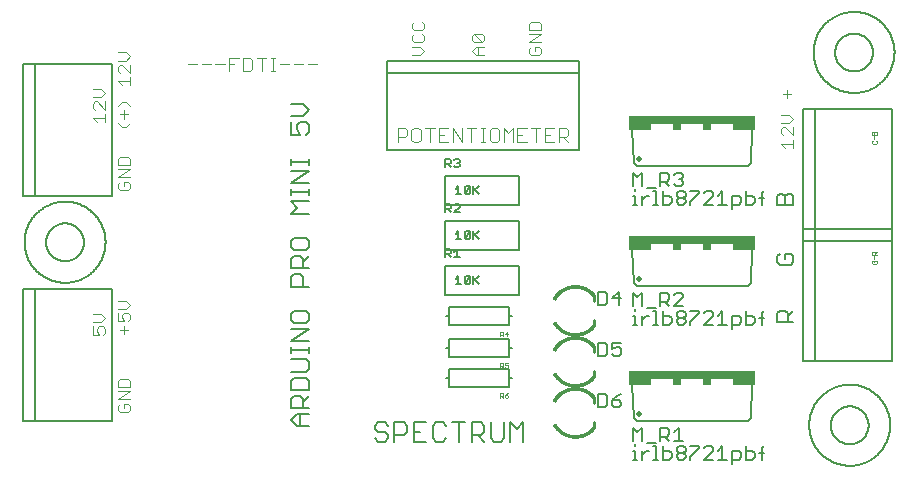
<source format=gto>
G75*
%MOIN*%
%OFA0B0*%
%FSLAX25Y25*%
%IPPOS*%
%LPD*%
%AMOC8*
5,1,8,0,0,1.08239X$1,22.5*
%
%ADD10C,0.00600*%
%ADD11C,0.00400*%
%ADD12C,0.00500*%
%ADD13C,0.02000*%
%ADD14R,0.42000X0.03000*%
%ADD15R,0.07500X0.02000*%
%ADD16R,0.03000X0.02000*%
%ADD17C,0.00800*%
%ADD18C,0.00100*%
%ADD19C,0.01000*%
D10*
X0120300Y0013627D02*
X0121368Y0012560D01*
X0123503Y0012560D01*
X0124570Y0013627D01*
X0124570Y0014695D01*
X0123503Y0015763D01*
X0121368Y0015763D01*
X0120300Y0016830D01*
X0120300Y0017898D01*
X0121368Y0018965D01*
X0123503Y0018965D01*
X0124570Y0017898D01*
X0126745Y0018965D02*
X0129948Y0018965D01*
X0131016Y0017898D01*
X0131016Y0015763D01*
X0129948Y0014695D01*
X0126745Y0014695D01*
X0126745Y0012560D02*
X0126745Y0018965D01*
X0133191Y0018965D02*
X0133191Y0012560D01*
X0137461Y0012560D01*
X0139636Y0013627D02*
X0140704Y0012560D01*
X0142839Y0012560D01*
X0143907Y0013627D01*
X0148217Y0012560D02*
X0148217Y0018965D01*
X0146082Y0018965D02*
X0150352Y0018965D01*
X0152527Y0018965D02*
X0155730Y0018965D01*
X0156798Y0017898D01*
X0156798Y0015763D01*
X0155730Y0014695D01*
X0152527Y0014695D01*
X0154663Y0014695D02*
X0156798Y0012560D01*
X0158973Y0013627D02*
X0160041Y0012560D01*
X0162176Y0012560D01*
X0163243Y0013627D01*
X0163243Y0018965D01*
X0165418Y0018965D02*
X0167554Y0016830D01*
X0169689Y0018965D01*
X0169689Y0012560D01*
X0165418Y0012560D02*
X0165418Y0018965D01*
X0158973Y0018965D02*
X0158973Y0013627D01*
X0152527Y0012560D02*
X0152527Y0018965D01*
X0143907Y0017898D02*
X0142839Y0018965D01*
X0140704Y0018965D01*
X0139636Y0017898D01*
X0139636Y0013627D01*
X0135326Y0015763D02*
X0133191Y0015763D01*
X0133191Y0018965D02*
X0137461Y0018965D01*
X0206500Y0020260D02*
X0206000Y0031760D01*
X0206500Y0020260D02*
X0207500Y0019260D01*
X0244500Y0019260D01*
X0245500Y0020260D01*
X0246000Y0031760D01*
X0265059Y0018000D02*
X0265063Y0018331D01*
X0265075Y0018662D01*
X0265096Y0018993D01*
X0265124Y0019323D01*
X0265161Y0019653D01*
X0265205Y0019981D01*
X0265258Y0020308D01*
X0265318Y0020634D01*
X0265387Y0020958D01*
X0265464Y0021280D01*
X0265548Y0021601D01*
X0265640Y0021919D01*
X0265740Y0022235D01*
X0265848Y0022548D01*
X0265964Y0022859D01*
X0266087Y0023166D01*
X0266217Y0023471D01*
X0266355Y0023772D01*
X0266500Y0024070D01*
X0266653Y0024364D01*
X0266813Y0024654D01*
X0266980Y0024940D01*
X0267153Y0025222D01*
X0267334Y0025500D01*
X0267522Y0025773D01*
X0267716Y0026042D01*
X0267916Y0026306D01*
X0268123Y0026564D01*
X0268337Y0026818D01*
X0268556Y0027066D01*
X0268782Y0027309D01*
X0269013Y0027546D01*
X0269250Y0027777D01*
X0269493Y0028003D01*
X0269741Y0028222D01*
X0269995Y0028436D01*
X0270253Y0028643D01*
X0270517Y0028843D01*
X0270786Y0029037D01*
X0271059Y0029225D01*
X0271337Y0029406D01*
X0271619Y0029579D01*
X0271905Y0029746D01*
X0272195Y0029906D01*
X0272489Y0030059D01*
X0272787Y0030204D01*
X0273088Y0030342D01*
X0273393Y0030472D01*
X0273700Y0030595D01*
X0274011Y0030711D01*
X0274324Y0030819D01*
X0274640Y0030919D01*
X0274958Y0031011D01*
X0275279Y0031095D01*
X0275601Y0031172D01*
X0275925Y0031241D01*
X0276251Y0031301D01*
X0276578Y0031354D01*
X0276906Y0031398D01*
X0277236Y0031435D01*
X0277566Y0031463D01*
X0277897Y0031484D01*
X0278228Y0031496D01*
X0278559Y0031500D01*
X0278890Y0031496D01*
X0279221Y0031484D01*
X0279552Y0031463D01*
X0279882Y0031435D01*
X0280212Y0031398D01*
X0280540Y0031354D01*
X0280867Y0031301D01*
X0281193Y0031241D01*
X0281517Y0031172D01*
X0281839Y0031095D01*
X0282160Y0031011D01*
X0282478Y0030919D01*
X0282794Y0030819D01*
X0283107Y0030711D01*
X0283418Y0030595D01*
X0283725Y0030472D01*
X0284030Y0030342D01*
X0284331Y0030204D01*
X0284629Y0030059D01*
X0284923Y0029906D01*
X0285213Y0029746D01*
X0285499Y0029579D01*
X0285781Y0029406D01*
X0286059Y0029225D01*
X0286332Y0029037D01*
X0286601Y0028843D01*
X0286865Y0028643D01*
X0287123Y0028436D01*
X0287377Y0028222D01*
X0287625Y0028003D01*
X0287868Y0027777D01*
X0288105Y0027546D01*
X0288336Y0027309D01*
X0288562Y0027066D01*
X0288781Y0026818D01*
X0288995Y0026564D01*
X0289202Y0026306D01*
X0289402Y0026042D01*
X0289596Y0025773D01*
X0289784Y0025500D01*
X0289965Y0025222D01*
X0290138Y0024940D01*
X0290305Y0024654D01*
X0290465Y0024364D01*
X0290618Y0024070D01*
X0290763Y0023772D01*
X0290901Y0023471D01*
X0291031Y0023166D01*
X0291154Y0022859D01*
X0291270Y0022548D01*
X0291378Y0022235D01*
X0291478Y0021919D01*
X0291570Y0021601D01*
X0291654Y0021280D01*
X0291731Y0020958D01*
X0291800Y0020634D01*
X0291860Y0020308D01*
X0291913Y0019981D01*
X0291957Y0019653D01*
X0291994Y0019323D01*
X0292022Y0018993D01*
X0292043Y0018662D01*
X0292055Y0018331D01*
X0292059Y0018000D01*
X0292055Y0017669D01*
X0292043Y0017338D01*
X0292022Y0017007D01*
X0291994Y0016677D01*
X0291957Y0016347D01*
X0291913Y0016019D01*
X0291860Y0015692D01*
X0291800Y0015366D01*
X0291731Y0015042D01*
X0291654Y0014720D01*
X0291570Y0014399D01*
X0291478Y0014081D01*
X0291378Y0013765D01*
X0291270Y0013452D01*
X0291154Y0013141D01*
X0291031Y0012834D01*
X0290901Y0012529D01*
X0290763Y0012228D01*
X0290618Y0011930D01*
X0290465Y0011636D01*
X0290305Y0011346D01*
X0290138Y0011060D01*
X0289965Y0010778D01*
X0289784Y0010500D01*
X0289596Y0010227D01*
X0289402Y0009958D01*
X0289202Y0009694D01*
X0288995Y0009436D01*
X0288781Y0009182D01*
X0288562Y0008934D01*
X0288336Y0008691D01*
X0288105Y0008454D01*
X0287868Y0008223D01*
X0287625Y0007997D01*
X0287377Y0007778D01*
X0287123Y0007564D01*
X0286865Y0007357D01*
X0286601Y0007157D01*
X0286332Y0006963D01*
X0286059Y0006775D01*
X0285781Y0006594D01*
X0285499Y0006421D01*
X0285213Y0006254D01*
X0284923Y0006094D01*
X0284629Y0005941D01*
X0284331Y0005796D01*
X0284030Y0005658D01*
X0283725Y0005528D01*
X0283418Y0005405D01*
X0283107Y0005289D01*
X0282794Y0005181D01*
X0282478Y0005081D01*
X0282160Y0004989D01*
X0281839Y0004905D01*
X0281517Y0004828D01*
X0281193Y0004759D01*
X0280867Y0004699D01*
X0280540Y0004646D01*
X0280212Y0004602D01*
X0279882Y0004565D01*
X0279552Y0004537D01*
X0279221Y0004516D01*
X0278890Y0004504D01*
X0278559Y0004500D01*
X0278228Y0004504D01*
X0277897Y0004516D01*
X0277566Y0004537D01*
X0277236Y0004565D01*
X0276906Y0004602D01*
X0276578Y0004646D01*
X0276251Y0004699D01*
X0275925Y0004759D01*
X0275601Y0004828D01*
X0275279Y0004905D01*
X0274958Y0004989D01*
X0274640Y0005081D01*
X0274324Y0005181D01*
X0274011Y0005289D01*
X0273700Y0005405D01*
X0273393Y0005528D01*
X0273088Y0005658D01*
X0272787Y0005796D01*
X0272489Y0005941D01*
X0272195Y0006094D01*
X0271905Y0006254D01*
X0271619Y0006421D01*
X0271337Y0006594D01*
X0271059Y0006775D01*
X0270786Y0006963D01*
X0270517Y0007157D01*
X0270253Y0007357D01*
X0269995Y0007564D01*
X0269741Y0007778D01*
X0269493Y0007997D01*
X0269250Y0008223D01*
X0269013Y0008454D01*
X0268782Y0008691D01*
X0268556Y0008934D01*
X0268337Y0009182D01*
X0268123Y0009436D01*
X0267916Y0009694D01*
X0267716Y0009958D01*
X0267522Y0010227D01*
X0267334Y0010500D01*
X0267153Y0010778D01*
X0266980Y0011060D01*
X0266813Y0011346D01*
X0266653Y0011636D01*
X0266500Y0011930D01*
X0266355Y0012228D01*
X0266217Y0012529D01*
X0266087Y0012834D01*
X0265964Y0013141D01*
X0265848Y0013452D01*
X0265740Y0013765D01*
X0265640Y0014081D01*
X0265548Y0014399D01*
X0265464Y0014720D01*
X0265387Y0015042D01*
X0265318Y0015366D01*
X0265258Y0015692D01*
X0265205Y0016019D01*
X0265161Y0016347D01*
X0265124Y0016677D01*
X0265096Y0017007D01*
X0265075Y0017338D01*
X0265063Y0017669D01*
X0265059Y0018000D01*
X0244500Y0064260D02*
X0207500Y0064260D01*
X0206500Y0065260D01*
X0206000Y0076760D01*
X0246000Y0076760D02*
X0245500Y0065260D01*
X0244500Y0064260D01*
X0244500Y0104260D02*
X0207500Y0104260D01*
X0206500Y0105260D01*
X0206000Y0116760D01*
X0246000Y0116760D02*
X0245500Y0105260D01*
X0244500Y0104260D01*
X0266500Y0142260D02*
X0266504Y0142591D01*
X0266516Y0142922D01*
X0266537Y0143253D01*
X0266565Y0143583D01*
X0266602Y0143913D01*
X0266646Y0144241D01*
X0266699Y0144568D01*
X0266759Y0144894D01*
X0266828Y0145218D01*
X0266905Y0145540D01*
X0266989Y0145861D01*
X0267081Y0146179D01*
X0267181Y0146495D01*
X0267289Y0146808D01*
X0267405Y0147119D01*
X0267528Y0147426D01*
X0267658Y0147731D01*
X0267796Y0148032D01*
X0267941Y0148330D01*
X0268094Y0148624D01*
X0268254Y0148914D01*
X0268421Y0149200D01*
X0268594Y0149482D01*
X0268775Y0149760D01*
X0268963Y0150033D01*
X0269157Y0150302D01*
X0269357Y0150566D01*
X0269564Y0150824D01*
X0269778Y0151078D01*
X0269997Y0151326D01*
X0270223Y0151569D01*
X0270454Y0151806D01*
X0270691Y0152037D01*
X0270934Y0152263D01*
X0271182Y0152482D01*
X0271436Y0152696D01*
X0271694Y0152903D01*
X0271958Y0153103D01*
X0272227Y0153297D01*
X0272500Y0153485D01*
X0272778Y0153666D01*
X0273060Y0153839D01*
X0273346Y0154006D01*
X0273636Y0154166D01*
X0273930Y0154319D01*
X0274228Y0154464D01*
X0274529Y0154602D01*
X0274834Y0154732D01*
X0275141Y0154855D01*
X0275452Y0154971D01*
X0275765Y0155079D01*
X0276081Y0155179D01*
X0276399Y0155271D01*
X0276720Y0155355D01*
X0277042Y0155432D01*
X0277366Y0155501D01*
X0277692Y0155561D01*
X0278019Y0155614D01*
X0278347Y0155658D01*
X0278677Y0155695D01*
X0279007Y0155723D01*
X0279338Y0155744D01*
X0279669Y0155756D01*
X0280000Y0155760D01*
X0280331Y0155756D01*
X0280662Y0155744D01*
X0280993Y0155723D01*
X0281323Y0155695D01*
X0281653Y0155658D01*
X0281981Y0155614D01*
X0282308Y0155561D01*
X0282634Y0155501D01*
X0282958Y0155432D01*
X0283280Y0155355D01*
X0283601Y0155271D01*
X0283919Y0155179D01*
X0284235Y0155079D01*
X0284548Y0154971D01*
X0284859Y0154855D01*
X0285166Y0154732D01*
X0285471Y0154602D01*
X0285772Y0154464D01*
X0286070Y0154319D01*
X0286364Y0154166D01*
X0286654Y0154006D01*
X0286940Y0153839D01*
X0287222Y0153666D01*
X0287500Y0153485D01*
X0287773Y0153297D01*
X0288042Y0153103D01*
X0288306Y0152903D01*
X0288564Y0152696D01*
X0288818Y0152482D01*
X0289066Y0152263D01*
X0289309Y0152037D01*
X0289546Y0151806D01*
X0289777Y0151569D01*
X0290003Y0151326D01*
X0290222Y0151078D01*
X0290436Y0150824D01*
X0290643Y0150566D01*
X0290843Y0150302D01*
X0291037Y0150033D01*
X0291225Y0149760D01*
X0291406Y0149482D01*
X0291579Y0149200D01*
X0291746Y0148914D01*
X0291906Y0148624D01*
X0292059Y0148330D01*
X0292204Y0148032D01*
X0292342Y0147731D01*
X0292472Y0147426D01*
X0292595Y0147119D01*
X0292711Y0146808D01*
X0292819Y0146495D01*
X0292919Y0146179D01*
X0293011Y0145861D01*
X0293095Y0145540D01*
X0293172Y0145218D01*
X0293241Y0144894D01*
X0293301Y0144568D01*
X0293354Y0144241D01*
X0293398Y0143913D01*
X0293435Y0143583D01*
X0293463Y0143253D01*
X0293484Y0142922D01*
X0293496Y0142591D01*
X0293500Y0142260D01*
X0293496Y0141929D01*
X0293484Y0141598D01*
X0293463Y0141267D01*
X0293435Y0140937D01*
X0293398Y0140607D01*
X0293354Y0140279D01*
X0293301Y0139952D01*
X0293241Y0139626D01*
X0293172Y0139302D01*
X0293095Y0138980D01*
X0293011Y0138659D01*
X0292919Y0138341D01*
X0292819Y0138025D01*
X0292711Y0137712D01*
X0292595Y0137401D01*
X0292472Y0137094D01*
X0292342Y0136789D01*
X0292204Y0136488D01*
X0292059Y0136190D01*
X0291906Y0135896D01*
X0291746Y0135606D01*
X0291579Y0135320D01*
X0291406Y0135038D01*
X0291225Y0134760D01*
X0291037Y0134487D01*
X0290843Y0134218D01*
X0290643Y0133954D01*
X0290436Y0133696D01*
X0290222Y0133442D01*
X0290003Y0133194D01*
X0289777Y0132951D01*
X0289546Y0132714D01*
X0289309Y0132483D01*
X0289066Y0132257D01*
X0288818Y0132038D01*
X0288564Y0131824D01*
X0288306Y0131617D01*
X0288042Y0131417D01*
X0287773Y0131223D01*
X0287500Y0131035D01*
X0287222Y0130854D01*
X0286940Y0130681D01*
X0286654Y0130514D01*
X0286364Y0130354D01*
X0286070Y0130201D01*
X0285772Y0130056D01*
X0285471Y0129918D01*
X0285166Y0129788D01*
X0284859Y0129665D01*
X0284548Y0129549D01*
X0284235Y0129441D01*
X0283919Y0129341D01*
X0283601Y0129249D01*
X0283280Y0129165D01*
X0282958Y0129088D01*
X0282634Y0129019D01*
X0282308Y0128959D01*
X0281981Y0128906D01*
X0281653Y0128862D01*
X0281323Y0128825D01*
X0280993Y0128797D01*
X0280662Y0128776D01*
X0280331Y0128764D01*
X0280000Y0128760D01*
X0279669Y0128764D01*
X0279338Y0128776D01*
X0279007Y0128797D01*
X0278677Y0128825D01*
X0278347Y0128862D01*
X0278019Y0128906D01*
X0277692Y0128959D01*
X0277366Y0129019D01*
X0277042Y0129088D01*
X0276720Y0129165D01*
X0276399Y0129249D01*
X0276081Y0129341D01*
X0275765Y0129441D01*
X0275452Y0129549D01*
X0275141Y0129665D01*
X0274834Y0129788D01*
X0274529Y0129918D01*
X0274228Y0130056D01*
X0273930Y0130201D01*
X0273636Y0130354D01*
X0273346Y0130514D01*
X0273060Y0130681D01*
X0272778Y0130854D01*
X0272500Y0131035D01*
X0272227Y0131223D01*
X0271958Y0131417D01*
X0271694Y0131617D01*
X0271436Y0131824D01*
X0271182Y0132038D01*
X0270934Y0132257D01*
X0270691Y0132483D01*
X0270454Y0132714D01*
X0270223Y0132951D01*
X0269997Y0133194D01*
X0269778Y0133442D01*
X0269564Y0133696D01*
X0269357Y0133954D01*
X0269157Y0134218D01*
X0268963Y0134487D01*
X0268775Y0134760D01*
X0268594Y0135038D01*
X0268421Y0135320D01*
X0268254Y0135606D01*
X0268094Y0135896D01*
X0267941Y0136190D01*
X0267796Y0136488D01*
X0267658Y0136789D01*
X0267528Y0137094D01*
X0267405Y0137401D01*
X0267289Y0137712D01*
X0267181Y0138025D01*
X0267081Y0138341D01*
X0266989Y0138659D01*
X0266905Y0138980D01*
X0266828Y0139302D01*
X0266759Y0139626D01*
X0266699Y0139952D01*
X0266646Y0140279D01*
X0266602Y0140607D01*
X0266565Y0140937D01*
X0266537Y0141267D01*
X0266516Y0141598D01*
X0266504Y0141929D01*
X0266500Y0142260D01*
X0003500Y0079000D02*
X0003504Y0079331D01*
X0003516Y0079662D01*
X0003537Y0079993D01*
X0003565Y0080323D01*
X0003602Y0080653D01*
X0003646Y0080981D01*
X0003699Y0081308D01*
X0003759Y0081634D01*
X0003828Y0081958D01*
X0003905Y0082280D01*
X0003989Y0082601D01*
X0004081Y0082919D01*
X0004181Y0083235D01*
X0004289Y0083548D01*
X0004405Y0083859D01*
X0004528Y0084166D01*
X0004658Y0084471D01*
X0004796Y0084772D01*
X0004941Y0085070D01*
X0005094Y0085364D01*
X0005254Y0085654D01*
X0005421Y0085940D01*
X0005594Y0086222D01*
X0005775Y0086500D01*
X0005963Y0086773D01*
X0006157Y0087042D01*
X0006357Y0087306D01*
X0006564Y0087564D01*
X0006778Y0087818D01*
X0006997Y0088066D01*
X0007223Y0088309D01*
X0007454Y0088546D01*
X0007691Y0088777D01*
X0007934Y0089003D01*
X0008182Y0089222D01*
X0008436Y0089436D01*
X0008694Y0089643D01*
X0008958Y0089843D01*
X0009227Y0090037D01*
X0009500Y0090225D01*
X0009778Y0090406D01*
X0010060Y0090579D01*
X0010346Y0090746D01*
X0010636Y0090906D01*
X0010930Y0091059D01*
X0011228Y0091204D01*
X0011529Y0091342D01*
X0011834Y0091472D01*
X0012141Y0091595D01*
X0012452Y0091711D01*
X0012765Y0091819D01*
X0013081Y0091919D01*
X0013399Y0092011D01*
X0013720Y0092095D01*
X0014042Y0092172D01*
X0014366Y0092241D01*
X0014692Y0092301D01*
X0015019Y0092354D01*
X0015347Y0092398D01*
X0015677Y0092435D01*
X0016007Y0092463D01*
X0016338Y0092484D01*
X0016669Y0092496D01*
X0017000Y0092500D01*
X0017331Y0092496D01*
X0017662Y0092484D01*
X0017993Y0092463D01*
X0018323Y0092435D01*
X0018653Y0092398D01*
X0018981Y0092354D01*
X0019308Y0092301D01*
X0019634Y0092241D01*
X0019958Y0092172D01*
X0020280Y0092095D01*
X0020601Y0092011D01*
X0020919Y0091919D01*
X0021235Y0091819D01*
X0021548Y0091711D01*
X0021859Y0091595D01*
X0022166Y0091472D01*
X0022471Y0091342D01*
X0022772Y0091204D01*
X0023070Y0091059D01*
X0023364Y0090906D01*
X0023654Y0090746D01*
X0023940Y0090579D01*
X0024222Y0090406D01*
X0024500Y0090225D01*
X0024773Y0090037D01*
X0025042Y0089843D01*
X0025306Y0089643D01*
X0025564Y0089436D01*
X0025818Y0089222D01*
X0026066Y0089003D01*
X0026309Y0088777D01*
X0026546Y0088546D01*
X0026777Y0088309D01*
X0027003Y0088066D01*
X0027222Y0087818D01*
X0027436Y0087564D01*
X0027643Y0087306D01*
X0027843Y0087042D01*
X0028037Y0086773D01*
X0028225Y0086500D01*
X0028406Y0086222D01*
X0028579Y0085940D01*
X0028746Y0085654D01*
X0028906Y0085364D01*
X0029059Y0085070D01*
X0029204Y0084772D01*
X0029342Y0084471D01*
X0029472Y0084166D01*
X0029595Y0083859D01*
X0029711Y0083548D01*
X0029819Y0083235D01*
X0029919Y0082919D01*
X0030011Y0082601D01*
X0030095Y0082280D01*
X0030172Y0081958D01*
X0030241Y0081634D01*
X0030301Y0081308D01*
X0030354Y0080981D01*
X0030398Y0080653D01*
X0030435Y0080323D01*
X0030463Y0079993D01*
X0030484Y0079662D01*
X0030496Y0079331D01*
X0030500Y0079000D01*
X0030496Y0078669D01*
X0030484Y0078338D01*
X0030463Y0078007D01*
X0030435Y0077677D01*
X0030398Y0077347D01*
X0030354Y0077019D01*
X0030301Y0076692D01*
X0030241Y0076366D01*
X0030172Y0076042D01*
X0030095Y0075720D01*
X0030011Y0075399D01*
X0029919Y0075081D01*
X0029819Y0074765D01*
X0029711Y0074452D01*
X0029595Y0074141D01*
X0029472Y0073834D01*
X0029342Y0073529D01*
X0029204Y0073228D01*
X0029059Y0072930D01*
X0028906Y0072636D01*
X0028746Y0072346D01*
X0028579Y0072060D01*
X0028406Y0071778D01*
X0028225Y0071500D01*
X0028037Y0071227D01*
X0027843Y0070958D01*
X0027643Y0070694D01*
X0027436Y0070436D01*
X0027222Y0070182D01*
X0027003Y0069934D01*
X0026777Y0069691D01*
X0026546Y0069454D01*
X0026309Y0069223D01*
X0026066Y0068997D01*
X0025818Y0068778D01*
X0025564Y0068564D01*
X0025306Y0068357D01*
X0025042Y0068157D01*
X0024773Y0067963D01*
X0024500Y0067775D01*
X0024222Y0067594D01*
X0023940Y0067421D01*
X0023654Y0067254D01*
X0023364Y0067094D01*
X0023070Y0066941D01*
X0022772Y0066796D01*
X0022471Y0066658D01*
X0022166Y0066528D01*
X0021859Y0066405D01*
X0021548Y0066289D01*
X0021235Y0066181D01*
X0020919Y0066081D01*
X0020601Y0065989D01*
X0020280Y0065905D01*
X0019958Y0065828D01*
X0019634Y0065759D01*
X0019308Y0065699D01*
X0018981Y0065646D01*
X0018653Y0065602D01*
X0018323Y0065565D01*
X0017993Y0065537D01*
X0017662Y0065516D01*
X0017331Y0065504D01*
X0017000Y0065500D01*
X0016669Y0065504D01*
X0016338Y0065516D01*
X0016007Y0065537D01*
X0015677Y0065565D01*
X0015347Y0065602D01*
X0015019Y0065646D01*
X0014692Y0065699D01*
X0014366Y0065759D01*
X0014042Y0065828D01*
X0013720Y0065905D01*
X0013399Y0065989D01*
X0013081Y0066081D01*
X0012765Y0066181D01*
X0012452Y0066289D01*
X0012141Y0066405D01*
X0011834Y0066528D01*
X0011529Y0066658D01*
X0011228Y0066796D01*
X0010930Y0066941D01*
X0010636Y0067094D01*
X0010346Y0067254D01*
X0010060Y0067421D01*
X0009778Y0067594D01*
X0009500Y0067775D01*
X0009227Y0067963D01*
X0008958Y0068157D01*
X0008694Y0068357D01*
X0008436Y0068564D01*
X0008182Y0068778D01*
X0007934Y0068997D01*
X0007691Y0069223D01*
X0007454Y0069454D01*
X0007223Y0069691D01*
X0006997Y0069934D01*
X0006778Y0070182D01*
X0006564Y0070436D01*
X0006357Y0070694D01*
X0006157Y0070958D01*
X0005963Y0071227D01*
X0005775Y0071500D01*
X0005594Y0071778D01*
X0005421Y0072060D01*
X0005254Y0072346D01*
X0005094Y0072636D01*
X0004941Y0072930D01*
X0004796Y0073228D01*
X0004658Y0073529D01*
X0004528Y0073834D01*
X0004405Y0074141D01*
X0004289Y0074452D01*
X0004181Y0074765D01*
X0004081Y0075081D01*
X0003989Y0075399D01*
X0003905Y0075720D01*
X0003828Y0076042D01*
X0003759Y0076366D01*
X0003699Y0076692D01*
X0003646Y0077019D01*
X0003602Y0077347D01*
X0003565Y0077677D01*
X0003537Y0078007D01*
X0003516Y0078338D01*
X0003504Y0078669D01*
X0003500Y0079000D01*
D11*
X0034696Y0097144D02*
X0035380Y0096460D01*
X0038116Y0096460D01*
X0038800Y0097144D01*
X0038800Y0098512D01*
X0038116Y0099196D01*
X0036748Y0099196D01*
X0036748Y0097828D01*
X0035380Y0099196D02*
X0034696Y0098512D01*
X0034696Y0097144D01*
X0034696Y0100603D02*
X0038800Y0103339D01*
X0034696Y0103339D01*
X0034696Y0104747D02*
X0034696Y0106799D01*
X0035380Y0107483D01*
X0038116Y0107483D01*
X0038800Y0106799D01*
X0038800Y0104747D01*
X0034696Y0104747D01*
X0034696Y0100603D02*
X0038800Y0100603D01*
X0037432Y0117460D02*
X0036064Y0117460D01*
X0034696Y0118828D01*
X0036748Y0120222D02*
X0036748Y0122958D01*
X0035380Y0121590D02*
X0038116Y0121590D01*
X0038800Y0118828D02*
X0037432Y0117460D01*
X0030300Y0119029D02*
X0030300Y0121765D01*
X0030300Y0120397D02*
X0026196Y0120397D01*
X0027564Y0119029D01*
X0026880Y0123173D02*
X0026196Y0123857D01*
X0026196Y0125225D01*
X0026880Y0125908D01*
X0027564Y0125908D01*
X0030300Y0123173D01*
X0030300Y0125908D01*
X0028932Y0127316D02*
X0030300Y0128684D01*
X0028932Y0130052D01*
X0026196Y0130052D01*
X0026196Y0127316D02*
X0028932Y0127316D01*
X0034696Y0124366D02*
X0036064Y0125734D01*
X0037432Y0125734D01*
X0038800Y0124366D01*
X0038800Y0131272D02*
X0038800Y0134007D01*
X0038800Y0132639D02*
X0034696Y0132639D01*
X0036064Y0131272D01*
X0035380Y0135415D02*
X0034696Y0136099D01*
X0034696Y0137467D01*
X0035380Y0138151D01*
X0036064Y0138151D01*
X0038800Y0135415D01*
X0038800Y0138151D01*
X0037432Y0139559D02*
X0038800Y0140927D01*
X0037432Y0142294D01*
X0034696Y0142294D01*
X0034696Y0139559D02*
X0037432Y0139559D01*
X0057948Y0138262D02*
X0061017Y0138262D01*
X0062552Y0138262D02*
X0065621Y0138262D01*
X0067155Y0138262D02*
X0070225Y0138262D01*
X0071759Y0138262D02*
X0073294Y0138262D01*
X0071759Y0140564D02*
X0074829Y0140564D01*
X0076363Y0140564D02*
X0078665Y0140564D01*
X0079433Y0139796D01*
X0079433Y0136727D01*
X0078665Y0135960D01*
X0076363Y0135960D01*
X0076363Y0140564D01*
X0071759Y0140564D02*
X0071759Y0135960D01*
X0080967Y0140564D02*
X0084037Y0140564D01*
X0085571Y0140564D02*
X0087106Y0140564D01*
X0086339Y0140564D02*
X0086339Y0135960D01*
X0087106Y0135960D02*
X0085571Y0135960D01*
X0082502Y0135960D02*
X0082502Y0140564D01*
X0088640Y0138262D02*
X0091710Y0138262D01*
X0093244Y0138262D02*
X0096314Y0138262D01*
X0097848Y0138262D02*
X0100918Y0138262D01*
X0132696Y0141460D02*
X0135432Y0141460D01*
X0136800Y0142828D01*
X0135432Y0144196D01*
X0132696Y0144196D01*
X0133380Y0145603D02*
X0136116Y0145603D01*
X0136800Y0146287D01*
X0136800Y0147655D01*
X0136116Y0148339D01*
X0136116Y0149747D02*
X0133380Y0149747D01*
X0132696Y0150431D01*
X0132696Y0151799D01*
X0133380Y0152483D01*
X0136116Y0152483D02*
X0136800Y0151799D01*
X0136800Y0150431D01*
X0136116Y0149747D01*
X0133380Y0148339D02*
X0132696Y0147655D01*
X0132696Y0146287D01*
X0133380Y0145603D01*
X0152696Y0146287D02*
X0153380Y0145603D01*
X0156116Y0145603D01*
X0153380Y0148339D01*
X0156116Y0148339D01*
X0156800Y0147655D01*
X0156800Y0146287D01*
X0156116Y0145603D01*
X0156800Y0144196D02*
X0154064Y0144196D01*
X0152696Y0142828D01*
X0154064Y0141460D01*
X0156800Y0141460D01*
X0154748Y0141460D02*
X0154748Y0144196D01*
X0152696Y0146287D02*
X0152696Y0147655D01*
X0153380Y0148339D01*
X0171696Y0148339D02*
X0175800Y0148339D01*
X0171696Y0145603D01*
X0175800Y0145603D01*
X0175116Y0144196D02*
X0173748Y0144196D01*
X0173748Y0142828D01*
X0172380Y0144196D02*
X0171696Y0143512D01*
X0171696Y0142144D01*
X0172380Y0141460D01*
X0175116Y0141460D01*
X0175800Y0142144D01*
X0175800Y0143512D01*
X0175116Y0144196D01*
X0175800Y0149747D02*
X0171696Y0149747D01*
X0171696Y0151799D01*
X0172380Y0152483D01*
X0175116Y0152483D01*
X0175800Y0151799D01*
X0175800Y0149747D01*
X0175457Y0117064D02*
X0172388Y0117064D01*
X0170853Y0117064D02*
X0167784Y0117064D01*
X0167784Y0112460D01*
X0170853Y0112460D01*
X0169319Y0114762D02*
X0167784Y0114762D01*
X0166250Y0117064D02*
X0166250Y0112460D01*
X0163180Y0112460D02*
X0163180Y0117064D01*
X0164715Y0115529D01*
X0166250Y0117064D01*
X0161646Y0116296D02*
X0160878Y0117064D01*
X0159344Y0117064D01*
X0158576Y0116296D01*
X0158576Y0113227D01*
X0159344Y0112460D01*
X0160878Y0112460D01*
X0161646Y0113227D01*
X0161646Y0116296D01*
X0157042Y0117064D02*
X0155507Y0117064D01*
X0156274Y0117064D02*
X0156274Y0112460D01*
X0155507Y0112460D02*
X0157042Y0112460D01*
X0152438Y0112460D02*
X0152438Y0117064D01*
X0153972Y0117064D02*
X0150903Y0117064D01*
X0149368Y0117064D02*
X0149368Y0112460D01*
X0146299Y0117064D01*
X0146299Y0112460D01*
X0144765Y0112460D02*
X0141695Y0112460D01*
X0141695Y0117064D01*
X0144765Y0117064D01*
X0140161Y0117064D02*
X0137091Y0117064D01*
X0138626Y0117064D02*
X0138626Y0112460D01*
X0135557Y0113227D02*
X0135557Y0116296D01*
X0134789Y0117064D01*
X0133255Y0117064D01*
X0132487Y0116296D01*
X0132487Y0113227D01*
X0133255Y0112460D01*
X0134789Y0112460D01*
X0135557Y0113227D01*
X0130953Y0114762D02*
X0130185Y0113994D01*
X0127884Y0113994D01*
X0127884Y0112460D02*
X0127884Y0117064D01*
X0130185Y0117064D01*
X0130953Y0116296D01*
X0130953Y0114762D01*
X0141695Y0114762D02*
X0143230Y0114762D01*
X0173923Y0112460D02*
X0173923Y0117064D01*
X0176992Y0117064D02*
X0176992Y0112460D01*
X0180061Y0112460D01*
X0181596Y0112460D02*
X0181596Y0117064D01*
X0183898Y0117064D01*
X0184665Y0116296D01*
X0184665Y0114762D01*
X0183898Y0113994D01*
X0181596Y0113994D01*
X0183131Y0113994D02*
X0184665Y0112460D01*
X0178527Y0114762D02*
X0176992Y0114762D01*
X0176992Y0117064D02*
X0180061Y0117064D01*
X0255696Y0116655D02*
X0255696Y0115287D01*
X0256380Y0114603D01*
X0255696Y0116655D02*
X0256380Y0117339D01*
X0257064Y0117339D01*
X0259800Y0114603D01*
X0259800Y0117339D01*
X0258432Y0118747D02*
X0259800Y0120115D01*
X0258432Y0121483D01*
X0255696Y0121483D01*
X0255696Y0118747D02*
X0258432Y0118747D01*
X0259800Y0113196D02*
X0259800Y0110460D01*
X0259800Y0111828D02*
X0255696Y0111828D01*
X0257064Y0110460D01*
X0257748Y0127034D02*
X0257748Y0129770D01*
X0256380Y0128402D02*
X0259116Y0128402D01*
X0038800Y0058115D02*
X0037432Y0059483D01*
X0034696Y0059483D01*
X0034696Y0056747D02*
X0037432Y0056747D01*
X0038800Y0058115D01*
X0038116Y0055339D02*
X0038800Y0054655D01*
X0038800Y0053287D01*
X0038116Y0052603D01*
X0036748Y0052603D02*
X0036064Y0053971D01*
X0036064Y0054655D01*
X0036748Y0055339D01*
X0038116Y0055339D01*
X0034696Y0055339D02*
X0034696Y0052603D01*
X0036748Y0052603D01*
X0036748Y0051196D02*
X0036748Y0048460D01*
X0035380Y0049828D02*
X0038116Y0049828D01*
X0030300Y0050225D02*
X0030300Y0048857D01*
X0029616Y0048173D01*
X0028248Y0048173D02*
X0027564Y0049541D01*
X0027564Y0050225D01*
X0028248Y0050908D01*
X0029616Y0050908D01*
X0030300Y0050225D01*
X0028932Y0052316D02*
X0030300Y0053684D01*
X0028932Y0055052D01*
X0026196Y0055052D01*
X0026196Y0052316D02*
X0028932Y0052316D01*
X0026196Y0050908D02*
X0026196Y0048173D01*
X0028248Y0048173D01*
X0035380Y0033483D02*
X0034696Y0032799D01*
X0034696Y0030747D01*
X0038800Y0030747D01*
X0038800Y0032799D01*
X0038116Y0033483D01*
X0035380Y0033483D01*
X0034696Y0029339D02*
X0038800Y0029339D01*
X0034696Y0026603D01*
X0038800Y0026603D01*
X0038116Y0025196D02*
X0036748Y0025196D01*
X0036748Y0023828D01*
X0035380Y0025196D02*
X0034696Y0024512D01*
X0034696Y0023144D01*
X0035380Y0022460D01*
X0038116Y0022460D01*
X0038800Y0023144D01*
X0038800Y0024512D01*
X0038116Y0025196D01*
D12*
X0092245Y0023698D02*
X0092245Y0026750D01*
X0093262Y0027768D01*
X0095297Y0027768D01*
X0096315Y0026750D01*
X0096315Y0023698D01*
X0098350Y0023698D02*
X0092245Y0023698D01*
X0094280Y0021690D02*
X0098350Y0021690D01*
X0095297Y0021690D02*
X0095297Y0017620D01*
X0094280Y0017620D02*
X0092245Y0019655D01*
X0094280Y0021690D01*
X0094280Y0017620D02*
X0098350Y0017620D01*
X0096315Y0025733D02*
X0098350Y0027768D01*
X0098350Y0029775D02*
X0098350Y0032827D01*
X0097332Y0033845D01*
X0093262Y0033845D01*
X0092245Y0032827D01*
X0092245Y0029775D01*
X0098350Y0029775D01*
X0097332Y0035852D02*
X0092245Y0035852D01*
X0097332Y0035852D02*
X0098350Y0036869D01*
X0098350Y0038905D01*
X0097332Y0039922D01*
X0092245Y0039922D01*
X0092245Y0041929D02*
X0092245Y0043964D01*
X0092245Y0042947D02*
X0098350Y0042947D01*
X0098350Y0043964D02*
X0098350Y0041929D01*
X0098350Y0045981D02*
X0092245Y0045981D01*
X0098350Y0050051D01*
X0092245Y0050051D01*
X0093262Y0052058D02*
X0097332Y0052058D01*
X0098350Y0053075D01*
X0098350Y0055110D01*
X0097332Y0056128D01*
X0093262Y0056128D01*
X0092245Y0055110D01*
X0092245Y0053075D01*
X0093262Y0052058D01*
X0092245Y0064212D02*
X0092245Y0067265D01*
X0093262Y0068282D01*
X0095297Y0068282D01*
X0096315Y0067265D01*
X0096315Y0064212D01*
X0098350Y0064212D02*
X0092245Y0064212D01*
X0092245Y0070289D02*
X0092245Y0073342D01*
X0093262Y0074359D01*
X0095297Y0074359D01*
X0096315Y0073342D01*
X0096315Y0070289D01*
X0098350Y0070289D02*
X0092245Y0070289D01*
X0096315Y0072324D02*
X0098350Y0074359D01*
X0097332Y0076367D02*
X0098350Y0077384D01*
X0098350Y0079419D01*
X0097332Y0080437D01*
X0093262Y0080437D01*
X0092245Y0079419D01*
X0092245Y0077384D01*
X0093262Y0076367D01*
X0097332Y0076367D01*
X0098350Y0088521D02*
X0092245Y0088521D01*
X0094280Y0090556D01*
X0092245Y0092591D01*
X0098350Y0092591D01*
X0098350Y0094598D02*
X0098350Y0096633D01*
X0098350Y0095616D02*
X0092245Y0095616D01*
X0092245Y0096633D02*
X0092245Y0094598D01*
X0092245Y0098650D02*
X0098350Y0102720D01*
X0092245Y0102720D01*
X0092245Y0104727D02*
X0092245Y0106762D01*
X0092245Y0105744D02*
X0098350Y0105744D01*
X0098350Y0104727D02*
X0098350Y0106762D01*
X0098350Y0098650D02*
X0092245Y0098650D01*
X0092245Y0114855D02*
X0095297Y0114855D01*
X0094280Y0116890D01*
X0094280Y0117908D01*
X0095297Y0118926D01*
X0097332Y0118926D01*
X0098350Y0117908D01*
X0098350Y0115873D01*
X0097332Y0114855D01*
X0092245Y0114855D02*
X0092245Y0118926D01*
X0092245Y0120933D02*
X0096315Y0120933D01*
X0098350Y0122968D01*
X0096315Y0125003D01*
X0092245Y0125003D01*
X0143750Y0106712D02*
X0143750Y0104010D01*
X0143750Y0104911D02*
X0145101Y0104911D01*
X0145552Y0105361D01*
X0145552Y0106262D01*
X0145101Y0106712D01*
X0143750Y0106712D01*
X0144651Y0104911D02*
X0145552Y0104010D01*
X0146697Y0104460D02*
X0147147Y0104010D01*
X0148048Y0104010D01*
X0148498Y0104460D01*
X0148498Y0104911D01*
X0148048Y0105361D01*
X0147597Y0105361D01*
X0148048Y0105361D02*
X0148498Y0105811D01*
X0148498Y0106262D01*
X0148048Y0106712D01*
X0147147Y0106712D01*
X0146697Y0106262D01*
X0148151Y0097712D02*
X0148151Y0095010D01*
X0147250Y0095010D02*
X0149052Y0095010D01*
X0150197Y0095460D02*
X0151998Y0097262D01*
X0151998Y0095460D01*
X0151548Y0095010D01*
X0150647Y0095010D01*
X0150197Y0095460D01*
X0150197Y0097262D01*
X0150647Y0097712D01*
X0151548Y0097712D01*
X0151998Y0097262D01*
X0153143Y0097712D02*
X0153143Y0095010D01*
X0153143Y0095911D02*
X0154945Y0097712D01*
X0153593Y0096361D02*
X0154945Y0095010D01*
X0148151Y0097712D02*
X0147250Y0096811D01*
X0147147Y0091712D02*
X0146697Y0091262D01*
X0147147Y0091712D02*
X0148048Y0091712D01*
X0148498Y0091262D01*
X0148498Y0090811D01*
X0146697Y0089010D01*
X0148498Y0089010D01*
X0145552Y0089010D02*
X0144651Y0089911D01*
X0145101Y0089911D02*
X0143750Y0089911D01*
X0143750Y0089010D02*
X0143750Y0091712D01*
X0145101Y0091712D01*
X0145552Y0091262D01*
X0145552Y0090361D01*
X0145101Y0089911D01*
X0148151Y0082712D02*
X0148151Y0080010D01*
X0147250Y0080010D02*
X0149052Y0080010D01*
X0150197Y0080460D02*
X0150647Y0080010D01*
X0151548Y0080010D01*
X0151998Y0080460D01*
X0151998Y0082262D01*
X0150197Y0080460D01*
X0150197Y0082262D01*
X0150647Y0082712D01*
X0151548Y0082712D01*
X0151998Y0082262D01*
X0153143Y0082712D02*
X0153143Y0080010D01*
X0153143Y0080911D02*
X0154945Y0082712D01*
X0153593Y0081361D02*
X0154945Y0080010D01*
X0148151Y0082712D02*
X0147250Y0081811D01*
X0147597Y0076712D02*
X0147597Y0074010D01*
X0146697Y0074010D02*
X0148498Y0074010D01*
X0146697Y0075811D02*
X0147597Y0076712D01*
X0145552Y0076262D02*
X0145552Y0075361D01*
X0145101Y0074911D01*
X0143750Y0074911D01*
X0144651Y0074911D02*
X0145552Y0074010D01*
X0143750Y0074010D02*
X0143750Y0076712D01*
X0145101Y0076712D01*
X0145552Y0076262D01*
X0148151Y0067712D02*
X0148151Y0065010D01*
X0147250Y0065010D02*
X0149052Y0065010D01*
X0150197Y0065460D02*
X0151998Y0067262D01*
X0151998Y0065460D01*
X0151548Y0065010D01*
X0150647Y0065010D01*
X0150197Y0065460D01*
X0150197Y0067262D01*
X0150647Y0067712D01*
X0151548Y0067712D01*
X0151998Y0067262D01*
X0153143Y0067712D02*
X0153143Y0065010D01*
X0153143Y0065911D02*
X0154945Y0067712D01*
X0153593Y0066361D02*
X0154945Y0065010D01*
X0148151Y0067712D02*
X0147250Y0066811D01*
X0194750Y0062514D02*
X0194750Y0058010D01*
X0197002Y0058010D01*
X0197753Y0058760D01*
X0197753Y0061763D01*
X0197002Y0062514D01*
X0194750Y0062514D01*
X0199354Y0060262D02*
X0202356Y0060262D01*
X0201606Y0058010D02*
X0201606Y0062514D01*
X0199354Y0060262D01*
X0206250Y0062214D02*
X0206250Y0057710D01*
X0207001Y0056764D02*
X0207001Y0056014D01*
X0207001Y0054512D02*
X0207001Y0051510D01*
X0207751Y0051510D02*
X0206250Y0051510D01*
X0209319Y0051510D02*
X0209319Y0054512D01*
X0209319Y0053011D02*
X0210821Y0054512D01*
X0211571Y0054512D01*
X0213156Y0056014D02*
X0213907Y0056014D01*
X0213907Y0051510D01*
X0214657Y0051510D02*
X0213156Y0051510D01*
X0216225Y0051510D02*
X0218477Y0051510D01*
X0219228Y0052260D01*
X0219228Y0053762D01*
X0218477Y0054512D01*
X0216225Y0054512D01*
X0216225Y0056014D02*
X0216225Y0051510D01*
X0220829Y0052260D02*
X0220829Y0053011D01*
X0221580Y0053762D01*
X0223081Y0053762D01*
X0223832Y0053011D01*
X0223832Y0052260D01*
X0223081Y0051510D01*
X0221580Y0051510D01*
X0220829Y0052260D01*
X0221580Y0053762D02*
X0220829Y0054512D01*
X0220829Y0055263D01*
X0221580Y0056014D01*
X0223081Y0056014D01*
X0223832Y0055263D01*
X0223832Y0054512D01*
X0223081Y0053762D01*
X0225433Y0052260D02*
X0225433Y0051510D01*
X0225433Y0052260D02*
X0228436Y0055263D01*
X0228436Y0056014D01*
X0225433Y0056014D01*
X0223064Y0057710D02*
X0220062Y0057710D01*
X0223064Y0060712D01*
X0223064Y0061463D01*
X0222314Y0062214D01*
X0220812Y0062214D01*
X0220062Y0061463D01*
X0218460Y0061463D02*
X0218460Y0059962D01*
X0217710Y0059211D01*
X0215458Y0059211D01*
X0216959Y0059211D02*
X0218460Y0057710D01*
X0215458Y0057710D02*
X0215458Y0062214D01*
X0217710Y0062214D01*
X0218460Y0061463D01*
X0213856Y0056959D02*
X0210854Y0056959D01*
X0209253Y0057710D02*
X0209253Y0062214D01*
X0207751Y0060712D01*
X0206250Y0062214D01*
X0206250Y0054512D02*
X0207001Y0054512D01*
X0202356Y0045514D02*
X0199354Y0045514D01*
X0199354Y0043262D01*
X0200855Y0044012D01*
X0201606Y0044012D01*
X0202356Y0043262D01*
X0202356Y0041760D01*
X0201606Y0041010D01*
X0200105Y0041010D01*
X0199354Y0041760D01*
X0197753Y0041760D02*
X0197002Y0041010D01*
X0194750Y0041010D01*
X0194750Y0045514D01*
X0197002Y0045514D01*
X0197753Y0044763D01*
X0197753Y0041760D01*
X0197002Y0028514D02*
X0194750Y0028514D01*
X0194750Y0024010D01*
X0197002Y0024010D01*
X0197753Y0024760D01*
X0197753Y0027763D01*
X0197002Y0028514D01*
X0199354Y0026262D02*
X0201606Y0026262D01*
X0202356Y0025511D01*
X0202356Y0024760D01*
X0201606Y0024010D01*
X0200105Y0024010D01*
X0199354Y0024760D01*
X0199354Y0026262D01*
X0200855Y0027763D01*
X0202356Y0028514D01*
X0206250Y0017214D02*
X0207751Y0015712D01*
X0209253Y0017214D01*
X0209253Y0012710D01*
X0210854Y0011959D02*
X0213856Y0011959D01*
X0213907Y0011014D02*
X0213907Y0006510D01*
X0214657Y0006510D02*
X0213156Y0006510D01*
X0216225Y0006510D02*
X0218477Y0006510D01*
X0219228Y0007260D01*
X0219228Y0008762D01*
X0218477Y0009512D01*
X0216225Y0009512D01*
X0216225Y0011014D02*
X0216225Y0006510D01*
X0211571Y0009512D02*
X0210821Y0009512D01*
X0209319Y0008011D01*
X0209319Y0006510D02*
X0209319Y0009512D01*
X0207001Y0009512D02*
X0207001Y0006510D01*
X0207751Y0006510D02*
X0206250Y0006510D01*
X0206250Y0009512D02*
X0207001Y0009512D01*
X0207001Y0011014D02*
X0207001Y0011764D01*
X0206250Y0012710D02*
X0206250Y0017214D01*
X0215458Y0017214D02*
X0215458Y0012710D01*
X0215458Y0014211D02*
X0217710Y0014211D01*
X0218460Y0014962D01*
X0218460Y0016463D01*
X0217710Y0017214D01*
X0215458Y0017214D01*
X0216959Y0014211D02*
X0218460Y0012710D01*
X0220062Y0012710D02*
X0223064Y0012710D01*
X0221563Y0012710D02*
X0221563Y0017214D01*
X0220062Y0015712D01*
X0221580Y0011014D02*
X0223081Y0011014D01*
X0223832Y0010263D01*
X0223832Y0009512D01*
X0223081Y0008762D01*
X0221580Y0008762D01*
X0220829Y0009512D01*
X0220829Y0010263D01*
X0221580Y0011014D01*
X0221580Y0008762D02*
X0220829Y0008011D01*
X0220829Y0007260D01*
X0221580Y0006510D01*
X0223081Y0006510D01*
X0223832Y0007260D01*
X0223832Y0008011D01*
X0223081Y0008762D01*
X0225433Y0007260D02*
X0225433Y0006510D01*
X0225433Y0007260D02*
X0228436Y0010263D01*
X0228436Y0011014D01*
X0225433Y0011014D01*
X0230037Y0010263D02*
X0230788Y0011014D01*
X0232289Y0011014D01*
X0233039Y0010263D01*
X0233039Y0009512D01*
X0230037Y0006510D01*
X0233039Y0006510D01*
X0234641Y0006510D02*
X0237643Y0006510D01*
X0236142Y0006510D02*
X0236142Y0011014D01*
X0234641Y0009512D01*
X0239245Y0009512D02*
X0239245Y0005009D01*
X0239245Y0006510D02*
X0241497Y0006510D01*
X0242247Y0007260D01*
X0242247Y0008762D01*
X0241497Y0009512D01*
X0239245Y0009512D01*
X0243849Y0009512D02*
X0246101Y0009512D01*
X0246851Y0008762D01*
X0246851Y0007260D01*
X0246101Y0006510D01*
X0243849Y0006510D01*
X0243849Y0011014D01*
X0248453Y0008762D02*
X0249954Y0008762D01*
X0249203Y0010263D02*
X0249203Y0006510D01*
X0249203Y0010263D02*
X0249954Y0011014D01*
X0213907Y0011014D02*
X0213156Y0011014D01*
X0239245Y0050009D02*
X0239245Y0054512D01*
X0241497Y0054512D01*
X0242247Y0053762D01*
X0242247Y0052260D01*
X0241497Y0051510D01*
X0239245Y0051510D01*
X0237643Y0051510D02*
X0234641Y0051510D01*
X0236142Y0051510D02*
X0236142Y0056014D01*
X0234641Y0054512D01*
X0233039Y0054512D02*
X0233039Y0055263D01*
X0232289Y0056014D01*
X0230788Y0056014D01*
X0230037Y0055263D01*
X0233039Y0054512D02*
X0230037Y0051510D01*
X0233039Y0051510D01*
X0243849Y0051510D02*
X0246101Y0051510D01*
X0246851Y0052260D01*
X0246851Y0053762D01*
X0246101Y0054512D01*
X0243849Y0054512D01*
X0243849Y0056014D02*
X0243849Y0051510D01*
X0248453Y0053762D02*
X0249954Y0053762D01*
X0249203Y0055263D02*
X0249203Y0051510D01*
X0249203Y0055263D02*
X0249954Y0056014D01*
X0254245Y0055262D02*
X0255163Y0056180D01*
X0256998Y0056180D01*
X0257915Y0055262D01*
X0257915Y0052510D01*
X0257915Y0054345D02*
X0259750Y0056180D01*
X0254245Y0055262D02*
X0254245Y0052510D01*
X0259750Y0052510D01*
X0258833Y0071510D02*
X0255163Y0071510D01*
X0254245Y0072427D01*
X0254245Y0074262D01*
X0255163Y0075180D01*
X0256998Y0075180D02*
X0256998Y0073345D01*
X0256998Y0075180D02*
X0258833Y0075180D01*
X0259750Y0074262D01*
X0259750Y0072427D01*
X0258833Y0071510D01*
X0239245Y0090009D02*
X0239245Y0094512D01*
X0241497Y0094512D01*
X0242247Y0093762D01*
X0242247Y0092260D01*
X0241497Y0091510D01*
X0239245Y0091510D01*
X0237643Y0091510D02*
X0234641Y0091510D01*
X0236142Y0091510D02*
X0236142Y0096014D01*
X0234641Y0094512D01*
X0233039Y0094512D02*
X0233039Y0095263D01*
X0232289Y0096014D01*
X0230788Y0096014D01*
X0230037Y0095263D01*
X0228436Y0095263D02*
X0225433Y0092260D01*
X0225433Y0091510D01*
X0223832Y0092260D02*
X0223081Y0091510D01*
X0221580Y0091510D01*
X0220829Y0092260D01*
X0220829Y0093011D01*
X0221580Y0093762D01*
X0223081Y0093762D01*
X0223832Y0093011D01*
X0223832Y0092260D01*
X0223081Y0093762D02*
X0223832Y0094512D01*
X0223832Y0095263D01*
X0223081Y0096014D01*
X0221580Y0096014D01*
X0220829Y0095263D01*
X0220829Y0094512D01*
X0221580Y0093762D01*
X0219228Y0093762D02*
X0219228Y0092260D01*
X0218477Y0091510D01*
X0216225Y0091510D01*
X0216225Y0096014D01*
X0216225Y0094512D02*
X0218477Y0094512D01*
X0219228Y0093762D01*
X0214657Y0091510D02*
X0213156Y0091510D01*
X0213907Y0091510D02*
X0213907Y0096014D01*
X0213156Y0096014D01*
X0213856Y0096959D02*
X0210854Y0096959D01*
X0209253Y0097710D02*
X0209253Y0102214D01*
X0207751Y0100712D01*
X0206250Y0102214D01*
X0206250Y0097710D01*
X0207001Y0096764D02*
X0207001Y0096014D01*
X0207001Y0094512D02*
X0207001Y0091510D01*
X0207751Y0091510D02*
X0206250Y0091510D01*
X0206250Y0094512D02*
X0207001Y0094512D01*
X0209319Y0094512D02*
X0209319Y0091510D01*
X0209319Y0093011D02*
X0210821Y0094512D01*
X0211571Y0094512D01*
X0215458Y0097710D02*
X0215458Y0102214D01*
X0217710Y0102214D01*
X0218460Y0101463D01*
X0218460Y0099962D01*
X0217710Y0099211D01*
X0215458Y0099211D01*
X0216959Y0099211D02*
X0218460Y0097710D01*
X0220062Y0098460D02*
X0220812Y0097710D01*
X0222314Y0097710D01*
X0223064Y0098460D01*
X0223064Y0099211D01*
X0222314Y0099962D01*
X0221563Y0099962D01*
X0222314Y0099962D02*
X0223064Y0100712D01*
X0223064Y0101463D01*
X0222314Y0102214D01*
X0220812Y0102214D01*
X0220062Y0101463D01*
X0225433Y0096014D02*
X0228436Y0096014D01*
X0228436Y0095263D01*
X0230037Y0091510D02*
X0233039Y0094512D01*
X0233039Y0091510D02*
X0230037Y0091510D01*
X0243849Y0091510D02*
X0246101Y0091510D01*
X0246851Y0092260D01*
X0246851Y0093762D01*
X0246101Y0094512D01*
X0243849Y0094512D01*
X0243849Y0096014D02*
X0243849Y0091510D01*
X0248453Y0093762D02*
X0249954Y0093762D01*
X0249203Y0095263D02*
X0249203Y0091510D01*
X0249203Y0095263D02*
X0249954Y0096014D01*
X0254245Y0094262D02*
X0255163Y0095180D01*
X0256080Y0095180D01*
X0256998Y0094262D01*
X0256998Y0091510D01*
X0259750Y0091510D02*
X0259750Y0094262D01*
X0258833Y0095180D01*
X0257915Y0095180D01*
X0256998Y0094262D01*
X0254245Y0094262D02*
X0254245Y0091510D01*
X0259750Y0091510D01*
D13*
X0208300Y0106660D03*
X0208300Y0066660D03*
X0208300Y0021660D03*
D14*
X0226000Y0034760D03*
X0226000Y0079760D03*
X0226000Y0119760D03*
D15*
X0243250Y0117260D03*
X0208750Y0117260D03*
X0208750Y0077260D03*
X0243250Y0077260D03*
X0243250Y0032260D03*
X0208750Y0032260D03*
D16*
X0221000Y0032260D03*
X0231000Y0032260D03*
X0231000Y0077260D03*
X0221000Y0077260D03*
X0221000Y0117260D03*
X0231000Y0117260D03*
D17*
X0003008Y0063465D02*
X0003008Y0019370D01*
X0006945Y0019370D01*
X0006945Y0063465D01*
X0032535Y0063465D01*
X0032535Y0019370D01*
X0006945Y0019370D01*
X0006945Y0063465D02*
X0003008Y0063465D01*
X0010701Y0079000D02*
X0010703Y0079158D01*
X0010709Y0079316D01*
X0010719Y0079474D01*
X0010733Y0079632D01*
X0010751Y0079789D01*
X0010772Y0079946D01*
X0010798Y0080102D01*
X0010828Y0080258D01*
X0010861Y0080413D01*
X0010899Y0080566D01*
X0010940Y0080719D01*
X0010985Y0080871D01*
X0011034Y0081022D01*
X0011087Y0081171D01*
X0011143Y0081319D01*
X0011203Y0081465D01*
X0011267Y0081610D01*
X0011335Y0081753D01*
X0011406Y0081895D01*
X0011480Y0082035D01*
X0011558Y0082172D01*
X0011640Y0082308D01*
X0011724Y0082442D01*
X0011813Y0082573D01*
X0011904Y0082702D01*
X0011999Y0082829D01*
X0012096Y0082954D01*
X0012197Y0083076D01*
X0012301Y0083195D01*
X0012408Y0083312D01*
X0012518Y0083426D01*
X0012631Y0083537D01*
X0012746Y0083646D01*
X0012864Y0083751D01*
X0012985Y0083853D01*
X0013108Y0083953D01*
X0013234Y0084049D01*
X0013362Y0084142D01*
X0013492Y0084232D01*
X0013625Y0084318D01*
X0013760Y0084402D01*
X0013896Y0084481D01*
X0014035Y0084558D01*
X0014176Y0084630D01*
X0014318Y0084700D01*
X0014462Y0084765D01*
X0014608Y0084827D01*
X0014755Y0084885D01*
X0014904Y0084940D01*
X0015054Y0084991D01*
X0015205Y0085038D01*
X0015357Y0085081D01*
X0015510Y0085120D01*
X0015665Y0085156D01*
X0015820Y0085187D01*
X0015976Y0085215D01*
X0016132Y0085239D01*
X0016289Y0085259D01*
X0016447Y0085275D01*
X0016604Y0085287D01*
X0016763Y0085295D01*
X0016921Y0085299D01*
X0017079Y0085299D01*
X0017237Y0085295D01*
X0017396Y0085287D01*
X0017553Y0085275D01*
X0017711Y0085259D01*
X0017868Y0085239D01*
X0018024Y0085215D01*
X0018180Y0085187D01*
X0018335Y0085156D01*
X0018490Y0085120D01*
X0018643Y0085081D01*
X0018795Y0085038D01*
X0018946Y0084991D01*
X0019096Y0084940D01*
X0019245Y0084885D01*
X0019392Y0084827D01*
X0019538Y0084765D01*
X0019682Y0084700D01*
X0019824Y0084630D01*
X0019965Y0084558D01*
X0020104Y0084481D01*
X0020240Y0084402D01*
X0020375Y0084318D01*
X0020508Y0084232D01*
X0020638Y0084142D01*
X0020766Y0084049D01*
X0020892Y0083953D01*
X0021015Y0083853D01*
X0021136Y0083751D01*
X0021254Y0083646D01*
X0021369Y0083537D01*
X0021482Y0083426D01*
X0021592Y0083312D01*
X0021699Y0083195D01*
X0021803Y0083076D01*
X0021904Y0082954D01*
X0022001Y0082829D01*
X0022096Y0082702D01*
X0022187Y0082573D01*
X0022276Y0082442D01*
X0022360Y0082308D01*
X0022442Y0082172D01*
X0022520Y0082035D01*
X0022594Y0081895D01*
X0022665Y0081753D01*
X0022733Y0081610D01*
X0022797Y0081465D01*
X0022857Y0081319D01*
X0022913Y0081171D01*
X0022966Y0081022D01*
X0023015Y0080871D01*
X0023060Y0080719D01*
X0023101Y0080566D01*
X0023139Y0080413D01*
X0023172Y0080258D01*
X0023202Y0080102D01*
X0023228Y0079946D01*
X0023249Y0079789D01*
X0023267Y0079632D01*
X0023281Y0079474D01*
X0023291Y0079316D01*
X0023297Y0079158D01*
X0023299Y0079000D01*
X0023297Y0078842D01*
X0023291Y0078684D01*
X0023281Y0078526D01*
X0023267Y0078368D01*
X0023249Y0078211D01*
X0023228Y0078054D01*
X0023202Y0077898D01*
X0023172Y0077742D01*
X0023139Y0077587D01*
X0023101Y0077434D01*
X0023060Y0077281D01*
X0023015Y0077129D01*
X0022966Y0076978D01*
X0022913Y0076829D01*
X0022857Y0076681D01*
X0022797Y0076535D01*
X0022733Y0076390D01*
X0022665Y0076247D01*
X0022594Y0076105D01*
X0022520Y0075965D01*
X0022442Y0075828D01*
X0022360Y0075692D01*
X0022276Y0075558D01*
X0022187Y0075427D01*
X0022096Y0075298D01*
X0022001Y0075171D01*
X0021904Y0075046D01*
X0021803Y0074924D01*
X0021699Y0074805D01*
X0021592Y0074688D01*
X0021482Y0074574D01*
X0021369Y0074463D01*
X0021254Y0074354D01*
X0021136Y0074249D01*
X0021015Y0074147D01*
X0020892Y0074047D01*
X0020766Y0073951D01*
X0020638Y0073858D01*
X0020508Y0073768D01*
X0020375Y0073682D01*
X0020240Y0073598D01*
X0020104Y0073519D01*
X0019965Y0073442D01*
X0019824Y0073370D01*
X0019682Y0073300D01*
X0019538Y0073235D01*
X0019392Y0073173D01*
X0019245Y0073115D01*
X0019096Y0073060D01*
X0018946Y0073009D01*
X0018795Y0072962D01*
X0018643Y0072919D01*
X0018490Y0072880D01*
X0018335Y0072844D01*
X0018180Y0072813D01*
X0018024Y0072785D01*
X0017868Y0072761D01*
X0017711Y0072741D01*
X0017553Y0072725D01*
X0017396Y0072713D01*
X0017237Y0072705D01*
X0017079Y0072701D01*
X0016921Y0072701D01*
X0016763Y0072705D01*
X0016604Y0072713D01*
X0016447Y0072725D01*
X0016289Y0072741D01*
X0016132Y0072761D01*
X0015976Y0072785D01*
X0015820Y0072813D01*
X0015665Y0072844D01*
X0015510Y0072880D01*
X0015357Y0072919D01*
X0015205Y0072962D01*
X0015054Y0073009D01*
X0014904Y0073060D01*
X0014755Y0073115D01*
X0014608Y0073173D01*
X0014462Y0073235D01*
X0014318Y0073300D01*
X0014176Y0073370D01*
X0014035Y0073442D01*
X0013896Y0073519D01*
X0013760Y0073598D01*
X0013625Y0073682D01*
X0013492Y0073768D01*
X0013362Y0073858D01*
X0013234Y0073951D01*
X0013108Y0074047D01*
X0012985Y0074147D01*
X0012864Y0074249D01*
X0012746Y0074354D01*
X0012631Y0074463D01*
X0012518Y0074574D01*
X0012408Y0074688D01*
X0012301Y0074805D01*
X0012197Y0074924D01*
X0012096Y0075046D01*
X0011999Y0075171D01*
X0011904Y0075298D01*
X0011813Y0075427D01*
X0011724Y0075558D01*
X0011640Y0075692D01*
X0011558Y0075828D01*
X0011480Y0075965D01*
X0011406Y0076105D01*
X0011335Y0076247D01*
X0011267Y0076390D01*
X0011203Y0076535D01*
X0011143Y0076681D01*
X0011087Y0076829D01*
X0011034Y0076978D01*
X0010985Y0077129D01*
X0010940Y0077281D01*
X0010899Y0077434D01*
X0010861Y0077587D01*
X0010828Y0077742D01*
X0010798Y0077898D01*
X0010772Y0078054D01*
X0010751Y0078211D01*
X0010733Y0078368D01*
X0010719Y0078526D01*
X0010709Y0078684D01*
X0010703Y0078842D01*
X0010701Y0079000D01*
X0006945Y0094370D02*
X0003008Y0094370D01*
X0003008Y0138465D01*
X0006945Y0138465D01*
X0006945Y0094370D01*
X0032535Y0094370D01*
X0032535Y0138465D01*
X0006945Y0138465D01*
X0124425Y0139252D02*
X0124425Y0135315D01*
X0188205Y0135315D01*
X0188205Y0109724D01*
X0124425Y0109724D01*
X0124425Y0135315D01*
X0124425Y0139252D02*
X0188205Y0139252D01*
X0188205Y0135315D01*
X0168402Y0100984D02*
X0143598Y0100984D01*
X0143598Y0091535D01*
X0168402Y0091535D01*
X0168402Y0100984D01*
X0168402Y0085984D02*
X0143598Y0085984D01*
X0143598Y0076535D01*
X0168402Y0076535D01*
X0168402Y0085984D01*
X0168402Y0070984D02*
X0143598Y0070984D01*
X0143598Y0061535D01*
X0168402Y0061535D01*
X0168402Y0070984D01*
X0165000Y0057260D02*
X0145000Y0057260D01*
X0145000Y0054260D01*
X0144000Y0054260D01*
X0145000Y0054260D02*
X0145000Y0051260D01*
X0165000Y0051260D01*
X0165000Y0054260D01*
X0166000Y0054260D01*
X0165000Y0054260D02*
X0165000Y0057260D01*
X0165000Y0046760D02*
X0165000Y0043760D01*
X0166000Y0043760D01*
X0165000Y0043760D02*
X0165000Y0040760D01*
X0145000Y0040760D01*
X0145000Y0043760D01*
X0144000Y0043760D01*
X0145000Y0043760D02*
X0145000Y0046760D01*
X0165000Y0046760D01*
X0165000Y0036760D02*
X0145000Y0036760D01*
X0145000Y0033760D01*
X0144000Y0033760D01*
X0145000Y0033760D02*
X0145000Y0030760D01*
X0165000Y0030760D01*
X0165000Y0033760D01*
X0166000Y0033760D01*
X0165000Y0033760D02*
X0165000Y0036760D01*
X0263008Y0039370D02*
X0263008Y0083465D01*
X0266945Y0083465D01*
X0266945Y0039370D01*
X0263008Y0039370D01*
X0266945Y0039370D02*
X0292535Y0039370D01*
X0292535Y0083465D01*
X0266945Y0083465D01*
X0266945Y0079370D02*
X0263008Y0079370D01*
X0263008Y0123465D01*
X0266945Y0123465D01*
X0266945Y0079370D01*
X0292535Y0079370D01*
X0292535Y0123465D01*
X0266945Y0123465D01*
X0273701Y0142260D02*
X0273703Y0142418D01*
X0273709Y0142576D01*
X0273719Y0142734D01*
X0273733Y0142892D01*
X0273751Y0143049D01*
X0273772Y0143206D01*
X0273798Y0143362D01*
X0273828Y0143518D01*
X0273861Y0143673D01*
X0273899Y0143826D01*
X0273940Y0143979D01*
X0273985Y0144131D01*
X0274034Y0144282D01*
X0274087Y0144431D01*
X0274143Y0144579D01*
X0274203Y0144725D01*
X0274267Y0144870D01*
X0274335Y0145013D01*
X0274406Y0145155D01*
X0274480Y0145295D01*
X0274558Y0145432D01*
X0274640Y0145568D01*
X0274724Y0145702D01*
X0274813Y0145833D01*
X0274904Y0145962D01*
X0274999Y0146089D01*
X0275096Y0146214D01*
X0275197Y0146336D01*
X0275301Y0146455D01*
X0275408Y0146572D01*
X0275518Y0146686D01*
X0275631Y0146797D01*
X0275746Y0146906D01*
X0275864Y0147011D01*
X0275985Y0147113D01*
X0276108Y0147213D01*
X0276234Y0147309D01*
X0276362Y0147402D01*
X0276492Y0147492D01*
X0276625Y0147578D01*
X0276760Y0147662D01*
X0276896Y0147741D01*
X0277035Y0147818D01*
X0277176Y0147890D01*
X0277318Y0147960D01*
X0277462Y0148025D01*
X0277608Y0148087D01*
X0277755Y0148145D01*
X0277904Y0148200D01*
X0278054Y0148251D01*
X0278205Y0148298D01*
X0278357Y0148341D01*
X0278510Y0148380D01*
X0278665Y0148416D01*
X0278820Y0148447D01*
X0278976Y0148475D01*
X0279132Y0148499D01*
X0279289Y0148519D01*
X0279447Y0148535D01*
X0279604Y0148547D01*
X0279763Y0148555D01*
X0279921Y0148559D01*
X0280079Y0148559D01*
X0280237Y0148555D01*
X0280396Y0148547D01*
X0280553Y0148535D01*
X0280711Y0148519D01*
X0280868Y0148499D01*
X0281024Y0148475D01*
X0281180Y0148447D01*
X0281335Y0148416D01*
X0281490Y0148380D01*
X0281643Y0148341D01*
X0281795Y0148298D01*
X0281946Y0148251D01*
X0282096Y0148200D01*
X0282245Y0148145D01*
X0282392Y0148087D01*
X0282538Y0148025D01*
X0282682Y0147960D01*
X0282824Y0147890D01*
X0282965Y0147818D01*
X0283104Y0147741D01*
X0283240Y0147662D01*
X0283375Y0147578D01*
X0283508Y0147492D01*
X0283638Y0147402D01*
X0283766Y0147309D01*
X0283892Y0147213D01*
X0284015Y0147113D01*
X0284136Y0147011D01*
X0284254Y0146906D01*
X0284369Y0146797D01*
X0284482Y0146686D01*
X0284592Y0146572D01*
X0284699Y0146455D01*
X0284803Y0146336D01*
X0284904Y0146214D01*
X0285001Y0146089D01*
X0285096Y0145962D01*
X0285187Y0145833D01*
X0285276Y0145702D01*
X0285360Y0145568D01*
X0285442Y0145432D01*
X0285520Y0145295D01*
X0285594Y0145155D01*
X0285665Y0145013D01*
X0285733Y0144870D01*
X0285797Y0144725D01*
X0285857Y0144579D01*
X0285913Y0144431D01*
X0285966Y0144282D01*
X0286015Y0144131D01*
X0286060Y0143979D01*
X0286101Y0143826D01*
X0286139Y0143673D01*
X0286172Y0143518D01*
X0286202Y0143362D01*
X0286228Y0143206D01*
X0286249Y0143049D01*
X0286267Y0142892D01*
X0286281Y0142734D01*
X0286291Y0142576D01*
X0286297Y0142418D01*
X0286299Y0142260D01*
X0286297Y0142102D01*
X0286291Y0141944D01*
X0286281Y0141786D01*
X0286267Y0141628D01*
X0286249Y0141471D01*
X0286228Y0141314D01*
X0286202Y0141158D01*
X0286172Y0141002D01*
X0286139Y0140847D01*
X0286101Y0140694D01*
X0286060Y0140541D01*
X0286015Y0140389D01*
X0285966Y0140238D01*
X0285913Y0140089D01*
X0285857Y0139941D01*
X0285797Y0139795D01*
X0285733Y0139650D01*
X0285665Y0139507D01*
X0285594Y0139365D01*
X0285520Y0139225D01*
X0285442Y0139088D01*
X0285360Y0138952D01*
X0285276Y0138818D01*
X0285187Y0138687D01*
X0285096Y0138558D01*
X0285001Y0138431D01*
X0284904Y0138306D01*
X0284803Y0138184D01*
X0284699Y0138065D01*
X0284592Y0137948D01*
X0284482Y0137834D01*
X0284369Y0137723D01*
X0284254Y0137614D01*
X0284136Y0137509D01*
X0284015Y0137407D01*
X0283892Y0137307D01*
X0283766Y0137211D01*
X0283638Y0137118D01*
X0283508Y0137028D01*
X0283375Y0136942D01*
X0283240Y0136858D01*
X0283104Y0136779D01*
X0282965Y0136702D01*
X0282824Y0136630D01*
X0282682Y0136560D01*
X0282538Y0136495D01*
X0282392Y0136433D01*
X0282245Y0136375D01*
X0282096Y0136320D01*
X0281946Y0136269D01*
X0281795Y0136222D01*
X0281643Y0136179D01*
X0281490Y0136140D01*
X0281335Y0136104D01*
X0281180Y0136073D01*
X0281024Y0136045D01*
X0280868Y0136021D01*
X0280711Y0136001D01*
X0280553Y0135985D01*
X0280396Y0135973D01*
X0280237Y0135965D01*
X0280079Y0135961D01*
X0279921Y0135961D01*
X0279763Y0135965D01*
X0279604Y0135973D01*
X0279447Y0135985D01*
X0279289Y0136001D01*
X0279132Y0136021D01*
X0278976Y0136045D01*
X0278820Y0136073D01*
X0278665Y0136104D01*
X0278510Y0136140D01*
X0278357Y0136179D01*
X0278205Y0136222D01*
X0278054Y0136269D01*
X0277904Y0136320D01*
X0277755Y0136375D01*
X0277608Y0136433D01*
X0277462Y0136495D01*
X0277318Y0136560D01*
X0277176Y0136630D01*
X0277035Y0136702D01*
X0276896Y0136779D01*
X0276760Y0136858D01*
X0276625Y0136942D01*
X0276492Y0137028D01*
X0276362Y0137118D01*
X0276234Y0137211D01*
X0276108Y0137307D01*
X0275985Y0137407D01*
X0275864Y0137509D01*
X0275746Y0137614D01*
X0275631Y0137723D01*
X0275518Y0137834D01*
X0275408Y0137948D01*
X0275301Y0138065D01*
X0275197Y0138184D01*
X0275096Y0138306D01*
X0274999Y0138431D01*
X0274904Y0138558D01*
X0274813Y0138687D01*
X0274724Y0138818D01*
X0274640Y0138952D01*
X0274558Y0139088D01*
X0274480Y0139225D01*
X0274406Y0139365D01*
X0274335Y0139507D01*
X0274267Y0139650D01*
X0274203Y0139795D01*
X0274143Y0139941D01*
X0274087Y0140089D01*
X0274034Y0140238D01*
X0273985Y0140389D01*
X0273940Y0140541D01*
X0273899Y0140694D01*
X0273861Y0140847D01*
X0273828Y0141002D01*
X0273798Y0141158D01*
X0273772Y0141314D01*
X0273751Y0141471D01*
X0273733Y0141628D01*
X0273719Y0141786D01*
X0273709Y0141944D01*
X0273703Y0142102D01*
X0273701Y0142260D01*
X0272260Y0018000D02*
X0272262Y0018158D01*
X0272268Y0018316D01*
X0272278Y0018474D01*
X0272292Y0018632D01*
X0272310Y0018789D01*
X0272331Y0018946D01*
X0272357Y0019102D01*
X0272387Y0019258D01*
X0272420Y0019413D01*
X0272458Y0019566D01*
X0272499Y0019719D01*
X0272544Y0019871D01*
X0272593Y0020022D01*
X0272646Y0020171D01*
X0272702Y0020319D01*
X0272762Y0020465D01*
X0272826Y0020610D01*
X0272894Y0020753D01*
X0272965Y0020895D01*
X0273039Y0021035D01*
X0273117Y0021172D01*
X0273199Y0021308D01*
X0273283Y0021442D01*
X0273372Y0021573D01*
X0273463Y0021702D01*
X0273558Y0021829D01*
X0273655Y0021954D01*
X0273756Y0022076D01*
X0273860Y0022195D01*
X0273967Y0022312D01*
X0274077Y0022426D01*
X0274190Y0022537D01*
X0274305Y0022646D01*
X0274423Y0022751D01*
X0274544Y0022853D01*
X0274667Y0022953D01*
X0274793Y0023049D01*
X0274921Y0023142D01*
X0275051Y0023232D01*
X0275184Y0023318D01*
X0275319Y0023402D01*
X0275455Y0023481D01*
X0275594Y0023558D01*
X0275735Y0023630D01*
X0275877Y0023700D01*
X0276021Y0023765D01*
X0276167Y0023827D01*
X0276314Y0023885D01*
X0276463Y0023940D01*
X0276613Y0023991D01*
X0276764Y0024038D01*
X0276916Y0024081D01*
X0277069Y0024120D01*
X0277224Y0024156D01*
X0277379Y0024187D01*
X0277535Y0024215D01*
X0277691Y0024239D01*
X0277848Y0024259D01*
X0278006Y0024275D01*
X0278163Y0024287D01*
X0278322Y0024295D01*
X0278480Y0024299D01*
X0278638Y0024299D01*
X0278796Y0024295D01*
X0278955Y0024287D01*
X0279112Y0024275D01*
X0279270Y0024259D01*
X0279427Y0024239D01*
X0279583Y0024215D01*
X0279739Y0024187D01*
X0279894Y0024156D01*
X0280049Y0024120D01*
X0280202Y0024081D01*
X0280354Y0024038D01*
X0280505Y0023991D01*
X0280655Y0023940D01*
X0280804Y0023885D01*
X0280951Y0023827D01*
X0281097Y0023765D01*
X0281241Y0023700D01*
X0281383Y0023630D01*
X0281524Y0023558D01*
X0281663Y0023481D01*
X0281799Y0023402D01*
X0281934Y0023318D01*
X0282067Y0023232D01*
X0282197Y0023142D01*
X0282325Y0023049D01*
X0282451Y0022953D01*
X0282574Y0022853D01*
X0282695Y0022751D01*
X0282813Y0022646D01*
X0282928Y0022537D01*
X0283041Y0022426D01*
X0283151Y0022312D01*
X0283258Y0022195D01*
X0283362Y0022076D01*
X0283463Y0021954D01*
X0283560Y0021829D01*
X0283655Y0021702D01*
X0283746Y0021573D01*
X0283835Y0021442D01*
X0283919Y0021308D01*
X0284001Y0021172D01*
X0284079Y0021035D01*
X0284153Y0020895D01*
X0284224Y0020753D01*
X0284292Y0020610D01*
X0284356Y0020465D01*
X0284416Y0020319D01*
X0284472Y0020171D01*
X0284525Y0020022D01*
X0284574Y0019871D01*
X0284619Y0019719D01*
X0284660Y0019566D01*
X0284698Y0019413D01*
X0284731Y0019258D01*
X0284761Y0019102D01*
X0284787Y0018946D01*
X0284808Y0018789D01*
X0284826Y0018632D01*
X0284840Y0018474D01*
X0284850Y0018316D01*
X0284856Y0018158D01*
X0284858Y0018000D01*
X0284856Y0017842D01*
X0284850Y0017684D01*
X0284840Y0017526D01*
X0284826Y0017368D01*
X0284808Y0017211D01*
X0284787Y0017054D01*
X0284761Y0016898D01*
X0284731Y0016742D01*
X0284698Y0016587D01*
X0284660Y0016434D01*
X0284619Y0016281D01*
X0284574Y0016129D01*
X0284525Y0015978D01*
X0284472Y0015829D01*
X0284416Y0015681D01*
X0284356Y0015535D01*
X0284292Y0015390D01*
X0284224Y0015247D01*
X0284153Y0015105D01*
X0284079Y0014965D01*
X0284001Y0014828D01*
X0283919Y0014692D01*
X0283835Y0014558D01*
X0283746Y0014427D01*
X0283655Y0014298D01*
X0283560Y0014171D01*
X0283463Y0014046D01*
X0283362Y0013924D01*
X0283258Y0013805D01*
X0283151Y0013688D01*
X0283041Y0013574D01*
X0282928Y0013463D01*
X0282813Y0013354D01*
X0282695Y0013249D01*
X0282574Y0013147D01*
X0282451Y0013047D01*
X0282325Y0012951D01*
X0282197Y0012858D01*
X0282067Y0012768D01*
X0281934Y0012682D01*
X0281799Y0012598D01*
X0281663Y0012519D01*
X0281524Y0012442D01*
X0281383Y0012370D01*
X0281241Y0012300D01*
X0281097Y0012235D01*
X0280951Y0012173D01*
X0280804Y0012115D01*
X0280655Y0012060D01*
X0280505Y0012009D01*
X0280354Y0011962D01*
X0280202Y0011919D01*
X0280049Y0011880D01*
X0279894Y0011844D01*
X0279739Y0011813D01*
X0279583Y0011785D01*
X0279427Y0011761D01*
X0279270Y0011741D01*
X0279112Y0011725D01*
X0278955Y0011713D01*
X0278796Y0011705D01*
X0278638Y0011701D01*
X0278480Y0011701D01*
X0278322Y0011705D01*
X0278163Y0011713D01*
X0278006Y0011725D01*
X0277848Y0011741D01*
X0277691Y0011761D01*
X0277535Y0011785D01*
X0277379Y0011813D01*
X0277224Y0011844D01*
X0277069Y0011880D01*
X0276916Y0011919D01*
X0276764Y0011962D01*
X0276613Y0012009D01*
X0276463Y0012060D01*
X0276314Y0012115D01*
X0276167Y0012173D01*
X0276021Y0012235D01*
X0275877Y0012300D01*
X0275735Y0012370D01*
X0275594Y0012442D01*
X0275455Y0012519D01*
X0275319Y0012598D01*
X0275184Y0012682D01*
X0275051Y0012768D01*
X0274921Y0012858D01*
X0274793Y0012951D01*
X0274667Y0013047D01*
X0274544Y0013147D01*
X0274423Y0013249D01*
X0274305Y0013354D01*
X0274190Y0013463D01*
X0274077Y0013574D01*
X0273967Y0013688D01*
X0273860Y0013805D01*
X0273756Y0013924D01*
X0273655Y0014046D01*
X0273558Y0014171D01*
X0273463Y0014298D01*
X0273372Y0014427D01*
X0273283Y0014558D01*
X0273199Y0014692D01*
X0273117Y0014828D01*
X0273039Y0014965D01*
X0272965Y0015105D01*
X0272894Y0015247D01*
X0272826Y0015390D01*
X0272762Y0015535D01*
X0272702Y0015681D01*
X0272646Y0015829D01*
X0272593Y0015978D01*
X0272544Y0016129D01*
X0272499Y0016281D01*
X0272458Y0016434D01*
X0272420Y0016587D01*
X0272387Y0016742D01*
X0272357Y0016898D01*
X0272331Y0017054D01*
X0272310Y0017211D01*
X0272292Y0017368D01*
X0272278Y0017526D01*
X0272268Y0017684D01*
X0272262Y0017842D01*
X0272260Y0018000D01*
D18*
X0186950Y0030709D02*
X0186950Y0029809D01*
X0186950Y0029810D02*
X0186767Y0029806D01*
X0186584Y0029799D01*
X0186401Y0029786D01*
X0186218Y0029769D01*
X0186036Y0029748D01*
X0185855Y0029723D01*
X0185674Y0029693D01*
X0185494Y0029658D01*
X0185315Y0029620D01*
X0185137Y0029577D01*
X0184960Y0029529D01*
X0184785Y0029478D01*
X0184610Y0029422D01*
X0184437Y0029362D01*
X0184266Y0029297D01*
X0184096Y0029229D01*
X0183927Y0029157D01*
X0183761Y0029080D01*
X0183597Y0028999D01*
X0183434Y0028915D01*
X0183274Y0028826D01*
X0183115Y0028734D01*
X0182959Y0028638D01*
X0182806Y0028538D01*
X0182655Y0028434D01*
X0182506Y0028327D01*
X0182360Y0028216D01*
X0182217Y0028102D01*
X0182077Y0027984D01*
X0181940Y0027863D01*
X0181805Y0027739D01*
X0181674Y0027611D01*
X0181545Y0027480D01*
X0181420Y0027346D01*
X0181299Y0027210D01*
X0181180Y0027070D01*
X0181065Y0026927D01*
X0180954Y0026782D01*
X0180846Y0026634D01*
X0180742Y0026483D01*
X0180641Y0026330D01*
X0180544Y0026175D01*
X0180451Y0026017D01*
X0180362Y0025857D01*
X0179568Y0026280D01*
X0179668Y0026460D01*
X0179772Y0026637D01*
X0179880Y0026811D01*
X0179993Y0026983D01*
X0180110Y0027151D01*
X0180231Y0027317D01*
X0180355Y0027480D01*
X0180484Y0027640D01*
X0180617Y0027797D01*
X0180753Y0027950D01*
X0180893Y0028100D01*
X0181037Y0028247D01*
X0181184Y0028390D01*
X0181335Y0028530D01*
X0181489Y0028665D01*
X0181646Y0028797D01*
X0181806Y0028925D01*
X0181970Y0029050D01*
X0182136Y0029170D01*
X0182306Y0029286D01*
X0182478Y0029398D01*
X0182652Y0029506D01*
X0182830Y0029609D01*
X0183009Y0029708D01*
X0183192Y0029803D01*
X0183376Y0029893D01*
X0183562Y0029979D01*
X0183751Y0030060D01*
X0183941Y0030137D01*
X0184134Y0030209D01*
X0184328Y0030276D01*
X0184523Y0030339D01*
X0184720Y0030397D01*
X0184918Y0030450D01*
X0185118Y0030498D01*
X0185319Y0030541D01*
X0185520Y0030579D01*
X0185723Y0030613D01*
X0185926Y0030641D01*
X0186130Y0030665D01*
X0186335Y0030684D01*
X0186539Y0030697D01*
X0186744Y0030706D01*
X0186950Y0030710D01*
X0186950Y0030616D01*
X0186747Y0030612D01*
X0186544Y0030604D01*
X0186341Y0030590D01*
X0186139Y0030572D01*
X0185938Y0030548D01*
X0185737Y0030520D01*
X0185536Y0030487D01*
X0185337Y0030449D01*
X0185139Y0030406D01*
X0184941Y0030358D01*
X0184745Y0030306D01*
X0184550Y0030249D01*
X0184357Y0030187D01*
X0184165Y0030120D01*
X0183975Y0030049D01*
X0183787Y0029974D01*
X0183601Y0029893D01*
X0183416Y0029808D01*
X0183234Y0029719D01*
X0183054Y0029625D01*
X0182876Y0029527D01*
X0182701Y0029425D01*
X0182528Y0029319D01*
X0182358Y0029208D01*
X0182190Y0029093D01*
X0182026Y0028974D01*
X0181864Y0028851D01*
X0181706Y0028725D01*
X0181550Y0028594D01*
X0181398Y0028460D01*
X0181249Y0028322D01*
X0181103Y0028181D01*
X0180961Y0028036D01*
X0180823Y0027887D01*
X0180688Y0027736D01*
X0180557Y0027581D01*
X0180430Y0027423D01*
X0180306Y0027261D01*
X0180187Y0027097D01*
X0180071Y0026930D01*
X0179960Y0026761D01*
X0179852Y0026588D01*
X0179749Y0026413D01*
X0179651Y0026236D01*
X0179734Y0026192D01*
X0179831Y0026367D01*
X0179933Y0026540D01*
X0180039Y0026710D01*
X0180149Y0026878D01*
X0180263Y0027043D01*
X0180382Y0027205D01*
X0180504Y0027365D01*
X0180630Y0027521D01*
X0180759Y0027674D01*
X0180893Y0027824D01*
X0181029Y0027971D01*
X0181170Y0028114D01*
X0181314Y0028254D01*
X0181461Y0028390D01*
X0181612Y0028523D01*
X0181765Y0028652D01*
X0181922Y0028777D01*
X0182082Y0028899D01*
X0182245Y0029016D01*
X0182410Y0029130D01*
X0182578Y0029239D01*
X0182749Y0029345D01*
X0182922Y0029446D01*
X0183098Y0029543D01*
X0183276Y0029635D01*
X0183456Y0029723D01*
X0183639Y0029807D01*
X0183823Y0029887D01*
X0184009Y0029962D01*
X0184197Y0030032D01*
X0184387Y0030098D01*
X0184578Y0030159D01*
X0184770Y0030215D01*
X0184964Y0030267D01*
X0185159Y0030314D01*
X0185355Y0030357D01*
X0185553Y0030394D01*
X0185751Y0030427D01*
X0185949Y0030455D01*
X0186149Y0030478D01*
X0186348Y0030496D01*
X0186549Y0030510D01*
X0186749Y0030518D01*
X0186950Y0030522D01*
X0186950Y0030428D01*
X0186751Y0030424D01*
X0186553Y0030416D01*
X0186355Y0030403D01*
X0186158Y0030384D01*
X0185961Y0030362D01*
X0185764Y0030334D01*
X0185569Y0030302D01*
X0185374Y0030264D01*
X0185180Y0030223D01*
X0184987Y0030176D01*
X0184795Y0030125D01*
X0184605Y0030069D01*
X0184416Y0030009D01*
X0184229Y0029944D01*
X0184043Y0029874D01*
X0183859Y0029800D01*
X0183677Y0029721D01*
X0183497Y0029638D01*
X0183318Y0029551D01*
X0183142Y0029460D01*
X0182969Y0029364D01*
X0182797Y0029264D01*
X0182629Y0029160D01*
X0182462Y0029052D01*
X0182299Y0028939D01*
X0182138Y0028823D01*
X0181980Y0028703D01*
X0181825Y0028579D01*
X0181673Y0028452D01*
X0181524Y0028321D01*
X0181379Y0028186D01*
X0181236Y0028048D01*
X0181098Y0027906D01*
X0180962Y0027761D01*
X0180830Y0027613D01*
X0180702Y0027461D01*
X0180578Y0027307D01*
X0180457Y0027150D01*
X0180340Y0026989D01*
X0180227Y0026826D01*
X0180119Y0026660D01*
X0180014Y0026492D01*
X0179913Y0026321D01*
X0179817Y0026148D01*
X0179899Y0026103D01*
X0179995Y0026275D01*
X0180094Y0026444D01*
X0180198Y0026610D01*
X0180306Y0026774D01*
X0180417Y0026935D01*
X0180533Y0027094D01*
X0180652Y0027249D01*
X0180775Y0027402D01*
X0180902Y0027551D01*
X0181032Y0027698D01*
X0181166Y0027841D01*
X0181303Y0027981D01*
X0181444Y0028118D01*
X0181587Y0028251D01*
X0181734Y0028381D01*
X0181885Y0028507D01*
X0182038Y0028629D01*
X0182194Y0028748D01*
X0182353Y0028863D01*
X0182515Y0028973D01*
X0182679Y0029080D01*
X0182846Y0029183D01*
X0183015Y0029282D01*
X0183187Y0029377D01*
X0183361Y0029467D01*
X0183537Y0029554D01*
X0183715Y0029635D01*
X0183895Y0029713D01*
X0184077Y0029786D01*
X0184260Y0029855D01*
X0184446Y0029919D01*
X0184632Y0029979D01*
X0184820Y0030034D01*
X0185010Y0030085D01*
X0185200Y0030131D01*
X0185392Y0030172D01*
X0185585Y0030209D01*
X0185778Y0030241D01*
X0185972Y0030268D01*
X0186167Y0030291D01*
X0186362Y0030309D01*
X0186558Y0030322D01*
X0186754Y0030330D01*
X0186950Y0030334D01*
X0186950Y0030240D01*
X0186756Y0030236D01*
X0186562Y0030228D01*
X0186369Y0030215D01*
X0186176Y0030197D01*
X0185984Y0030175D01*
X0185792Y0030148D01*
X0185601Y0030116D01*
X0185410Y0030080D01*
X0185221Y0030039D01*
X0185033Y0029994D01*
X0184846Y0029944D01*
X0184660Y0029889D01*
X0184475Y0029830D01*
X0184292Y0029767D01*
X0184111Y0029699D01*
X0183931Y0029626D01*
X0183753Y0029550D01*
X0183577Y0029469D01*
X0183403Y0029383D01*
X0183231Y0029294D01*
X0183061Y0029200D01*
X0182894Y0029103D01*
X0182729Y0029001D01*
X0182567Y0028895D01*
X0182407Y0028786D01*
X0182250Y0028672D01*
X0182096Y0028555D01*
X0181944Y0028434D01*
X0181796Y0028310D01*
X0181651Y0028182D01*
X0181508Y0028050D01*
X0181369Y0027915D01*
X0181234Y0027777D01*
X0181102Y0027635D01*
X0180973Y0027490D01*
X0180848Y0027342D01*
X0180726Y0027191D01*
X0180608Y0027038D01*
X0180494Y0026881D01*
X0180384Y0026722D01*
X0180278Y0026560D01*
X0180175Y0026395D01*
X0180077Y0026228D01*
X0179982Y0026059D01*
X0180065Y0026015D01*
X0180159Y0026182D01*
X0180256Y0026347D01*
X0180357Y0026510D01*
X0180462Y0026670D01*
X0180571Y0026827D01*
X0180684Y0026982D01*
X0180800Y0027134D01*
X0180920Y0027283D01*
X0181044Y0027429D01*
X0181171Y0027572D01*
X0181302Y0027712D01*
X0181436Y0027848D01*
X0181573Y0027982D01*
X0181714Y0028112D01*
X0181857Y0028239D01*
X0182004Y0028362D01*
X0182154Y0028481D01*
X0182306Y0028597D01*
X0182461Y0028709D01*
X0182619Y0028817D01*
X0182780Y0028922D01*
X0182943Y0029022D01*
X0183108Y0029119D01*
X0183275Y0029211D01*
X0183445Y0029299D01*
X0183617Y0029384D01*
X0183791Y0029464D01*
X0183967Y0029539D01*
X0184145Y0029611D01*
X0184324Y0029678D01*
X0184505Y0029741D01*
X0184687Y0029799D01*
X0184871Y0029853D01*
X0185056Y0029903D01*
X0185242Y0029947D01*
X0185429Y0029988D01*
X0185617Y0030024D01*
X0185806Y0030055D01*
X0185995Y0030082D01*
X0186185Y0030104D01*
X0186376Y0030121D01*
X0186567Y0030134D01*
X0186758Y0030142D01*
X0186950Y0030146D01*
X0186950Y0030052D01*
X0186761Y0030048D01*
X0186572Y0030040D01*
X0186383Y0030028D01*
X0186195Y0030010D01*
X0186007Y0029988D01*
X0185820Y0029962D01*
X0185633Y0029931D01*
X0185447Y0029896D01*
X0185262Y0029856D01*
X0185078Y0029811D01*
X0184896Y0029762D01*
X0184714Y0029709D01*
X0184534Y0029652D01*
X0184356Y0029590D01*
X0184178Y0029523D01*
X0184003Y0029453D01*
X0183829Y0029378D01*
X0183657Y0029299D01*
X0183488Y0029215D01*
X0183320Y0029128D01*
X0183154Y0029037D01*
X0182991Y0028941D01*
X0182830Y0028842D01*
X0182671Y0028739D01*
X0182515Y0028632D01*
X0182362Y0028521D01*
X0182211Y0028407D01*
X0182064Y0028289D01*
X0181919Y0028167D01*
X0181777Y0028042D01*
X0181638Y0027914D01*
X0181503Y0027782D01*
X0181370Y0027647D01*
X0181241Y0027509D01*
X0181115Y0027367D01*
X0180993Y0027223D01*
X0180874Y0027076D01*
X0180759Y0026926D01*
X0180648Y0026773D01*
X0180540Y0026617D01*
X0180436Y0026459D01*
X0180336Y0026299D01*
X0180240Y0026136D01*
X0180148Y0025971D01*
X0180231Y0025926D01*
X0180322Y0026090D01*
X0180417Y0026251D01*
X0180516Y0026409D01*
X0180618Y0026565D01*
X0180725Y0026719D01*
X0180835Y0026870D01*
X0180949Y0027018D01*
X0181066Y0027164D01*
X0181187Y0027306D01*
X0181311Y0027446D01*
X0181438Y0027582D01*
X0181569Y0027716D01*
X0181703Y0027846D01*
X0181840Y0027973D01*
X0181980Y0028096D01*
X0182123Y0028216D01*
X0182269Y0028333D01*
X0182418Y0028446D01*
X0182570Y0028555D01*
X0182724Y0028661D01*
X0182880Y0028763D01*
X0183039Y0028861D01*
X0183201Y0028955D01*
X0183364Y0029045D01*
X0183530Y0029132D01*
X0183698Y0029214D01*
X0183867Y0029292D01*
X0184039Y0029366D01*
X0184212Y0029435D01*
X0184387Y0029501D01*
X0184564Y0029562D01*
X0184742Y0029619D01*
X0184921Y0029672D01*
X0185101Y0029720D01*
X0185283Y0029764D01*
X0185466Y0029804D01*
X0185649Y0029839D01*
X0185833Y0029869D01*
X0186018Y0029895D01*
X0186204Y0029917D01*
X0186390Y0029934D01*
X0186576Y0029946D01*
X0186763Y0029954D01*
X0186950Y0029958D01*
X0186950Y0029864D01*
X0186765Y0029860D01*
X0186581Y0029852D01*
X0186397Y0029840D01*
X0186213Y0029823D01*
X0186030Y0029802D01*
X0185847Y0029776D01*
X0185665Y0029746D01*
X0185484Y0029711D01*
X0185304Y0029672D01*
X0185124Y0029629D01*
X0184946Y0029581D01*
X0184769Y0029529D01*
X0184593Y0029473D01*
X0184419Y0029413D01*
X0184246Y0029348D01*
X0184075Y0029279D01*
X0183906Y0029206D01*
X0183738Y0029129D01*
X0183572Y0029048D01*
X0183409Y0028962D01*
X0183247Y0028873D01*
X0183088Y0028780D01*
X0182931Y0028683D01*
X0182776Y0028583D01*
X0182624Y0028478D01*
X0182474Y0028370D01*
X0182327Y0028259D01*
X0182183Y0028144D01*
X0182042Y0028025D01*
X0181903Y0027903D01*
X0181768Y0027778D01*
X0181636Y0027649D01*
X0181506Y0027517D01*
X0181380Y0027383D01*
X0181258Y0027245D01*
X0181139Y0027104D01*
X0181023Y0026960D01*
X0180910Y0026814D01*
X0180802Y0026665D01*
X0180697Y0026513D01*
X0180595Y0026359D01*
X0180498Y0026202D01*
X0180404Y0026043D01*
X0180314Y0025882D01*
X0179689Y0018025D02*
X0180470Y0018471D01*
X0180563Y0018314D01*
X0180660Y0018160D01*
X0180761Y0018008D01*
X0180866Y0017859D01*
X0180974Y0017712D01*
X0181085Y0017567D01*
X0181200Y0017426D01*
X0181319Y0017287D01*
X0181441Y0017152D01*
X0181566Y0017019D01*
X0181694Y0016889D01*
X0181825Y0016763D01*
X0181959Y0016639D01*
X0182096Y0016519D01*
X0182236Y0016402D01*
X0182379Y0016289D01*
X0182525Y0016179D01*
X0182673Y0016073D01*
X0182824Y0015970D01*
X0182977Y0015871D01*
X0183132Y0015776D01*
X0183290Y0015685D01*
X0183450Y0015597D01*
X0183612Y0015513D01*
X0183775Y0015433D01*
X0183941Y0015357D01*
X0184109Y0015286D01*
X0184278Y0015218D01*
X0184449Y0015154D01*
X0184621Y0015095D01*
X0184795Y0015039D01*
X0184970Y0014988D01*
X0185146Y0014941D01*
X0185323Y0014899D01*
X0185502Y0014860D01*
X0185681Y0014826D01*
X0185861Y0014796D01*
X0186041Y0014771D01*
X0186222Y0014750D01*
X0186404Y0014734D01*
X0186586Y0014721D01*
X0186768Y0014714D01*
X0186950Y0014710D01*
X0186951Y0013811D01*
X0186950Y0013810D01*
X0186746Y0013814D01*
X0186542Y0013822D01*
X0186338Y0013836D01*
X0186134Y0013854D01*
X0185931Y0013878D01*
X0185729Y0013906D01*
X0185527Y0013939D01*
X0185327Y0013977D01*
X0185127Y0014020D01*
X0184928Y0014068D01*
X0184731Y0014120D01*
X0184535Y0014178D01*
X0184340Y0014240D01*
X0184147Y0014306D01*
X0183955Y0014378D01*
X0183766Y0014454D01*
X0183578Y0014534D01*
X0183392Y0014619D01*
X0183208Y0014709D01*
X0183027Y0014802D01*
X0182848Y0014901D01*
X0182671Y0015003D01*
X0182497Y0015110D01*
X0182325Y0015221D01*
X0182156Y0015336D01*
X0181990Y0015455D01*
X0181827Y0015578D01*
X0181667Y0015705D01*
X0181510Y0015836D01*
X0181356Y0015971D01*
X0181206Y0016109D01*
X0181059Y0016251D01*
X0180915Y0016396D01*
X0180775Y0016545D01*
X0180639Y0016697D01*
X0180506Y0016853D01*
X0180378Y0017011D01*
X0180253Y0017173D01*
X0180132Y0017338D01*
X0180015Y0017505D01*
X0179902Y0017676D01*
X0179793Y0017849D01*
X0179688Y0018024D01*
X0179770Y0018071D01*
X0179873Y0017897D01*
X0179981Y0017726D01*
X0180093Y0017558D01*
X0180208Y0017392D01*
X0180328Y0017229D01*
X0180452Y0017070D01*
X0180579Y0016913D01*
X0180710Y0016759D01*
X0180845Y0016609D01*
X0180983Y0016461D01*
X0181125Y0016318D01*
X0181271Y0016177D01*
X0181419Y0016041D01*
X0181571Y0015908D01*
X0181727Y0015778D01*
X0181885Y0015653D01*
X0182046Y0015531D01*
X0182210Y0015413D01*
X0182377Y0015299D01*
X0182547Y0015190D01*
X0182719Y0015084D01*
X0182894Y0014983D01*
X0183071Y0014885D01*
X0183250Y0014793D01*
X0183432Y0014704D01*
X0183616Y0014620D01*
X0183801Y0014540D01*
X0183989Y0014465D01*
X0184178Y0014395D01*
X0184369Y0014329D01*
X0184562Y0014268D01*
X0184756Y0014211D01*
X0184951Y0014159D01*
X0185147Y0014112D01*
X0185345Y0014070D01*
X0185543Y0014032D01*
X0185743Y0013999D01*
X0185943Y0013971D01*
X0186144Y0013948D01*
X0186345Y0013930D01*
X0186546Y0013916D01*
X0186748Y0013908D01*
X0186950Y0013904D01*
X0186950Y0013998D01*
X0186751Y0014002D01*
X0186551Y0014010D01*
X0186352Y0014023D01*
X0186153Y0014042D01*
X0185954Y0014064D01*
X0185757Y0014092D01*
X0185559Y0014125D01*
X0185363Y0014162D01*
X0185168Y0014204D01*
X0184974Y0014250D01*
X0184781Y0014302D01*
X0184589Y0014358D01*
X0184399Y0014418D01*
X0184210Y0014483D01*
X0184023Y0014553D01*
X0183837Y0014627D01*
X0183654Y0014706D01*
X0183472Y0014789D01*
X0183292Y0014877D01*
X0183115Y0014968D01*
X0182940Y0015064D01*
X0182767Y0015165D01*
X0182597Y0015269D01*
X0182429Y0015378D01*
X0182264Y0015490D01*
X0182102Y0015606D01*
X0181943Y0015727D01*
X0181786Y0015851D01*
X0181633Y0015979D01*
X0181482Y0016110D01*
X0181335Y0016246D01*
X0181192Y0016384D01*
X0181051Y0016526D01*
X0180914Y0016672D01*
X0180781Y0016821D01*
X0180651Y0016973D01*
X0180525Y0017128D01*
X0180403Y0017286D01*
X0180285Y0017447D01*
X0180171Y0017610D01*
X0180060Y0017777D01*
X0179954Y0017946D01*
X0179852Y0018117D01*
X0179933Y0018164D01*
X0180034Y0017994D01*
X0180139Y0017827D01*
X0180249Y0017663D01*
X0180362Y0017501D01*
X0180479Y0017342D01*
X0180599Y0017186D01*
X0180724Y0017032D01*
X0180852Y0016882D01*
X0180984Y0016735D01*
X0181119Y0016591D01*
X0181258Y0016451D01*
X0181400Y0016314D01*
X0181545Y0016180D01*
X0181694Y0016050D01*
X0181846Y0015924D01*
X0182000Y0015801D01*
X0182158Y0015682D01*
X0182318Y0015567D01*
X0182481Y0015456D01*
X0182647Y0015349D01*
X0182815Y0015245D01*
X0182986Y0015146D01*
X0183159Y0015051D01*
X0183335Y0014961D01*
X0183512Y0014874D01*
X0183692Y0014792D01*
X0183873Y0014714D01*
X0184056Y0014641D01*
X0184241Y0014572D01*
X0184428Y0014508D01*
X0184616Y0014448D01*
X0184806Y0014392D01*
X0184996Y0014342D01*
X0185188Y0014295D01*
X0185381Y0014254D01*
X0185575Y0014217D01*
X0185770Y0014185D01*
X0185966Y0014158D01*
X0186162Y0014135D01*
X0186359Y0014117D01*
X0186556Y0014104D01*
X0186753Y0014096D01*
X0186950Y0014092D01*
X0186950Y0014186D01*
X0186755Y0014190D01*
X0186560Y0014198D01*
X0186365Y0014211D01*
X0186171Y0014229D01*
X0185977Y0014251D01*
X0185784Y0014278D01*
X0185591Y0014310D01*
X0185400Y0014346D01*
X0185209Y0014387D01*
X0185019Y0014433D01*
X0184831Y0014483D01*
X0184643Y0014538D01*
X0184457Y0014597D01*
X0184273Y0014660D01*
X0184090Y0014729D01*
X0183909Y0014801D01*
X0183730Y0014878D01*
X0183552Y0014959D01*
X0183377Y0015045D01*
X0183203Y0015134D01*
X0183032Y0015228D01*
X0182864Y0015326D01*
X0182697Y0015428D01*
X0182533Y0015534D01*
X0182372Y0015644D01*
X0182214Y0015758D01*
X0182058Y0015875D01*
X0181905Y0015997D01*
X0181755Y0016122D01*
X0181608Y0016250D01*
X0181465Y0016382D01*
X0181324Y0016518D01*
X0181187Y0016657D01*
X0181053Y0016799D01*
X0180923Y0016944D01*
X0180796Y0017092D01*
X0180673Y0017244D01*
X0180554Y0017398D01*
X0180438Y0017555D01*
X0180327Y0017715D01*
X0180219Y0017878D01*
X0180115Y0018043D01*
X0180015Y0018211D01*
X0180096Y0018257D01*
X0180195Y0018092D01*
X0180298Y0017928D01*
X0180405Y0017768D01*
X0180515Y0017610D01*
X0180629Y0017454D01*
X0180747Y0017302D01*
X0180869Y0017152D01*
X0180994Y0017006D01*
X0181123Y0016862D01*
X0181255Y0016722D01*
X0181390Y0016584D01*
X0181529Y0016450D01*
X0181671Y0016320D01*
X0181816Y0016193D01*
X0181964Y0016069D01*
X0182115Y0015950D01*
X0182269Y0015833D01*
X0182426Y0015721D01*
X0182585Y0015612D01*
X0182747Y0015508D01*
X0182912Y0015407D01*
X0183078Y0015310D01*
X0183248Y0015217D01*
X0183419Y0015129D01*
X0183592Y0015044D01*
X0183768Y0014964D01*
X0183945Y0014888D01*
X0184124Y0014816D01*
X0184305Y0014749D01*
X0184487Y0014686D01*
X0184671Y0014628D01*
X0184856Y0014574D01*
X0185042Y0014524D01*
X0185230Y0014479D01*
X0185418Y0014438D01*
X0185607Y0014402D01*
X0185798Y0014371D01*
X0185989Y0014344D01*
X0186180Y0014322D01*
X0186372Y0014305D01*
X0186565Y0014292D01*
X0186757Y0014284D01*
X0186950Y0014280D01*
X0186950Y0014374D01*
X0186760Y0014378D01*
X0186569Y0014386D01*
X0186379Y0014398D01*
X0186189Y0014416D01*
X0186000Y0014438D01*
X0185812Y0014464D01*
X0185624Y0014495D01*
X0185436Y0014531D01*
X0185250Y0014571D01*
X0185065Y0014615D01*
X0184881Y0014664D01*
X0184698Y0014718D01*
X0184516Y0014775D01*
X0184336Y0014838D01*
X0184158Y0014904D01*
X0183981Y0014975D01*
X0183806Y0015050D01*
X0183632Y0015129D01*
X0183461Y0015213D01*
X0183292Y0015300D01*
X0183125Y0015392D01*
X0182960Y0015488D01*
X0182797Y0015587D01*
X0182637Y0015691D01*
X0182480Y0015798D01*
X0182325Y0015909D01*
X0182173Y0016024D01*
X0182024Y0016142D01*
X0181878Y0016264D01*
X0181734Y0016390D01*
X0181594Y0016519D01*
X0181457Y0016651D01*
X0181323Y0016787D01*
X0181192Y0016925D01*
X0181065Y0017067D01*
X0180941Y0017212D01*
X0180821Y0017360D01*
X0180705Y0017511D01*
X0180592Y0017664D01*
X0180483Y0017820D01*
X0180377Y0017979D01*
X0180276Y0018140D01*
X0180178Y0018304D01*
X0180260Y0018351D01*
X0180356Y0018189D01*
X0180456Y0018030D01*
X0180560Y0017873D01*
X0180668Y0017718D01*
X0180780Y0017567D01*
X0180895Y0017418D01*
X0181014Y0017272D01*
X0181136Y0017129D01*
X0181262Y0016989D01*
X0181391Y0016852D01*
X0181523Y0016718D01*
X0181659Y0016587D01*
X0181797Y0016460D01*
X0181939Y0016336D01*
X0182083Y0016215D01*
X0182231Y0016098D01*
X0182381Y0015985D01*
X0182534Y0015875D01*
X0182690Y0015769D01*
X0182848Y0015667D01*
X0183008Y0015568D01*
X0183171Y0015474D01*
X0183336Y0015383D01*
X0183503Y0015297D01*
X0183672Y0015214D01*
X0183843Y0015136D01*
X0184016Y0015062D01*
X0184191Y0014992D01*
X0184368Y0014926D01*
X0184546Y0014865D01*
X0184725Y0014808D01*
X0184906Y0014755D01*
X0185088Y0014706D01*
X0185271Y0014662D01*
X0185455Y0014623D01*
X0185640Y0014588D01*
X0185825Y0014557D01*
X0186012Y0014531D01*
X0186199Y0014509D01*
X0186386Y0014492D01*
X0186574Y0014480D01*
X0186762Y0014472D01*
X0186950Y0014468D01*
X0186950Y0014562D01*
X0186764Y0014566D01*
X0186579Y0014574D01*
X0186393Y0014586D01*
X0186208Y0014603D01*
X0186023Y0014624D01*
X0185839Y0014650D01*
X0185656Y0014680D01*
X0185473Y0014715D01*
X0185291Y0014754D01*
X0185110Y0014798D01*
X0184931Y0014845D01*
X0184752Y0014898D01*
X0184575Y0014954D01*
X0184399Y0015015D01*
X0184225Y0015080D01*
X0184052Y0015149D01*
X0183881Y0015222D01*
X0183712Y0015299D01*
X0183545Y0015381D01*
X0183380Y0015466D01*
X0183217Y0015556D01*
X0183056Y0015649D01*
X0182898Y0015746D01*
X0182742Y0015847D01*
X0182588Y0015952D01*
X0182437Y0016060D01*
X0182288Y0016172D01*
X0182143Y0016288D01*
X0182000Y0016407D01*
X0181860Y0016529D01*
X0181723Y0016655D01*
X0181589Y0016784D01*
X0181459Y0016917D01*
X0181331Y0017052D01*
X0181207Y0017190D01*
X0181086Y0017332D01*
X0180969Y0017476D01*
X0180855Y0017623D01*
X0180745Y0017773D01*
X0180638Y0017925D01*
X0180536Y0018080D01*
X0180437Y0018238D01*
X0180341Y0018397D01*
X0180423Y0018444D01*
X0180517Y0018286D01*
X0180615Y0018131D01*
X0180716Y0017978D01*
X0180822Y0017827D01*
X0180931Y0017679D01*
X0181043Y0017534D01*
X0181159Y0017392D01*
X0181278Y0017252D01*
X0181401Y0017115D01*
X0181527Y0016982D01*
X0181656Y0016851D01*
X0181788Y0016723D01*
X0181923Y0016599D01*
X0182061Y0016478D01*
X0182202Y0016361D01*
X0182346Y0016247D01*
X0182493Y0016136D01*
X0182642Y0016029D01*
X0182794Y0015925D01*
X0182948Y0015826D01*
X0183104Y0015730D01*
X0183263Y0015638D01*
X0183424Y0015549D01*
X0183587Y0015465D01*
X0183752Y0015384D01*
X0183919Y0015308D01*
X0184088Y0015236D01*
X0184259Y0015167D01*
X0184431Y0015103D01*
X0184604Y0015043D01*
X0184779Y0014987D01*
X0184956Y0014936D01*
X0185133Y0014889D01*
X0185312Y0014846D01*
X0185491Y0014807D01*
X0185672Y0014773D01*
X0185853Y0014743D01*
X0186035Y0014718D01*
X0186217Y0014696D01*
X0186400Y0014680D01*
X0186583Y0014667D01*
X0186767Y0014660D01*
X0186950Y0014656D01*
X0187049Y0013811D02*
X0187049Y0014711D01*
X0187050Y0014710D02*
X0187234Y0014714D01*
X0187419Y0014722D01*
X0187603Y0014734D01*
X0187786Y0014751D01*
X0187970Y0014773D01*
X0188152Y0014798D01*
X0188334Y0014829D01*
X0188515Y0014864D01*
X0188696Y0014903D01*
X0188875Y0014947D01*
X0189053Y0014995D01*
X0189230Y0015047D01*
X0189406Y0015104D01*
X0189580Y0015164D01*
X0189752Y0015230D01*
X0189923Y0015299D01*
X0190093Y0015372D01*
X0190260Y0015450D01*
X0190425Y0015532D01*
X0190589Y0015617D01*
X0190750Y0015707D01*
X0190909Y0015801D01*
X0191066Y0015898D01*
X0191220Y0015999D01*
X0191372Y0016104D01*
X0191521Y0016213D01*
X0191667Y0016325D01*
X0191811Y0016441D01*
X0191951Y0016560D01*
X0192089Y0016683D01*
X0192224Y0016809D01*
X0192356Y0016938D01*
X0192484Y0017071D01*
X0192609Y0017206D01*
X0192731Y0017345D01*
X0193418Y0016764D01*
X0193282Y0016608D01*
X0193141Y0016456D01*
X0192997Y0016307D01*
X0192850Y0016162D01*
X0192699Y0016021D01*
X0192545Y0015884D01*
X0192387Y0015750D01*
X0192226Y0015620D01*
X0192062Y0015494D01*
X0191895Y0015372D01*
X0191725Y0015254D01*
X0191552Y0015141D01*
X0191376Y0015032D01*
X0191198Y0014927D01*
X0191017Y0014826D01*
X0190834Y0014730D01*
X0190649Y0014638D01*
X0190461Y0014551D01*
X0190271Y0014469D01*
X0190080Y0014391D01*
X0189886Y0014318D01*
X0189691Y0014250D01*
X0189494Y0014186D01*
X0189296Y0014128D01*
X0189096Y0014074D01*
X0188895Y0014025D01*
X0188693Y0013981D01*
X0188490Y0013942D01*
X0188286Y0013908D01*
X0188081Y0013879D01*
X0187876Y0013855D01*
X0187670Y0013837D01*
X0187463Y0013823D01*
X0187257Y0013814D01*
X0187050Y0013810D01*
X0187050Y0013904D01*
X0187254Y0013908D01*
X0187459Y0013917D01*
X0187663Y0013930D01*
X0187866Y0013949D01*
X0188069Y0013973D01*
X0188272Y0014001D01*
X0188474Y0014035D01*
X0188674Y0014073D01*
X0188874Y0014117D01*
X0189073Y0014165D01*
X0189270Y0014218D01*
X0189467Y0014276D01*
X0189661Y0014339D01*
X0189854Y0014407D01*
X0190046Y0014479D01*
X0190235Y0014556D01*
X0190423Y0014637D01*
X0190608Y0014723D01*
X0190791Y0014814D01*
X0190973Y0014909D01*
X0191151Y0015008D01*
X0191327Y0015112D01*
X0191501Y0015220D01*
X0191672Y0015332D01*
X0191840Y0015449D01*
X0192005Y0015569D01*
X0192168Y0015694D01*
X0192327Y0015822D01*
X0192483Y0015954D01*
X0192635Y0016090D01*
X0192785Y0016230D01*
X0192930Y0016373D01*
X0193073Y0016520D01*
X0193211Y0016671D01*
X0193346Y0016824D01*
X0193275Y0016885D01*
X0193141Y0016733D01*
X0193004Y0016584D01*
X0192863Y0016439D01*
X0192719Y0016298D01*
X0192572Y0016159D01*
X0192421Y0016025D01*
X0192267Y0015894D01*
X0192109Y0015767D01*
X0191949Y0015644D01*
X0191785Y0015525D01*
X0191619Y0015410D01*
X0191450Y0015299D01*
X0191279Y0015192D01*
X0191104Y0015090D01*
X0190928Y0014991D01*
X0190749Y0014897D01*
X0190567Y0014808D01*
X0190384Y0014723D01*
X0190199Y0014642D01*
X0190011Y0014566D01*
X0189822Y0014495D01*
X0189631Y0014428D01*
X0189439Y0014366D01*
X0189245Y0014309D01*
X0189050Y0014256D01*
X0188853Y0014209D01*
X0188656Y0014166D01*
X0188457Y0014128D01*
X0188258Y0014094D01*
X0188058Y0014066D01*
X0187857Y0014043D01*
X0187656Y0014024D01*
X0187454Y0014010D01*
X0187252Y0014002D01*
X0187050Y0013998D01*
X0187050Y0014092D01*
X0187250Y0014096D01*
X0187449Y0014104D01*
X0187649Y0014118D01*
X0187848Y0014136D01*
X0188046Y0014159D01*
X0188244Y0014187D01*
X0188441Y0014220D01*
X0188637Y0014258D01*
X0188833Y0014300D01*
X0189027Y0014347D01*
X0189220Y0014399D01*
X0189411Y0014456D01*
X0189602Y0014517D01*
X0189790Y0014583D01*
X0189977Y0014654D01*
X0190162Y0014729D01*
X0190346Y0014809D01*
X0190527Y0014893D01*
X0190706Y0014981D01*
X0190883Y0015074D01*
X0191058Y0015171D01*
X0191230Y0015273D01*
X0191399Y0015378D01*
X0191567Y0015488D01*
X0191731Y0015602D01*
X0191892Y0015719D01*
X0192051Y0015841D01*
X0192206Y0015966D01*
X0192359Y0016096D01*
X0192508Y0016229D01*
X0192654Y0016365D01*
X0192796Y0016505D01*
X0192935Y0016649D01*
X0193071Y0016796D01*
X0193203Y0016946D01*
X0193131Y0017006D01*
X0193001Y0016858D01*
X0192867Y0016713D01*
X0192729Y0016571D01*
X0192588Y0016433D01*
X0192444Y0016298D01*
X0192297Y0016166D01*
X0192146Y0016039D01*
X0191992Y0015915D01*
X0191836Y0015794D01*
X0191676Y0015678D01*
X0191514Y0015566D01*
X0191349Y0015457D01*
X0191181Y0015353D01*
X0191011Y0015253D01*
X0190838Y0015157D01*
X0190663Y0015065D01*
X0190486Y0014977D01*
X0190307Y0014894D01*
X0190126Y0014816D01*
X0189943Y0014741D01*
X0189758Y0014672D01*
X0189572Y0014607D01*
X0189384Y0014546D01*
X0189194Y0014490D01*
X0189004Y0014439D01*
X0188812Y0014392D01*
X0188619Y0014350D01*
X0188425Y0014313D01*
X0188230Y0014280D01*
X0188034Y0014253D01*
X0187838Y0014230D01*
X0187642Y0014212D01*
X0187445Y0014198D01*
X0187247Y0014190D01*
X0187050Y0014186D01*
X0187050Y0014280D01*
X0187245Y0014284D01*
X0187440Y0014292D01*
X0187635Y0014305D01*
X0187829Y0014323D01*
X0188023Y0014346D01*
X0188216Y0014373D01*
X0188409Y0014405D01*
X0188600Y0014442D01*
X0188791Y0014484D01*
X0188981Y0014530D01*
X0189169Y0014580D01*
X0189356Y0014636D01*
X0189542Y0014696D01*
X0189726Y0014760D01*
X0189909Y0014829D01*
X0190090Y0014902D01*
X0190269Y0014980D01*
X0190446Y0015062D01*
X0190621Y0015149D01*
X0190793Y0015239D01*
X0190964Y0015334D01*
X0191132Y0015433D01*
X0191298Y0015536D01*
X0191461Y0015643D01*
X0191622Y0015754D01*
X0191779Y0015869D01*
X0191934Y0015988D01*
X0192086Y0016111D01*
X0192235Y0016237D01*
X0192381Y0016367D01*
X0192523Y0016500D01*
X0192662Y0016637D01*
X0192798Y0016777D01*
X0192930Y0016921D01*
X0193059Y0017067D01*
X0192987Y0017128D01*
X0192860Y0016983D01*
X0192729Y0016841D01*
X0192595Y0016703D01*
X0192458Y0016568D01*
X0192317Y0016436D01*
X0192173Y0016308D01*
X0192026Y0016183D01*
X0191876Y0016062D01*
X0191723Y0015945D01*
X0191567Y0015831D01*
X0191408Y0015721D01*
X0191247Y0015615D01*
X0191083Y0015514D01*
X0190917Y0015416D01*
X0190749Y0015322D01*
X0190578Y0015232D01*
X0190405Y0015147D01*
X0190230Y0015066D01*
X0190053Y0014989D01*
X0189875Y0014917D01*
X0189694Y0014848D01*
X0189512Y0014785D01*
X0189329Y0014726D01*
X0189144Y0014671D01*
X0188958Y0014621D01*
X0188770Y0014575D01*
X0188582Y0014534D01*
X0188392Y0014498D01*
X0188202Y0014466D01*
X0188011Y0014439D01*
X0187820Y0014417D01*
X0187628Y0014399D01*
X0187435Y0014386D01*
X0187243Y0014378D01*
X0187050Y0014374D01*
X0187050Y0014468D01*
X0187240Y0014472D01*
X0187431Y0014480D01*
X0187621Y0014493D01*
X0187810Y0014510D01*
X0188000Y0014532D01*
X0188188Y0014559D01*
X0188376Y0014590D01*
X0188563Y0014626D01*
X0188749Y0014667D01*
X0188934Y0014712D01*
X0189118Y0014761D01*
X0189301Y0014816D01*
X0189482Y0014874D01*
X0189662Y0014937D01*
X0189840Y0015004D01*
X0190017Y0015076D01*
X0190192Y0015152D01*
X0190364Y0015232D01*
X0190535Y0015316D01*
X0190704Y0015405D01*
X0190870Y0015497D01*
X0191035Y0015594D01*
X0191196Y0015694D01*
X0191356Y0015799D01*
X0191512Y0015907D01*
X0191666Y0016020D01*
X0191817Y0016136D01*
X0191966Y0016255D01*
X0192111Y0016378D01*
X0192253Y0016505D01*
X0192392Y0016635D01*
X0192528Y0016769D01*
X0192661Y0016905D01*
X0192790Y0017045D01*
X0192916Y0017189D01*
X0192844Y0017249D01*
X0192720Y0017108D01*
X0192592Y0016970D01*
X0192461Y0016835D01*
X0192327Y0016703D01*
X0192190Y0016574D01*
X0192049Y0016449D01*
X0191905Y0016327D01*
X0191759Y0016209D01*
X0191610Y0016095D01*
X0191458Y0015984D01*
X0191303Y0015877D01*
X0191146Y0015774D01*
X0190986Y0015674D01*
X0190824Y0015579D01*
X0190659Y0015487D01*
X0190493Y0015400D01*
X0190324Y0015317D01*
X0190153Y0015237D01*
X0189981Y0015162D01*
X0189806Y0015092D01*
X0189630Y0015025D01*
X0189453Y0014963D01*
X0189273Y0014905D01*
X0189093Y0014852D01*
X0188911Y0014803D01*
X0188729Y0014759D01*
X0188545Y0014719D01*
X0188360Y0014683D01*
X0188174Y0014652D01*
X0187988Y0014626D01*
X0187801Y0014604D01*
X0187614Y0014587D01*
X0187426Y0014574D01*
X0187238Y0014566D01*
X0187050Y0014562D01*
X0187050Y0014656D01*
X0187236Y0014660D01*
X0187421Y0014668D01*
X0187607Y0014680D01*
X0187792Y0014697D01*
X0187976Y0014719D01*
X0188160Y0014745D01*
X0188344Y0014776D01*
X0188526Y0014811D01*
X0188708Y0014850D01*
X0188888Y0014894D01*
X0189068Y0014943D01*
X0189246Y0014995D01*
X0189423Y0015052D01*
X0189598Y0015114D01*
X0189772Y0015179D01*
X0189944Y0015249D01*
X0190115Y0015323D01*
X0190283Y0015401D01*
X0190450Y0015484D01*
X0190614Y0015570D01*
X0190777Y0015660D01*
X0190937Y0015755D01*
X0191095Y0015853D01*
X0191250Y0015955D01*
X0191403Y0016060D01*
X0191553Y0016170D01*
X0191701Y0016283D01*
X0191845Y0016400D01*
X0191987Y0016520D01*
X0192126Y0016643D01*
X0192262Y0016770D01*
X0192394Y0016900D01*
X0192523Y0017034D01*
X0192650Y0017170D01*
X0192772Y0017310D01*
X0193459Y0027708D02*
X0192767Y0027131D01*
X0192768Y0027132D02*
X0192649Y0027269D01*
X0192528Y0027403D01*
X0192403Y0027534D01*
X0192275Y0027662D01*
X0192144Y0027786D01*
X0192010Y0027908D01*
X0191873Y0028027D01*
X0191734Y0028142D01*
X0191591Y0028253D01*
X0191446Y0028362D01*
X0191299Y0028467D01*
X0191149Y0028568D01*
X0190997Y0028665D01*
X0190842Y0028759D01*
X0190685Y0028850D01*
X0190526Y0028936D01*
X0190365Y0029019D01*
X0190202Y0029097D01*
X0190037Y0029172D01*
X0189871Y0029243D01*
X0189703Y0029310D01*
X0189533Y0029372D01*
X0189362Y0029431D01*
X0189189Y0029486D01*
X0189016Y0029536D01*
X0188841Y0029582D01*
X0188665Y0029624D01*
X0188488Y0029662D01*
X0188310Y0029695D01*
X0188131Y0029725D01*
X0187952Y0029750D01*
X0187772Y0029770D01*
X0187592Y0029787D01*
X0187412Y0029799D01*
X0187231Y0029806D01*
X0187050Y0029810D01*
X0187049Y0030709D01*
X0187050Y0030710D01*
X0187253Y0030706D01*
X0187455Y0030698D01*
X0187658Y0030684D01*
X0187860Y0030666D01*
X0188061Y0030643D01*
X0188262Y0030615D01*
X0188462Y0030582D01*
X0188662Y0030545D01*
X0188860Y0030503D01*
X0189058Y0030456D01*
X0189254Y0030404D01*
X0189448Y0030347D01*
X0189642Y0030286D01*
X0189834Y0030221D01*
X0190024Y0030150D01*
X0190213Y0030075D01*
X0190399Y0029996D01*
X0190584Y0029912D01*
X0190767Y0029824D01*
X0190947Y0029731D01*
X0191125Y0029635D01*
X0191301Y0029533D01*
X0191474Y0029428D01*
X0191645Y0029319D01*
X0191813Y0029205D01*
X0191979Y0029088D01*
X0192141Y0028966D01*
X0192301Y0028841D01*
X0192457Y0028712D01*
X0192610Y0028579D01*
X0192760Y0028442D01*
X0192907Y0028302D01*
X0193050Y0028159D01*
X0193190Y0028012D01*
X0193327Y0027862D01*
X0193459Y0027708D01*
X0193387Y0027648D01*
X0193256Y0027800D01*
X0193121Y0027948D01*
X0192983Y0028093D01*
X0192841Y0028235D01*
X0192696Y0028374D01*
X0192548Y0028509D01*
X0192396Y0028640D01*
X0192241Y0028768D01*
X0192084Y0028892D01*
X0191923Y0029012D01*
X0191760Y0029128D01*
X0191593Y0029240D01*
X0191425Y0029348D01*
X0191253Y0029453D01*
X0191079Y0029553D01*
X0190903Y0029648D01*
X0190725Y0029740D01*
X0190544Y0029827D01*
X0190361Y0029910D01*
X0190177Y0029989D01*
X0189991Y0030063D01*
X0189802Y0030132D01*
X0189613Y0030197D01*
X0189421Y0030257D01*
X0189229Y0030313D01*
X0189035Y0030364D01*
X0188840Y0030411D01*
X0188644Y0030453D01*
X0188447Y0030490D01*
X0188249Y0030522D01*
X0188050Y0030550D01*
X0187851Y0030573D01*
X0187651Y0030591D01*
X0187451Y0030604D01*
X0187250Y0030612D01*
X0187050Y0030616D01*
X0187050Y0030522D01*
X0187248Y0030518D01*
X0187446Y0030510D01*
X0187644Y0030497D01*
X0187842Y0030479D01*
X0188039Y0030456D01*
X0188235Y0030429D01*
X0188431Y0030397D01*
X0188625Y0030361D01*
X0188819Y0030319D01*
X0189012Y0030273D01*
X0189204Y0030223D01*
X0189394Y0030167D01*
X0189583Y0030108D01*
X0189771Y0030043D01*
X0189957Y0029975D01*
X0190141Y0029902D01*
X0190324Y0029824D01*
X0190504Y0029742D01*
X0190683Y0029656D01*
X0190859Y0029565D01*
X0191033Y0029471D01*
X0191205Y0029372D01*
X0191375Y0029269D01*
X0191542Y0029162D01*
X0191706Y0029051D01*
X0191867Y0028936D01*
X0192026Y0028817D01*
X0192182Y0028695D01*
X0192335Y0028569D01*
X0192485Y0028439D01*
X0192632Y0028305D01*
X0192775Y0028168D01*
X0192915Y0028028D01*
X0193052Y0027885D01*
X0193185Y0027738D01*
X0193315Y0027588D01*
X0193243Y0027528D01*
X0193114Y0027676D01*
X0192983Y0027821D01*
X0192848Y0027963D01*
X0192709Y0028101D01*
X0192567Y0028237D01*
X0192422Y0028369D01*
X0192274Y0028497D01*
X0192123Y0028622D01*
X0191969Y0028743D01*
X0191812Y0028860D01*
X0191652Y0028974D01*
X0191490Y0029083D01*
X0191325Y0029189D01*
X0191157Y0029291D01*
X0190987Y0029389D01*
X0190815Y0029482D01*
X0190641Y0029572D01*
X0190464Y0029657D01*
X0190286Y0029738D01*
X0190106Y0029815D01*
X0189923Y0029887D01*
X0189740Y0029955D01*
X0189554Y0030018D01*
X0189367Y0030077D01*
X0189179Y0030132D01*
X0188990Y0030182D01*
X0188799Y0030227D01*
X0188607Y0030268D01*
X0188415Y0030305D01*
X0188221Y0030336D01*
X0188027Y0030363D01*
X0187832Y0030385D01*
X0187637Y0030403D01*
X0187442Y0030416D01*
X0187246Y0030424D01*
X0187050Y0030428D01*
X0187050Y0030334D01*
X0187244Y0030330D01*
X0187437Y0030322D01*
X0187630Y0030309D01*
X0187823Y0030292D01*
X0188016Y0030270D01*
X0188208Y0030243D01*
X0188399Y0030212D01*
X0188589Y0030176D01*
X0188779Y0030136D01*
X0188967Y0030091D01*
X0189154Y0030041D01*
X0189340Y0029987D01*
X0189525Y0029929D01*
X0189708Y0029866D01*
X0189890Y0029799D01*
X0190070Y0029728D01*
X0190248Y0029652D01*
X0190425Y0029572D01*
X0190599Y0029488D01*
X0190771Y0029399D01*
X0190941Y0029307D01*
X0191109Y0029210D01*
X0191275Y0029109D01*
X0191438Y0029005D01*
X0191598Y0028897D01*
X0191756Y0028784D01*
X0191911Y0028668D01*
X0192064Y0028549D01*
X0192213Y0028425D01*
X0192360Y0028299D01*
X0192503Y0028168D01*
X0192643Y0028035D01*
X0192780Y0027898D01*
X0192913Y0027757D01*
X0193044Y0027614D01*
X0193170Y0027467D01*
X0193098Y0027407D01*
X0192973Y0027552D01*
X0192844Y0027694D01*
X0192712Y0027832D01*
X0192577Y0027968D01*
X0192438Y0028100D01*
X0192297Y0028229D01*
X0192152Y0028354D01*
X0192005Y0028476D01*
X0191854Y0028594D01*
X0191701Y0028709D01*
X0191545Y0028819D01*
X0191386Y0028927D01*
X0191225Y0029030D01*
X0191061Y0029129D01*
X0190895Y0029225D01*
X0190727Y0029316D01*
X0190557Y0029403D01*
X0190385Y0029487D01*
X0190210Y0029566D01*
X0190034Y0029641D01*
X0189856Y0029711D01*
X0189677Y0029778D01*
X0189496Y0029840D01*
X0189313Y0029897D01*
X0189129Y0029951D01*
X0188944Y0030000D01*
X0188758Y0030044D01*
X0188571Y0030084D01*
X0188383Y0030119D01*
X0188194Y0030150D01*
X0188004Y0030177D01*
X0187814Y0030198D01*
X0187624Y0030216D01*
X0187433Y0030228D01*
X0187241Y0030236D01*
X0187050Y0030240D01*
X0187050Y0030146D01*
X0187239Y0030142D01*
X0187428Y0030134D01*
X0187617Y0030122D01*
X0187805Y0030105D01*
X0187993Y0030083D01*
X0188180Y0030057D01*
X0188367Y0030027D01*
X0188553Y0029992D01*
X0188738Y0029952D01*
X0188922Y0029908D01*
X0189104Y0029860D01*
X0189286Y0029807D01*
X0189466Y0029750D01*
X0189645Y0029689D01*
X0189823Y0029623D01*
X0189999Y0029554D01*
X0190173Y0029480D01*
X0190345Y0029402D01*
X0190515Y0029319D01*
X0190683Y0029233D01*
X0190849Y0029143D01*
X0191013Y0029048D01*
X0191175Y0028950D01*
X0191334Y0028848D01*
X0191491Y0028742D01*
X0191645Y0028633D01*
X0191797Y0028519D01*
X0191945Y0028403D01*
X0192091Y0028282D01*
X0192234Y0028159D01*
X0192374Y0028031D01*
X0192511Y0027901D01*
X0192645Y0027767D01*
X0192775Y0027630D01*
X0192902Y0027490D01*
X0193026Y0027347D01*
X0192954Y0027287D01*
X0192831Y0027428D01*
X0192706Y0027566D01*
X0192577Y0027702D01*
X0192445Y0027834D01*
X0192310Y0027963D01*
X0192171Y0028088D01*
X0192030Y0028211D01*
X0191886Y0028330D01*
X0191739Y0028445D01*
X0191590Y0028557D01*
X0191437Y0028665D01*
X0191282Y0028770D01*
X0191125Y0028870D01*
X0190965Y0028967D01*
X0190804Y0029061D01*
X0190639Y0029150D01*
X0190473Y0029235D01*
X0190305Y0029316D01*
X0190135Y0029394D01*
X0189963Y0029467D01*
X0189789Y0029536D01*
X0189614Y0029600D01*
X0189437Y0029661D01*
X0189259Y0029717D01*
X0189080Y0029769D01*
X0188899Y0029817D01*
X0188717Y0029860D01*
X0188535Y0029899D01*
X0188351Y0029934D01*
X0188167Y0029964D01*
X0187982Y0029990D01*
X0187796Y0030011D01*
X0187610Y0030028D01*
X0187423Y0030040D01*
X0187237Y0030048D01*
X0187050Y0030052D01*
X0187050Y0029958D01*
X0187234Y0029954D01*
X0187419Y0029947D01*
X0187603Y0029934D01*
X0187787Y0029918D01*
X0187970Y0029897D01*
X0188153Y0029871D01*
X0188335Y0029841D01*
X0188516Y0029807D01*
X0188697Y0029769D01*
X0188876Y0029726D01*
X0189055Y0029679D01*
X0189232Y0029627D01*
X0189408Y0029572D01*
X0189583Y0029512D01*
X0189756Y0029448D01*
X0189927Y0029380D01*
X0190097Y0029308D01*
X0190265Y0029231D01*
X0190431Y0029151D01*
X0190595Y0029067D01*
X0190758Y0028979D01*
X0190918Y0028887D01*
X0191075Y0028791D01*
X0191231Y0028691D01*
X0191384Y0028588D01*
X0191534Y0028481D01*
X0191682Y0028371D01*
X0191827Y0028257D01*
X0191969Y0028139D01*
X0192109Y0028018D01*
X0192245Y0027894D01*
X0192379Y0027767D01*
X0192509Y0027636D01*
X0192637Y0027503D01*
X0192761Y0027366D01*
X0192881Y0027227D01*
X0192809Y0027166D01*
X0192690Y0027304D01*
X0192567Y0027439D01*
X0192442Y0027571D01*
X0192313Y0027700D01*
X0192181Y0027826D01*
X0192046Y0027948D01*
X0191908Y0028068D01*
X0191768Y0028184D01*
X0191624Y0028296D01*
X0191478Y0028405D01*
X0191330Y0028511D01*
X0191179Y0028613D01*
X0191025Y0028711D01*
X0190870Y0028806D01*
X0190712Y0028897D01*
X0190551Y0028984D01*
X0190389Y0029067D01*
X0190225Y0029146D01*
X0190059Y0029221D01*
X0189891Y0029293D01*
X0189722Y0029360D01*
X0189551Y0029423D01*
X0189379Y0029482D01*
X0189205Y0029537D01*
X0189030Y0029588D01*
X0188854Y0029635D01*
X0188676Y0029677D01*
X0188498Y0029715D01*
X0188319Y0029749D01*
X0188139Y0029778D01*
X0187959Y0029803D01*
X0187778Y0029824D01*
X0187596Y0029841D01*
X0187414Y0029853D01*
X0187232Y0029860D01*
X0187050Y0029864D01*
X0186950Y0047709D02*
X0186950Y0046809D01*
X0186950Y0046810D02*
X0186767Y0046806D01*
X0186584Y0046799D01*
X0186401Y0046786D01*
X0186218Y0046769D01*
X0186036Y0046748D01*
X0185855Y0046723D01*
X0185674Y0046693D01*
X0185494Y0046658D01*
X0185315Y0046620D01*
X0185137Y0046577D01*
X0184960Y0046529D01*
X0184785Y0046478D01*
X0184610Y0046422D01*
X0184437Y0046362D01*
X0184266Y0046297D01*
X0184096Y0046229D01*
X0183927Y0046157D01*
X0183761Y0046080D01*
X0183597Y0045999D01*
X0183434Y0045915D01*
X0183274Y0045826D01*
X0183115Y0045734D01*
X0182959Y0045638D01*
X0182806Y0045538D01*
X0182655Y0045434D01*
X0182506Y0045327D01*
X0182360Y0045216D01*
X0182217Y0045102D01*
X0182077Y0044984D01*
X0181940Y0044863D01*
X0181805Y0044739D01*
X0181674Y0044611D01*
X0181545Y0044480D01*
X0181420Y0044346D01*
X0181299Y0044210D01*
X0181180Y0044070D01*
X0181065Y0043927D01*
X0180954Y0043782D01*
X0180846Y0043634D01*
X0180742Y0043483D01*
X0180641Y0043330D01*
X0180544Y0043175D01*
X0180451Y0043017D01*
X0180362Y0042857D01*
X0179568Y0043280D01*
X0179668Y0043460D01*
X0179772Y0043637D01*
X0179880Y0043811D01*
X0179993Y0043983D01*
X0180110Y0044151D01*
X0180231Y0044317D01*
X0180355Y0044480D01*
X0180484Y0044640D01*
X0180617Y0044797D01*
X0180753Y0044950D01*
X0180893Y0045100D01*
X0181037Y0045247D01*
X0181184Y0045390D01*
X0181335Y0045530D01*
X0181489Y0045665D01*
X0181646Y0045797D01*
X0181806Y0045925D01*
X0181970Y0046050D01*
X0182136Y0046170D01*
X0182306Y0046286D01*
X0182478Y0046398D01*
X0182652Y0046506D01*
X0182830Y0046609D01*
X0183009Y0046708D01*
X0183192Y0046803D01*
X0183376Y0046893D01*
X0183562Y0046979D01*
X0183751Y0047060D01*
X0183941Y0047137D01*
X0184134Y0047209D01*
X0184328Y0047276D01*
X0184523Y0047339D01*
X0184720Y0047397D01*
X0184918Y0047450D01*
X0185118Y0047498D01*
X0185319Y0047541D01*
X0185520Y0047579D01*
X0185723Y0047613D01*
X0185926Y0047641D01*
X0186130Y0047665D01*
X0186335Y0047684D01*
X0186539Y0047697D01*
X0186744Y0047706D01*
X0186950Y0047710D01*
X0186950Y0047616D01*
X0186747Y0047612D01*
X0186544Y0047604D01*
X0186341Y0047590D01*
X0186139Y0047572D01*
X0185938Y0047548D01*
X0185737Y0047520D01*
X0185536Y0047487D01*
X0185337Y0047449D01*
X0185139Y0047406D01*
X0184941Y0047358D01*
X0184745Y0047306D01*
X0184550Y0047249D01*
X0184357Y0047187D01*
X0184165Y0047120D01*
X0183975Y0047049D01*
X0183787Y0046974D01*
X0183601Y0046893D01*
X0183416Y0046808D01*
X0183234Y0046719D01*
X0183054Y0046625D01*
X0182876Y0046527D01*
X0182701Y0046425D01*
X0182528Y0046319D01*
X0182358Y0046208D01*
X0182190Y0046093D01*
X0182026Y0045974D01*
X0181864Y0045851D01*
X0181706Y0045725D01*
X0181550Y0045594D01*
X0181398Y0045460D01*
X0181249Y0045322D01*
X0181103Y0045181D01*
X0180961Y0045036D01*
X0180823Y0044887D01*
X0180688Y0044736D01*
X0180557Y0044581D01*
X0180430Y0044423D01*
X0180306Y0044261D01*
X0180187Y0044097D01*
X0180071Y0043930D01*
X0179960Y0043761D01*
X0179852Y0043588D01*
X0179749Y0043413D01*
X0179651Y0043236D01*
X0179734Y0043192D01*
X0179831Y0043367D01*
X0179933Y0043540D01*
X0180039Y0043710D01*
X0180149Y0043878D01*
X0180263Y0044043D01*
X0180382Y0044205D01*
X0180504Y0044365D01*
X0180630Y0044521D01*
X0180759Y0044674D01*
X0180893Y0044824D01*
X0181029Y0044971D01*
X0181170Y0045114D01*
X0181314Y0045254D01*
X0181461Y0045390D01*
X0181612Y0045523D01*
X0181765Y0045652D01*
X0181922Y0045777D01*
X0182082Y0045899D01*
X0182245Y0046016D01*
X0182410Y0046130D01*
X0182578Y0046239D01*
X0182749Y0046345D01*
X0182922Y0046446D01*
X0183098Y0046543D01*
X0183276Y0046635D01*
X0183456Y0046723D01*
X0183639Y0046807D01*
X0183823Y0046887D01*
X0184009Y0046962D01*
X0184197Y0047032D01*
X0184387Y0047098D01*
X0184578Y0047159D01*
X0184770Y0047215D01*
X0184964Y0047267D01*
X0185159Y0047314D01*
X0185355Y0047357D01*
X0185553Y0047394D01*
X0185751Y0047427D01*
X0185949Y0047455D01*
X0186149Y0047478D01*
X0186348Y0047496D01*
X0186549Y0047510D01*
X0186749Y0047518D01*
X0186950Y0047522D01*
X0186950Y0047428D01*
X0186751Y0047424D01*
X0186553Y0047416D01*
X0186355Y0047403D01*
X0186158Y0047384D01*
X0185961Y0047362D01*
X0185764Y0047334D01*
X0185569Y0047302D01*
X0185374Y0047264D01*
X0185180Y0047223D01*
X0184987Y0047176D01*
X0184795Y0047125D01*
X0184605Y0047069D01*
X0184416Y0047009D01*
X0184229Y0046944D01*
X0184043Y0046874D01*
X0183859Y0046800D01*
X0183677Y0046721D01*
X0183497Y0046638D01*
X0183318Y0046551D01*
X0183142Y0046460D01*
X0182969Y0046364D01*
X0182797Y0046264D01*
X0182629Y0046160D01*
X0182462Y0046052D01*
X0182299Y0045939D01*
X0182138Y0045823D01*
X0181980Y0045703D01*
X0181825Y0045579D01*
X0181673Y0045452D01*
X0181524Y0045321D01*
X0181379Y0045186D01*
X0181236Y0045048D01*
X0181098Y0044906D01*
X0180962Y0044761D01*
X0180830Y0044613D01*
X0180702Y0044461D01*
X0180578Y0044307D01*
X0180457Y0044150D01*
X0180340Y0043989D01*
X0180227Y0043826D01*
X0180119Y0043660D01*
X0180014Y0043492D01*
X0179913Y0043321D01*
X0179817Y0043148D01*
X0179899Y0043103D01*
X0179995Y0043275D01*
X0180094Y0043444D01*
X0180198Y0043610D01*
X0180306Y0043774D01*
X0180417Y0043935D01*
X0180533Y0044094D01*
X0180652Y0044249D01*
X0180775Y0044402D01*
X0180902Y0044551D01*
X0181032Y0044698D01*
X0181166Y0044841D01*
X0181303Y0044981D01*
X0181444Y0045118D01*
X0181587Y0045251D01*
X0181734Y0045381D01*
X0181885Y0045507D01*
X0182038Y0045629D01*
X0182194Y0045748D01*
X0182353Y0045863D01*
X0182515Y0045973D01*
X0182679Y0046080D01*
X0182846Y0046183D01*
X0183015Y0046282D01*
X0183187Y0046377D01*
X0183361Y0046467D01*
X0183537Y0046554D01*
X0183715Y0046635D01*
X0183895Y0046713D01*
X0184077Y0046786D01*
X0184260Y0046855D01*
X0184446Y0046919D01*
X0184632Y0046979D01*
X0184820Y0047034D01*
X0185010Y0047085D01*
X0185200Y0047131D01*
X0185392Y0047172D01*
X0185585Y0047209D01*
X0185778Y0047241D01*
X0185972Y0047268D01*
X0186167Y0047291D01*
X0186362Y0047309D01*
X0186558Y0047322D01*
X0186754Y0047330D01*
X0186950Y0047334D01*
X0186950Y0047240D01*
X0186756Y0047236D01*
X0186562Y0047228D01*
X0186369Y0047215D01*
X0186176Y0047197D01*
X0185984Y0047175D01*
X0185792Y0047148D01*
X0185601Y0047116D01*
X0185410Y0047080D01*
X0185221Y0047039D01*
X0185033Y0046994D01*
X0184846Y0046944D01*
X0184660Y0046889D01*
X0184475Y0046830D01*
X0184292Y0046767D01*
X0184111Y0046699D01*
X0183931Y0046626D01*
X0183753Y0046550D01*
X0183577Y0046469D01*
X0183403Y0046383D01*
X0183231Y0046294D01*
X0183061Y0046200D01*
X0182894Y0046103D01*
X0182729Y0046001D01*
X0182567Y0045895D01*
X0182407Y0045786D01*
X0182250Y0045672D01*
X0182096Y0045555D01*
X0181944Y0045434D01*
X0181796Y0045310D01*
X0181651Y0045182D01*
X0181508Y0045050D01*
X0181369Y0044915D01*
X0181234Y0044777D01*
X0181102Y0044635D01*
X0180973Y0044490D01*
X0180848Y0044342D01*
X0180726Y0044191D01*
X0180608Y0044038D01*
X0180494Y0043881D01*
X0180384Y0043722D01*
X0180278Y0043560D01*
X0180175Y0043395D01*
X0180077Y0043228D01*
X0179982Y0043059D01*
X0180065Y0043015D01*
X0180159Y0043182D01*
X0180256Y0043347D01*
X0180357Y0043510D01*
X0180462Y0043670D01*
X0180571Y0043827D01*
X0180684Y0043982D01*
X0180800Y0044134D01*
X0180920Y0044283D01*
X0181044Y0044429D01*
X0181171Y0044572D01*
X0181302Y0044712D01*
X0181436Y0044848D01*
X0181573Y0044982D01*
X0181714Y0045112D01*
X0181857Y0045239D01*
X0182004Y0045362D01*
X0182154Y0045481D01*
X0182306Y0045597D01*
X0182461Y0045709D01*
X0182619Y0045817D01*
X0182780Y0045922D01*
X0182943Y0046022D01*
X0183108Y0046119D01*
X0183275Y0046211D01*
X0183445Y0046299D01*
X0183617Y0046384D01*
X0183791Y0046464D01*
X0183967Y0046539D01*
X0184145Y0046611D01*
X0184324Y0046678D01*
X0184505Y0046741D01*
X0184687Y0046799D01*
X0184871Y0046853D01*
X0185056Y0046903D01*
X0185242Y0046947D01*
X0185429Y0046988D01*
X0185617Y0047024D01*
X0185806Y0047055D01*
X0185995Y0047082D01*
X0186185Y0047104D01*
X0186376Y0047121D01*
X0186567Y0047134D01*
X0186758Y0047142D01*
X0186950Y0047146D01*
X0186950Y0047052D01*
X0186761Y0047048D01*
X0186572Y0047040D01*
X0186383Y0047028D01*
X0186195Y0047010D01*
X0186007Y0046988D01*
X0185820Y0046962D01*
X0185633Y0046931D01*
X0185447Y0046896D01*
X0185262Y0046856D01*
X0185078Y0046811D01*
X0184896Y0046762D01*
X0184714Y0046709D01*
X0184534Y0046652D01*
X0184356Y0046590D01*
X0184178Y0046523D01*
X0184003Y0046453D01*
X0183829Y0046378D01*
X0183657Y0046299D01*
X0183488Y0046215D01*
X0183320Y0046128D01*
X0183154Y0046037D01*
X0182991Y0045941D01*
X0182830Y0045842D01*
X0182671Y0045739D01*
X0182515Y0045632D01*
X0182362Y0045521D01*
X0182211Y0045407D01*
X0182064Y0045289D01*
X0181919Y0045167D01*
X0181777Y0045042D01*
X0181638Y0044914D01*
X0181503Y0044782D01*
X0181370Y0044647D01*
X0181241Y0044509D01*
X0181115Y0044367D01*
X0180993Y0044223D01*
X0180874Y0044076D01*
X0180759Y0043926D01*
X0180648Y0043773D01*
X0180540Y0043617D01*
X0180436Y0043459D01*
X0180336Y0043299D01*
X0180240Y0043136D01*
X0180148Y0042971D01*
X0180231Y0042926D01*
X0180322Y0043090D01*
X0180417Y0043251D01*
X0180516Y0043409D01*
X0180618Y0043565D01*
X0180725Y0043719D01*
X0180835Y0043870D01*
X0180949Y0044018D01*
X0181066Y0044164D01*
X0181187Y0044306D01*
X0181311Y0044446D01*
X0181438Y0044582D01*
X0181569Y0044716D01*
X0181703Y0044846D01*
X0181840Y0044973D01*
X0181980Y0045096D01*
X0182123Y0045216D01*
X0182269Y0045333D01*
X0182418Y0045446D01*
X0182570Y0045555D01*
X0182724Y0045661D01*
X0182880Y0045763D01*
X0183039Y0045861D01*
X0183201Y0045955D01*
X0183364Y0046045D01*
X0183530Y0046132D01*
X0183698Y0046214D01*
X0183867Y0046292D01*
X0184039Y0046366D01*
X0184212Y0046435D01*
X0184387Y0046501D01*
X0184564Y0046562D01*
X0184742Y0046619D01*
X0184921Y0046672D01*
X0185101Y0046720D01*
X0185283Y0046764D01*
X0185466Y0046804D01*
X0185649Y0046839D01*
X0185833Y0046869D01*
X0186018Y0046895D01*
X0186204Y0046917D01*
X0186390Y0046934D01*
X0186576Y0046946D01*
X0186763Y0046954D01*
X0186950Y0046958D01*
X0186950Y0046864D01*
X0186765Y0046860D01*
X0186581Y0046852D01*
X0186397Y0046840D01*
X0186213Y0046823D01*
X0186030Y0046802D01*
X0185847Y0046776D01*
X0185665Y0046746D01*
X0185484Y0046711D01*
X0185304Y0046672D01*
X0185124Y0046629D01*
X0184946Y0046581D01*
X0184769Y0046529D01*
X0184593Y0046473D01*
X0184419Y0046413D01*
X0184246Y0046348D01*
X0184075Y0046279D01*
X0183906Y0046206D01*
X0183738Y0046129D01*
X0183572Y0046048D01*
X0183409Y0045962D01*
X0183247Y0045873D01*
X0183088Y0045780D01*
X0182931Y0045683D01*
X0182776Y0045583D01*
X0182624Y0045478D01*
X0182474Y0045370D01*
X0182327Y0045259D01*
X0182183Y0045144D01*
X0182042Y0045025D01*
X0181903Y0044903D01*
X0181768Y0044778D01*
X0181636Y0044649D01*
X0181506Y0044517D01*
X0181380Y0044383D01*
X0181258Y0044245D01*
X0181139Y0044104D01*
X0181023Y0043960D01*
X0180910Y0043814D01*
X0180802Y0043665D01*
X0180697Y0043513D01*
X0180595Y0043359D01*
X0180498Y0043202D01*
X0180404Y0043043D01*
X0180314Y0042882D01*
X0179689Y0035025D02*
X0180470Y0035471D01*
X0180563Y0035314D01*
X0180660Y0035160D01*
X0180761Y0035008D01*
X0180866Y0034859D01*
X0180974Y0034712D01*
X0181085Y0034567D01*
X0181200Y0034426D01*
X0181319Y0034287D01*
X0181441Y0034152D01*
X0181566Y0034019D01*
X0181694Y0033889D01*
X0181825Y0033763D01*
X0181959Y0033639D01*
X0182096Y0033519D01*
X0182236Y0033402D01*
X0182379Y0033289D01*
X0182525Y0033179D01*
X0182673Y0033073D01*
X0182824Y0032970D01*
X0182977Y0032871D01*
X0183132Y0032776D01*
X0183290Y0032685D01*
X0183450Y0032597D01*
X0183612Y0032513D01*
X0183775Y0032433D01*
X0183941Y0032357D01*
X0184109Y0032286D01*
X0184278Y0032218D01*
X0184449Y0032154D01*
X0184621Y0032095D01*
X0184795Y0032039D01*
X0184970Y0031988D01*
X0185146Y0031941D01*
X0185323Y0031899D01*
X0185502Y0031860D01*
X0185681Y0031826D01*
X0185861Y0031796D01*
X0186041Y0031771D01*
X0186222Y0031750D01*
X0186404Y0031734D01*
X0186586Y0031721D01*
X0186768Y0031714D01*
X0186950Y0031710D01*
X0186951Y0030811D01*
X0186950Y0030810D01*
X0186746Y0030814D01*
X0186542Y0030822D01*
X0186338Y0030836D01*
X0186134Y0030854D01*
X0185931Y0030878D01*
X0185729Y0030906D01*
X0185527Y0030939D01*
X0185327Y0030977D01*
X0185127Y0031020D01*
X0184928Y0031068D01*
X0184731Y0031120D01*
X0184535Y0031178D01*
X0184340Y0031240D01*
X0184147Y0031306D01*
X0183955Y0031378D01*
X0183766Y0031454D01*
X0183578Y0031534D01*
X0183392Y0031619D01*
X0183208Y0031709D01*
X0183027Y0031802D01*
X0182848Y0031901D01*
X0182671Y0032003D01*
X0182497Y0032110D01*
X0182325Y0032221D01*
X0182156Y0032336D01*
X0181990Y0032455D01*
X0181827Y0032578D01*
X0181667Y0032705D01*
X0181510Y0032836D01*
X0181356Y0032971D01*
X0181206Y0033109D01*
X0181059Y0033251D01*
X0180915Y0033396D01*
X0180775Y0033545D01*
X0180639Y0033697D01*
X0180506Y0033853D01*
X0180378Y0034011D01*
X0180253Y0034173D01*
X0180132Y0034338D01*
X0180015Y0034505D01*
X0179902Y0034676D01*
X0179793Y0034849D01*
X0179688Y0035024D01*
X0179770Y0035071D01*
X0179873Y0034897D01*
X0179981Y0034726D01*
X0180093Y0034558D01*
X0180208Y0034392D01*
X0180328Y0034229D01*
X0180452Y0034070D01*
X0180579Y0033913D01*
X0180710Y0033759D01*
X0180845Y0033609D01*
X0180983Y0033461D01*
X0181125Y0033318D01*
X0181271Y0033177D01*
X0181419Y0033041D01*
X0181571Y0032908D01*
X0181727Y0032778D01*
X0181885Y0032653D01*
X0182046Y0032531D01*
X0182210Y0032413D01*
X0182377Y0032299D01*
X0182547Y0032190D01*
X0182719Y0032084D01*
X0182894Y0031983D01*
X0183071Y0031885D01*
X0183250Y0031793D01*
X0183432Y0031704D01*
X0183616Y0031620D01*
X0183801Y0031540D01*
X0183989Y0031465D01*
X0184178Y0031395D01*
X0184369Y0031329D01*
X0184562Y0031268D01*
X0184756Y0031211D01*
X0184951Y0031159D01*
X0185147Y0031112D01*
X0185345Y0031070D01*
X0185543Y0031032D01*
X0185743Y0030999D01*
X0185943Y0030971D01*
X0186144Y0030948D01*
X0186345Y0030930D01*
X0186546Y0030916D01*
X0186748Y0030908D01*
X0186950Y0030904D01*
X0186950Y0030998D01*
X0186751Y0031002D01*
X0186551Y0031010D01*
X0186352Y0031023D01*
X0186153Y0031042D01*
X0185954Y0031064D01*
X0185757Y0031092D01*
X0185559Y0031125D01*
X0185363Y0031162D01*
X0185168Y0031204D01*
X0184974Y0031250D01*
X0184781Y0031302D01*
X0184589Y0031358D01*
X0184399Y0031418D01*
X0184210Y0031483D01*
X0184023Y0031553D01*
X0183837Y0031627D01*
X0183654Y0031706D01*
X0183472Y0031789D01*
X0183292Y0031877D01*
X0183115Y0031968D01*
X0182940Y0032064D01*
X0182767Y0032165D01*
X0182597Y0032269D01*
X0182429Y0032378D01*
X0182264Y0032490D01*
X0182102Y0032606D01*
X0181943Y0032727D01*
X0181786Y0032851D01*
X0181633Y0032979D01*
X0181482Y0033110D01*
X0181335Y0033246D01*
X0181192Y0033384D01*
X0181051Y0033526D01*
X0180914Y0033672D01*
X0180781Y0033821D01*
X0180651Y0033973D01*
X0180525Y0034128D01*
X0180403Y0034286D01*
X0180285Y0034447D01*
X0180171Y0034610D01*
X0180060Y0034777D01*
X0179954Y0034946D01*
X0179852Y0035117D01*
X0179933Y0035164D01*
X0180034Y0034994D01*
X0180139Y0034827D01*
X0180249Y0034663D01*
X0180362Y0034501D01*
X0180479Y0034342D01*
X0180599Y0034186D01*
X0180724Y0034032D01*
X0180852Y0033882D01*
X0180984Y0033735D01*
X0181119Y0033591D01*
X0181258Y0033451D01*
X0181400Y0033314D01*
X0181545Y0033180D01*
X0181694Y0033050D01*
X0181846Y0032924D01*
X0182000Y0032801D01*
X0182158Y0032682D01*
X0182318Y0032567D01*
X0182481Y0032456D01*
X0182647Y0032349D01*
X0182815Y0032245D01*
X0182986Y0032146D01*
X0183159Y0032051D01*
X0183335Y0031961D01*
X0183512Y0031874D01*
X0183692Y0031792D01*
X0183873Y0031714D01*
X0184056Y0031641D01*
X0184241Y0031572D01*
X0184428Y0031508D01*
X0184616Y0031448D01*
X0184806Y0031392D01*
X0184996Y0031342D01*
X0185188Y0031295D01*
X0185381Y0031254D01*
X0185575Y0031217D01*
X0185770Y0031185D01*
X0185966Y0031158D01*
X0186162Y0031135D01*
X0186359Y0031117D01*
X0186556Y0031104D01*
X0186753Y0031096D01*
X0186950Y0031092D01*
X0186950Y0031186D01*
X0186755Y0031190D01*
X0186560Y0031198D01*
X0186365Y0031211D01*
X0186171Y0031229D01*
X0185977Y0031251D01*
X0185784Y0031278D01*
X0185591Y0031310D01*
X0185400Y0031346D01*
X0185209Y0031387D01*
X0185019Y0031433D01*
X0184831Y0031483D01*
X0184643Y0031538D01*
X0184457Y0031597D01*
X0184273Y0031660D01*
X0184090Y0031729D01*
X0183909Y0031801D01*
X0183730Y0031878D01*
X0183552Y0031959D01*
X0183377Y0032045D01*
X0183203Y0032134D01*
X0183032Y0032228D01*
X0182864Y0032326D01*
X0182697Y0032428D01*
X0182533Y0032534D01*
X0182372Y0032644D01*
X0182214Y0032758D01*
X0182058Y0032875D01*
X0181905Y0032997D01*
X0181755Y0033122D01*
X0181608Y0033250D01*
X0181465Y0033382D01*
X0181324Y0033518D01*
X0181187Y0033657D01*
X0181053Y0033799D01*
X0180923Y0033944D01*
X0180796Y0034092D01*
X0180673Y0034244D01*
X0180554Y0034398D01*
X0180438Y0034555D01*
X0180327Y0034715D01*
X0180219Y0034878D01*
X0180115Y0035043D01*
X0180015Y0035211D01*
X0180096Y0035257D01*
X0180195Y0035092D01*
X0180298Y0034928D01*
X0180405Y0034768D01*
X0180515Y0034610D01*
X0180629Y0034454D01*
X0180747Y0034302D01*
X0180869Y0034152D01*
X0180994Y0034006D01*
X0181123Y0033862D01*
X0181255Y0033722D01*
X0181390Y0033584D01*
X0181529Y0033450D01*
X0181671Y0033320D01*
X0181816Y0033193D01*
X0181964Y0033069D01*
X0182115Y0032950D01*
X0182269Y0032833D01*
X0182426Y0032721D01*
X0182585Y0032612D01*
X0182747Y0032508D01*
X0182912Y0032407D01*
X0183078Y0032310D01*
X0183248Y0032217D01*
X0183419Y0032129D01*
X0183592Y0032044D01*
X0183768Y0031964D01*
X0183945Y0031888D01*
X0184124Y0031816D01*
X0184305Y0031749D01*
X0184487Y0031686D01*
X0184671Y0031628D01*
X0184856Y0031574D01*
X0185042Y0031524D01*
X0185230Y0031479D01*
X0185418Y0031438D01*
X0185607Y0031402D01*
X0185798Y0031371D01*
X0185989Y0031344D01*
X0186180Y0031322D01*
X0186372Y0031305D01*
X0186565Y0031292D01*
X0186757Y0031284D01*
X0186950Y0031280D01*
X0186950Y0031374D01*
X0186760Y0031378D01*
X0186569Y0031386D01*
X0186379Y0031398D01*
X0186189Y0031416D01*
X0186000Y0031438D01*
X0185812Y0031464D01*
X0185624Y0031495D01*
X0185436Y0031531D01*
X0185250Y0031571D01*
X0185065Y0031615D01*
X0184881Y0031664D01*
X0184698Y0031718D01*
X0184516Y0031775D01*
X0184336Y0031838D01*
X0184158Y0031904D01*
X0183981Y0031975D01*
X0183806Y0032050D01*
X0183632Y0032129D01*
X0183461Y0032213D01*
X0183292Y0032300D01*
X0183125Y0032392D01*
X0182960Y0032488D01*
X0182797Y0032587D01*
X0182637Y0032691D01*
X0182480Y0032798D01*
X0182325Y0032909D01*
X0182173Y0033024D01*
X0182024Y0033142D01*
X0181878Y0033264D01*
X0181734Y0033390D01*
X0181594Y0033519D01*
X0181457Y0033651D01*
X0181323Y0033787D01*
X0181192Y0033925D01*
X0181065Y0034067D01*
X0180941Y0034212D01*
X0180821Y0034360D01*
X0180705Y0034511D01*
X0180592Y0034664D01*
X0180483Y0034820D01*
X0180377Y0034979D01*
X0180276Y0035140D01*
X0180178Y0035304D01*
X0180260Y0035351D01*
X0180356Y0035189D01*
X0180456Y0035030D01*
X0180560Y0034873D01*
X0180668Y0034718D01*
X0180780Y0034567D01*
X0180895Y0034418D01*
X0181014Y0034272D01*
X0181136Y0034129D01*
X0181262Y0033989D01*
X0181391Y0033852D01*
X0181523Y0033718D01*
X0181659Y0033587D01*
X0181797Y0033460D01*
X0181939Y0033336D01*
X0182083Y0033215D01*
X0182231Y0033098D01*
X0182381Y0032985D01*
X0182534Y0032875D01*
X0182690Y0032769D01*
X0182848Y0032667D01*
X0183008Y0032568D01*
X0183171Y0032474D01*
X0183336Y0032383D01*
X0183503Y0032297D01*
X0183672Y0032214D01*
X0183843Y0032136D01*
X0184016Y0032062D01*
X0184191Y0031992D01*
X0184368Y0031926D01*
X0184546Y0031865D01*
X0184725Y0031808D01*
X0184906Y0031755D01*
X0185088Y0031706D01*
X0185271Y0031662D01*
X0185455Y0031623D01*
X0185640Y0031588D01*
X0185825Y0031557D01*
X0186012Y0031531D01*
X0186199Y0031509D01*
X0186386Y0031492D01*
X0186574Y0031480D01*
X0186762Y0031472D01*
X0186950Y0031468D01*
X0186950Y0031562D01*
X0186764Y0031566D01*
X0186579Y0031574D01*
X0186393Y0031586D01*
X0186208Y0031603D01*
X0186023Y0031624D01*
X0185839Y0031650D01*
X0185656Y0031680D01*
X0185473Y0031715D01*
X0185291Y0031754D01*
X0185110Y0031798D01*
X0184931Y0031845D01*
X0184752Y0031898D01*
X0184575Y0031954D01*
X0184399Y0032015D01*
X0184225Y0032080D01*
X0184052Y0032149D01*
X0183881Y0032222D01*
X0183712Y0032299D01*
X0183545Y0032381D01*
X0183380Y0032466D01*
X0183217Y0032556D01*
X0183056Y0032649D01*
X0182898Y0032746D01*
X0182742Y0032847D01*
X0182588Y0032952D01*
X0182437Y0033060D01*
X0182288Y0033172D01*
X0182143Y0033288D01*
X0182000Y0033407D01*
X0181860Y0033529D01*
X0181723Y0033655D01*
X0181589Y0033784D01*
X0181459Y0033917D01*
X0181331Y0034052D01*
X0181207Y0034190D01*
X0181086Y0034332D01*
X0180969Y0034476D01*
X0180855Y0034623D01*
X0180745Y0034773D01*
X0180638Y0034925D01*
X0180536Y0035080D01*
X0180437Y0035238D01*
X0180341Y0035397D01*
X0180423Y0035444D01*
X0180517Y0035286D01*
X0180615Y0035131D01*
X0180716Y0034978D01*
X0180822Y0034827D01*
X0180931Y0034679D01*
X0181043Y0034534D01*
X0181159Y0034392D01*
X0181278Y0034252D01*
X0181401Y0034115D01*
X0181527Y0033982D01*
X0181656Y0033851D01*
X0181788Y0033723D01*
X0181923Y0033599D01*
X0182061Y0033478D01*
X0182202Y0033361D01*
X0182346Y0033247D01*
X0182493Y0033136D01*
X0182642Y0033029D01*
X0182794Y0032925D01*
X0182948Y0032826D01*
X0183104Y0032730D01*
X0183263Y0032638D01*
X0183424Y0032549D01*
X0183587Y0032465D01*
X0183752Y0032384D01*
X0183919Y0032308D01*
X0184088Y0032236D01*
X0184259Y0032167D01*
X0184431Y0032103D01*
X0184604Y0032043D01*
X0184779Y0031987D01*
X0184956Y0031936D01*
X0185133Y0031889D01*
X0185312Y0031846D01*
X0185491Y0031807D01*
X0185672Y0031773D01*
X0185853Y0031743D01*
X0186035Y0031718D01*
X0186217Y0031696D01*
X0186400Y0031680D01*
X0186583Y0031667D01*
X0186767Y0031660D01*
X0186950Y0031656D01*
X0187049Y0030811D02*
X0187049Y0031711D01*
X0187050Y0031710D02*
X0187234Y0031714D01*
X0187419Y0031722D01*
X0187603Y0031734D01*
X0187786Y0031751D01*
X0187970Y0031773D01*
X0188152Y0031798D01*
X0188334Y0031829D01*
X0188515Y0031864D01*
X0188696Y0031903D01*
X0188875Y0031947D01*
X0189053Y0031995D01*
X0189230Y0032047D01*
X0189406Y0032104D01*
X0189580Y0032164D01*
X0189752Y0032230D01*
X0189923Y0032299D01*
X0190093Y0032372D01*
X0190260Y0032450D01*
X0190425Y0032532D01*
X0190589Y0032617D01*
X0190750Y0032707D01*
X0190909Y0032801D01*
X0191066Y0032898D01*
X0191220Y0032999D01*
X0191372Y0033104D01*
X0191521Y0033213D01*
X0191667Y0033325D01*
X0191811Y0033441D01*
X0191951Y0033560D01*
X0192089Y0033683D01*
X0192224Y0033809D01*
X0192356Y0033938D01*
X0192484Y0034071D01*
X0192609Y0034206D01*
X0192731Y0034345D01*
X0193418Y0033764D01*
X0193282Y0033608D01*
X0193141Y0033456D01*
X0192997Y0033307D01*
X0192850Y0033162D01*
X0192699Y0033021D01*
X0192545Y0032884D01*
X0192387Y0032750D01*
X0192226Y0032620D01*
X0192062Y0032494D01*
X0191895Y0032372D01*
X0191725Y0032254D01*
X0191552Y0032141D01*
X0191376Y0032032D01*
X0191198Y0031927D01*
X0191017Y0031826D01*
X0190834Y0031730D01*
X0190649Y0031638D01*
X0190461Y0031551D01*
X0190271Y0031469D01*
X0190080Y0031391D01*
X0189886Y0031318D01*
X0189691Y0031250D01*
X0189494Y0031186D01*
X0189296Y0031128D01*
X0189096Y0031074D01*
X0188895Y0031025D01*
X0188693Y0030981D01*
X0188490Y0030942D01*
X0188286Y0030908D01*
X0188081Y0030879D01*
X0187876Y0030855D01*
X0187670Y0030837D01*
X0187463Y0030823D01*
X0187257Y0030814D01*
X0187050Y0030810D01*
X0187050Y0030904D01*
X0187254Y0030908D01*
X0187459Y0030917D01*
X0187663Y0030930D01*
X0187866Y0030949D01*
X0188069Y0030973D01*
X0188272Y0031001D01*
X0188474Y0031035D01*
X0188674Y0031073D01*
X0188874Y0031117D01*
X0189073Y0031165D01*
X0189270Y0031218D01*
X0189467Y0031276D01*
X0189661Y0031339D01*
X0189854Y0031407D01*
X0190046Y0031479D01*
X0190235Y0031556D01*
X0190423Y0031637D01*
X0190608Y0031723D01*
X0190791Y0031814D01*
X0190973Y0031909D01*
X0191151Y0032008D01*
X0191327Y0032112D01*
X0191501Y0032220D01*
X0191672Y0032332D01*
X0191840Y0032449D01*
X0192005Y0032569D01*
X0192168Y0032694D01*
X0192327Y0032822D01*
X0192483Y0032954D01*
X0192635Y0033090D01*
X0192785Y0033230D01*
X0192930Y0033373D01*
X0193073Y0033520D01*
X0193211Y0033671D01*
X0193346Y0033824D01*
X0193275Y0033885D01*
X0193141Y0033733D01*
X0193004Y0033584D01*
X0192863Y0033439D01*
X0192719Y0033298D01*
X0192572Y0033159D01*
X0192421Y0033025D01*
X0192267Y0032894D01*
X0192109Y0032767D01*
X0191949Y0032644D01*
X0191785Y0032525D01*
X0191619Y0032410D01*
X0191450Y0032299D01*
X0191279Y0032192D01*
X0191104Y0032090D01*
X0190928Y0031991D01*
X0190749Y0031897D01*
X0190567Y0031808D01*
X0190384Y0031723D01*
X0190199Y0031642D01*
X0190011Y0031566D01*
X0189822Y0031495D01*
X0189631Y0031428D01*
X0189439Y0031366D01*
X0189245Y0031309D01*
X0189050Y0031256D01*
X0188853Y0031209D01*
X0188656Y0031166D01*
X0188457Y0031128D01*
X0188258Y0031094D01*
X0188058Y0031066D01*
X0187857Y0031043D01*
X0187656Y0031024D01*
X0187454Y0031010D01*
X0187252Y0031002D01*
X0187050Y0030998D01*
X0187050Y0031092D01*
X0187250Y0031096D01*
X0187449Y0031104D01*
X0187649Y0031118D01*
X0187848Y0031136D01*
X0188046Y0031159D01*
X0188244Y0031187D01*
X0188441Y0031220D01*
X0188637Y0031258D01*
X0188833Y0031300D01*
X0189027Y0031347D01*
X0189220Y0031399D01*
X0189411Y0031456D01*
X0189602Y0031517D01*
X0189790Y0031583D01*
X0189977Y0031654D01*
X0190162Y0031729D01*
X0190346Y0031809D01*
X0190527Y0031893D01*
X0190706Y0031981D01*
X0190883Y0032074D01*
X0191058Y0032171D01*
X0191230Y0032273D01*
X0191399Y0032378D01*
X0191567Y0032488D01*
X0191731Y0032602D01*
X0191892Y0032719D01*
X0192051Y0032841D01*
X0192206Y0032966D01*
X0192359Y0033096D01*
X0192508Y0033229D01*
X0192654Y0033365D01*
X0192796Y0033505D01*
X0192935Y0033649D01*
X0193071Y0033796D01*
X0193203Y0033946D01*
X0193131Y0034006D01*
X0193001Y0033858D01*
X0192867Y0033713D01*
X0192729Y0033571D01*
X0192588Y0033433D01*
X0192444Y0033298D01*
X0192297Y0033166D01*
X0192146Y0033039D01*
X0191992Y0032915D01*
X0191836Y0032794D01*
X0191676Y0032678D01*
X0191514Y0032566D01*
X0191349Y0032457D01*
X0191181Y0032353D01*
X0191011Y0032253D01*
X0190838Y0032157D01*
X0190663Y0032065D01*
X0190486Y0031977D01*
X0190307Y0031894D01*
X0190126Y0031816D01*
X0189943Y0031741D01*
X0189758Y0031672D01*
X0189572Y0031607D01*
X0189384Y0031546D01*
X0189194Y0031490D01*
X0189004Y0031439D01*
X0188812Y0031392D01*
X0188619Y0031350D01*
X0188425Y0031313D01*
X0188230Y0031280D01*
X0188034Y0031253D01*
X0187838Y0031230D01*
X0187642Y0031212D01*
X0187445Y0031198D01*
X0187247Y0031190D01*
X0187050Y0031186D01*
X0187050Y0031280D01*
X0187245Y0031284D01*
X0187440Y0031292D01*
X0187635Y0031305D01*
X0187829Y0031323D01*
X0188023Y0031346D01*
X0188216Y0031373D01*
X0188409Y0031405D01*
X0188600Y0031442D01*
X0188791Y0031484D01*
X0188981Y0031530D01*
X0189169Y0031580D01*
X0189356Y0031636D01*
X0189542Y0031696D01*
X0189726Y0031760D01*
X0189909Y0031829D01*
X0190090Y0031902D01*
X0190269Y0031980D01*
X0190446Y0032062D01*
X0190621Y0032149D01*
X0190793Y0032239D01*
X0190964Y0032334D01*
X0191132Y0032433D01*
X0191298Y0032536D01*
X0191461Y0032643D01*
X0191622Y0032754D01*
X0191779Y0032869D01*
X0191934Y0032988D01*
X0192086Y0033111D01*
X0192235Y0033237D01*
X0192381Y0033367D01*
X0192523Y0033500D01*
X0192662Y0033637D01*
X0192798Y0033777D01*
X0192930Y0033921D01*
X0193059Y0034067D01*
X0192987Y0034128D01*
X0192860Y0033983D01*
X0192729Y0033841D01*
X0192595Y0033703D01*
X0192458Y0033568D01*
X0192317Y0033436D01*
X0192173Y0033308D01*
X0192026Y0033183D01*
X0191876Y0033062D01*
X0191723Y0032945D01*
X0191567Y0032831D01*
X0191408Y0032721D01*
X0191247Y0032615D01*
X0191083Y0032514D01*
X0190917Y0032416D01*
X0190749Y0032322D01*
X0190578Y0032232D01*
X0190405Y0032147D01*
X0190230Y0032066D01*
X0190053Y0031989D01*
X0189875Y0031917D01*
X0189694Y0031848D01*
X0189512Y0031785D01*
X0189329Y0031726D01*
X0189144Y0031671D01*
X0188958Y0031621D01*
X0188770Y0031575D01*
X0188582Y0031534D01*
X0188392Y0031498D01*
X0188202Y0031466D01*
X0188011Y0031439D01*
X0187820Y0031417D01*
X0187628Y0031399D01*
X0187435Y0031386D01*
X0187243Y0031378D01*
X0187050Y0031374D01*
X0187050Y0031468D01*
X0187240Y0031472D01*
X0187431Y0031480D01*
X0187621Y0031493D01*
X0187810Y0031510D01*
X0188000Y0031532D01*
X0188188Y0031559D01*
X0188376Y0031590D01*
X0188563Y0031626D01*
X0188749Y0031667D01*
X0188934Y0031712D01*
X0189118Y0031761D01*
X0189301Y0031816D01*
X0189482Y0031874D01*
X0189662Y0031937D01*
X0189840Y0032004D01*
X0190017Y0032076D01*
X0190192Y0032152D01*
X0190364Y0032232D01*
X0190535Y0032316D01*
X0190704Y0032405D01*
X0190870Y0032497D01*
X0191035Y0032594D01*
X0191196Y0032694D01*
X0191356Y0032799D01*
X0191512Y0032907D01*
X0191666Y0033020D01*
X0191817Y0033136D01*
X0191966Y0033255D01*
X0192111Y0033378D01*
X0192253Y0033505D01*
X0192392Y0033635D01*
X0192528Y0033769D01*
X0192661Y0033905D01*
X0192790Y0034045D01*
X0192916Y0034189D01*
X0192844Y0034249D01*
X0192720Y0034108D01*
X0192592Y0033970D01*
X0192461Y0033835D01*
X0192327Y0033703D01*
X0192190Y0033574D01*
X0192049Y0033449D01*
X0191905Y0033327D01*
X0191759Y0033209D01*
X0191610Y0033095D01*
X0191458Y0032984D01*
X0191303Y0032877D01*
X0191146Y0032774D01*
X0190986Y0032674D01*
X0190824Y0032579D01*
X0190659Y0032487D01*
X0190493Y0032400D01*
X0190324Y0032317D01*
X0190153Y0032237D01*
X0189981Y0032162D01*
X0189806Y0032092D01*
X0189630Y0032025D01*
X0189453Y0031963D01*
X0189273Y0031905D01*
X0189093Y0031852D01*
X0188911Y0031803D01*
X0188729Y0031759D01*
X0188545Y0031719D01*
X0188360Y0031683D01*
X0188174Y0031652D01*
X0187988Y0031626D01*
X0187801Y0031604D01*
X0187614Y0031587D01*
X0187426Y0031574D01*
X0187238Y0031566D01*
X0187050Y0031562D01*
X0187050Y0031656D01*
X0187236Y0031660D01*
X0187421Y0031668D01*
X0187607Y0031680D01*
X0187792Y0031697D01*
X0187976Y0031719D01*
X0188160Y0031745D01*
X0188344Y0031776D01*
X0188526Y0031811D01*
X0188708Y0031850D01*
X0188888Y0031894D01*
X0189068Y0031943D01*
X0189246Y0031995D01*
X0189423Y0032052D01*
X0189598Y0032114D01*
X0189772Y0032179D01*
X0189944Y0032249D01*
X0190115Y0032323D01*
X0190283Y0032401D01*
X0190450Y0032484D01*
X0190614Y0032570D01*
X0190777Y0032660D01*
X0190937Y0032755D01*
X0191095Y0032853D01*
X0191250Y0032955D01*
X0191403Y0033060D01*
X0191553Y0033170D01*
X0191701Y0033283D01*
X0191845Y0033400D01*
X0191987Y0033520D01*
X0192126Y0033643D01*
X0192262Y0033770D01*
X0192394Y0033900D01*
X0192523Y0034034D01*
X0192650Y0034170D01*
X0192772Y0034310D01*
X0193459Y0044708D02*
X0192767Y0044131D01*
X0192768Y0044132D02*
X0192649Y0044269D01*
X0192528Y0044403D01*
X0192403Y0044534D01*
X0192275Y0044662D01*
X0192144Y0044786D01*
X0192010Y0044908D01*
X0191873Y0045027D01*
X0191734Y0045142D01*
X0191591Y0045253D01*
X0191446Y0045362D01*
X0191299Y0045467D01*
X0191149Y0045568D01*
X0190997Y0045665D01*
X0190842Y0045759D01*
X0190685Y0045850D01*
X0190526Y0045936D01*
X0190365Y0046019D01*
X0190202Y0046097D01*
X0190037Y0046172D01*
X0189871Y0046243D01*
X0189703Y0046310D01*
X0189533Y0046372D01*
X0189362Y0046431D01*
X0189189Y0046486D01*
X0189016Y0046536D01*
X0188841Y0046582D01*
X0188665Y0046624D01*
X0188488Y0046662D01*
X0188310Y0046695D01*
X0188131Y0046725D01*
X0187952Y0046750D01*
X0187772Y0046770D01*
X0187592Y0046787D01*
X0187412Y0046799D01*
X0187231Y0046806D01*
X0187050Y0046810D01*
X0187049Y0047709D01*
X0187050Y0047710D01*
X0187253Y0047706D01*
X0187455Y0047698D01*
X0187658Y0047684D01*
X0187860Y0047666D01*
X0188061Y0047643D01*
X0188262Y0047615D01*
X0188462Y0047582D01*
X0188662Y0047545D01*
X0188860Y0047503D01*
X0189058Y0047456D01*
X0189254Y0047404D01*
X0189448Y0047347D01*
X0189642Y0047286D01*
X0189834Y0047221D01*
X0190024Y0047150D01*
X0190213Y0047075D01*
X0190399Y0046996D01*
X0190584Y0046912D01*
X0190767Y0046824D01*
X0190947Y0046731D01*
X0191125Y0046635D01*
X0191301Y0046533D01*
X0191474Y0046428D01*
X0191645Y0046319D01*
X0191813Y0046205D01*
X0191979Y0046088D01*
X0192141Y0045966D01*
X0192301Y0045841D01*
X0192457Y0045712D01*
X0192610Y0045579D01*
X0192760Y0045442D01*
X0192907Y0045302D01*
X0193050Y0045159D01*
X0193190Y0045012D01*
X0193327Y0044862D01*
X0193459Y0044708D01*
X0193387Y0044648D01*
X0193256Y0044800D01*
X0193121Y0044948D01*
X0192983Y0045093D01*
X0192841Y0045235D01*
X0192696Y0045374D01*
X0192548Y0045509D01*
X0192396Y0045640D01*
X0192241Y0045768D01*
X0192084Y0045892D01*
X0191923Y0046012D01*
X0191760Y0046128D01*
X0191593Y0046240D01*
X0191425Y0046348D01*
X0191253Y0046453D01*
X0191079Y0046553D01*
X0190903Y0046648D01*
X0190725Y0046740D01*
X0190544Y0046827D01*
X0190361Y0046910D01*
X0190177Y0046989D01*
X0189991Y0047063D01*
X0189802Y0047132D01*
X0189613Y0047197D01*
X0189421Y0047257D01*
X0189229Y0047313D01*
X0189035Y0047364D01*
X0188840Y0047411D01*
X0188644Y0047453D01*
X0188447Y0047490D01*
X0188249Y0047522D01*
X0188050Y0047550D01*
X0187851Y0047573D01*
X0187651Y0047591D01*
X0187451Y0047604D01*
X0187250Y0047612D01*
X0187050Y0047616D01*
X0187050Y0047522D01*
X0187248Y0047518D01*
X0187446Y0047510D01*
X0187644Y0047497D01*
X0187842Y0047479D01*
X0188039Y0047456D01*
X0188235Y0047429D01*
X0188431Y0047397D01*
X0188625Y0047361D01*
X0188819Y0047319D01*
X0189012Y0047273D01*
X0189204Y0047223D01*
X0189394Y0047167D01*
X0189583Y0047108D01*
X0189771Y0047043D01*
X0189957Y0046975D01*
X0190141Y0046902D01*
X0190324Y0046824D01*
X0190504Y0046742D01*
X0190683Y0046656D01*
X0190859Y0046565D01*
X0191033Y0046471D01*
X0191205Y0046372D01*
X0191375Y0046269D01*
X0191542Y0046162D01*
X0191706Y0046051D01*
X0191867Y0045936D01*
X0192026Y0045817D01*
X0192182Y0045695D01*
X0192335Y0045569D01*
X0192485Y0045439D01*
X0192632Y0045305D01*
X0192775Y0045168D01*
X0192915Y0045028D01*
X0193052Y0044885D01*
X0193185Y0044738D01*
X0193315Y0044588D01*
X0193243Y0044528D01*
X0193114Y0044676D01*
X0192983Y0044821D01*
X0192848Y0044963D01*
X0192709Y0045101D01*
X0192567Y0045237D01*
X0192422Y0045369D01*
X0192274Y0045497D01*
X0192123Y0045622D01*
X0191969Y0045743D01*
X0191812Y0045860D01*
X0191652Y0045974D01*
X0191490Y0046083D01*
X0191325Y0046189D01*
X0191157Y0046291D01*
X0190987Y0046389D01*
X0190815Y0046482D01*
X0190641Y0046572D01*
X0190464Y0046657D01*
X0190286Y0046738D01*
X0190106Y0046815D01*
X0189923Y0046887D01*
X0189740Y0046955D01*
X0189554Y0047018D01*
X0189367Y0047077D01*
X0189179Y0047132D01*
X0188990Y0047182D01*
X0188799Y0047227D01*
X0188607Y0047268D01*
X0188415Y0047305D01*
X0188221Y0047336D01*
X0188027Y0047363D01*
X0187832Y0047385D01*
X0187637Y0047403D01*
X0187442Y0047416D01*
X0187246Y0047424D01*
X0187050Y0047428D01*
X0187050Y0047334D01*
X0187244Y0047330D01*
X0187437Y0047322D01*
X0187630Y0047309D01*
X0187823Y0047292D01*
X0188016Y0047270D01*
X0188208Y0047243D01*
X0188399Y0047212D01*
X0188589Y0047176D01*
X0188779Y0047136D01*
X0188967Y0047091D01*
X0189154Y0047041D01*
X0189340Y0046987D01*
X0189525Y0046929D01*
X0189708Y0046866D01*
X0189890Y0046799D01*
X0190070Y0046728D01*
X0190248Y0046652D01*
X0190425Y0046572D01*
X0190599Y0046488D01*
X0190771Y0046399D01*
X0190941Y0046307D01*
X0191109Y0046210D01*
X0191275Y0046109D01*
X0191438Y0046005D01*
X0191598Y0045897D01*
X0191756Y0045784D01*
X0191911Y0045668D01*
X0192064Y0045549D01*
X0192213Y0045425D01*
X0192360Y0045299D01*
X0192503Y0045168D01*
X0192643Y0045035D01*
X0192780Y0044898D01*
X0192913Y0044757D01*
X0193044Y0044614D01*
X0193170Y0044467D01*
X0193098Y0044407D01*
X0192973Y0044552D01*
X0192844Y0044694D01*
X0192712Y0044832D01*
X0192577Y0044968D01*
X0192438Y0045100D01*
X0192297Y0045229D01*
X0192152Y0045354D01*
X0192005Y0045476D01*
X0191854Y0045594D01*
X0191701Y0045709D01*
X0191545Y0045819D01*
X0191386Y0045927D01*
X0191225Y0046030D01*
X0191061Y0046129D01*
X0190895Y0046225D01*
X0190727Y0046316D01*
X0190557Y0046403D01*
X0190385Y0046487D01*
X0190210Y0046566D01*
X0190034Y0046641D01*
X0189856Y0046711D01*
X0189677Y0046778D01*
X0189496Y0046840D01*
X0189313Y0046897D01*
X0189129Y0046951D01*
X0188944Y0047000D01*
X0188758Y0047044D01*
X0188571Y0047084D01*
X0188383Y0047119D01*
X0188194Y0047150D01*
X0188004Y0047177D01*
X0187814Y0047198D01*
X0187624Y0047216D01*
X0187433Y0047228D01*
X0187241Y0047236D01*
X0187050Y0047240D01*
X0187050Y0047146D01*
X0187239Y0047142D01*
X0187428Y0047134D01*
X0187617Y0047122D01*
X0187805Y0047105D01*
X0187993Y0047083D01*
X0188180Y0047057D01*
X0188367Y0047027D01*
X0188553Y0046992D01*
X0188738Y0046952D01*
X0188922Y0046908D01*
X0189104Y0046860D01*
X0189286Y0046807D01*
X0189466Y0046750D01*
X0189645Y0046689D01*
X0189823Y0046623D01*
X0189999Y0046554D01*
X0190173Y0046480D01*
X0190345Y0046402D01*
X0190515Y0046319D01*
X0190683Y0046233D01*
X0190849Y0046143D01*
X0191013Y0046048D01*
X0191175Y0045950D01*
X0191334Y0045848D01*
X0191491Y0045742D01*
X0191645Y0045633D01*
X0191797Y0045519D01*
X0191945Y0045403D01*
X0192091Y0045282D01*
X0192234Y0045159D01*
X0192374Y0045031D01*
X0192511Y0044901D01*
X0192645Y0044767D01*
X0192775Y0044630D01*
X0192902Y0044490D01*
X0193026Y0044347D01*
X0192954Y0044287D01*
X0192831Y0044428D01*
X0192706Y0044566D01*
X0192577Y0044702D01*
X0192445Y0044834D01*
X0192310Y0044963D01*
X0192171Y0045088D01*
X0192030Y0045211D01*
X0191886Y0045330D01*
X0191739Y0045445D01*
X0191590Y0045557D01*
X0191437Y0045665D01*
X0191282Y0045770D01*
X0191125Y0045870D01*
X0190965Y0045967D01*
X0190804Y0046061D01*
X0190639Y0046150D01*
X0190473Y0046235D01*
X0190305Y0046316D01*
X0190135Y0046394D01*
X0189963Y0046467D01*
X0189789Y0046536D01*
X0189614Y0046600D01*
X0189437Y0046661D01*
X0189259Y0046717D01*
X0189080Y0046769D01*
X0188899Y0046817D01*
X0188717Y0046860D01*
X0188535Y0046899D01*
X0188351Y0046934D01*
X0188167Y0046964D01*
X0187982Y0046990D01*
X0187796Y0047011D01*
X0187610Y0047028D01*
X0187423Y0047040D01*
X0187237Y0047048D01*
X0187050Y0047052D01*
X0187050Y0046958D01*
X0187234Y0046954D01*
X0187419Y0046947D01*
X0187603Y0046934D01*
X0187787Y0046918D01*
X0187970Y0046897D01*
X0188153Y0046871D01*
X0188335Y0046841D01*
X0188516Y0046807D01*
X0188697Y0046769D01*
X0188876Y0046726D01*
X0189055Y0046679D01*
X0189232Y0046627D01*
X0189408Y0046572D01*
X0189583Y0046512D01*
X0189756Y0046448D01*
X0189927Y0046380D01*
X0190097Y0046308D01*
X0190265Y0046231D01*
X0190431Y0046151D01*
X0190595Y0046067D01*
X0190758Y0045979D01*
X0190918Y0045887D01*
X0191075Y0045791D01*
X0191231Y0045691D01*
X0191384Y0045588D01*
X0191534Y0045481D01*
X0191682Y0045371D01*
X0191827Y0045257D01*
X0191969Y0045139D01*
X0192109Y0045018D01*
X0192245Y0044894D01*
X0192379Y0044767D01*
X0192509Y0044636D01*
X0192637Y0044503D01*
X0192761Y0044366D01*
X0192881Y0044227D01*
X0192809Y0044166D01*
X0192690Y0044304D01*
X0192567Y0044439D01*
X0192442Y0044571D01*
X0192313Y0044700D01*
X0192181Y0044826D01*
X0192046Y0044948D01*
X0191908Y0045068D01*
X0191768Y0045184D01*
X0191624Y0045296D01*
X0191478Y0045405D01*
X0191330Y0045511D01*
X0191179Y0045613D01*
X0191025Y0045711D01*
X0190870Y0045806D01*
X0190712Y0045897D01*
X0190551Y0045984D01*
X0190389Y0046067D01*
X0190225Y0046146D01*
X0190059Y0046221D01*
X0189891Y0046293D01*
X0189722Y0046360D01*
X0189551Y0046423D01*
X0189379Y0046482D01*
X0189205Y0046537D01*
X0189030Y0046588D01*
X0188854Y0046635D01*
X0188676Y0046677D01*
X0188498Y0046715D01*
X0188319Y0046749D01*
X0188139Y0046778D01*
X0187959Y0046803D01*
X0187778Y0046824D01*
X0187596Y0046841D01*
X0187414Y0046853D01*
X0187232Y0046860D01*
X0187050Y0046864D01*
X0186950Y0064709D02*
X0186950Y0063809D01*
X0186950Y0063810D02*
X0186767Y0063806D01*
X0186584Y0063799D01*
X0186401Y0063786D01*
X0186218Y0063769D01*
X0186036Y0063748D01*
X0185855Y0063723D01*
X0185674Y0063693D01*
X0185494Y0063658D01*
X0185315Y0063620D01*
X0185137Y0063577D01*
X0184960Y0063529D01*
X0184785Y0063478D01*
X0184610Y0063422D01*
X0184437Y0063362D01*
X0184266Y0063297D01*
X0184096Y0063229D01*
X0183927Y0063157D01*
X0183761Y0063080D01*
X0183597Y0062999D01*
X0183434Y0062915D01*
X0183274Y0062826D01*
X0183115Y0062734D01*
X0182959Y0062638D01*
X0182806Y0062538D01*
X0182655Y0062434D01*
X0182506Y0062327D01*
X0182360Y0062216D01*
X0182217Y0062102D01*
X0182077Y0061984D01*
X0181940Y0061863D01*
X0181805Y0061739D01*
X0181674Y0061611D01*
X0181545Y0061480D01*
X0181420Y0061346D01*
X0181299Y0061210D01*
X0181180Y0061070D01*
X0181065Y0060927D01*
X0180954Y0060782D01*
X0180846Y0060634D01*
X0180742Y0060483D01*
X0180641Y0060330D01*
X0180544Y0060175D01*
X0180451Y0060017D01*
X0180362Y0059857D01*
X0179568Y0060280D01*
X0179668Y0060460D01*
X0179772Y0060637D01*
X0179880Y0060811D01*
X0179993Y0060983D01*
X0180110Y0061151D01*
X0180231Y0061317D01*
X0180355Y0061480D01*
X0180484Y0061640D01*
X0180617Y0061797D01*
X0180753Y0061950D01*
X0180893Y0062100D01*
X0181037Y0062247D01*
X0181184Y0062390D01*
X0181335Y0062530D01*
X0181489Y0062665D01*
X0181646Y0062797D01*
X0181806Y0062925D01*
X0181970Y0063050D01*
X0182136Y0063170D01*
X0182306Y0063286D01*
X0182478Y0063398D01*
X0182652Y0063506D01*
X0182830Y0063609D01*
X0183009Y0063708D01*
X0183192Y0063803D01*
X0183376Y0063893D01*
X0183562Y0063979D01*
X0183751Y0064060D01*
X0183941Y0064137D01*
X0184134Y0064209D01*
X0184328Y0064276D01*
X0184523Y0064339D01*
X0184720Y0064397D01*
X0184918Y0064450D01*
X0185118Y0064498D01*
X0185319Y0064541D01*
X0185520Y0064579D01*
X0185723Y0064613D01*
X0185926Y0064641D01*
X0186130Y0064665D01*
X0186335Y0064684D01*
X0186539Y0064697D01*
X0186744Y0064706D01*
X0186950Y0064710D01*
X0186950Y0064616D01*
X0186747Y0064612D01*
X0186544Y0064604D01*
X0186341Y0064590D01*
X0186139Y0064572D01*
X0185938Y0064548D01*
X0185737Y0064520D01*
X0185536Y0064487D01*
X0185337Y0064449D01*
X0185139Y0064406D01*
X0184941Y0064358D01*
X0184745Y0064306D01*
X0184550Y0064249D01*
X0184357Y0064187D01*
X0184165Y0064120D01*
X0183975Y0064049D01*
X0183787Y0063974D01*
X0183601Y0063893D01*
X0183416Y0063808D01*
X0183234Y0063719D01*
X0183054Y0063625D01*
X0182876Y0063527D01*
X0182701Y0063425D01*
X0182528Y0063319D01*
X0182358Y0063208D01*
X0182190Y0063093D01*
X0182026Y0062974D01*
X0181864Y0062851D01*
X0181706Y0062725D01*
X0181550Y0062594D01*
X0181398Y0062460D01*
X0181249Y0062322D01*
X0181103Y0062181D01*
X0180961Y0062036D01*
X0180823Y0061887D01*
X0180688Y0061736D01*
X0180557Y0061581D01*
X0180430Y0061423D01*
X0180306Y0061261D01*
X0180187Y0061097D01*
X0180071Y0060930D01*
X0179960Y0060761D01*
X0179852Y0060588D01*
X0179749Y0060413D01*
X0179651Y0060236D01*
X0179734Y0060192D01*
X0179831Y0060367D01*
X0179933Y0060540D01*
X0180039Y0060710D01*
X0180149Y0060878D01*
X0180263Y0061043D01*
X0180382Y0061205D01*
X0180504Y0061365D01*
X0180630Y0061521D01*
X0180759Y0061674D01*
X0180893Y0061824D01*
X0181029Y0061971D01*
X0181170Y0062114D01*
X0181314Y0062254D01*
X0181461Y0062390D01*
X0181612Y0062523D01*
X0181765Y0062652D01*
X0181922Y0062777D01*
X0182082Y0062899D01*
X0182245Y0063016D01*
X0182410Y0063130D01*
X0182578Y0063239D01*
X0182749Y0063345D01*
X0182922Y0063446D01*
X0183098Y0063543D01*
X0183276Y0063635D01*
X0183456Y0063723D01*
X0183639Y0063807D01*
X0183823Y0063887D01*
X0184009Y0063962D01*
X0184197Y0064032D01*
X0184387Y0064098D01*
X0184578Y0064159D01*
X0184770Y0064215D01*
X0184964Y0064267D01*
X0185159Y0064314D01*
X0185355Y0064357D01*
X0185553Y0064394D01*
X0185751Y0064427D01*
X0185949Y0064455D01*
X0186149Y0064478D01*
X0186348Y0064496D01*
X0186549Y0064510D01*
X0186749Y0064518D01*
X0186950Y0064522D01*
X0186950Y0064428D01*
X0186751Y0064424D01*
X0186553Y0064416D01*
X0186355Y0064403D01*
X0186158Y0064384D01*
X0185961Y0064362D01*
X0185764Y0064334D01*
X0185569Y0064302D01*
X0185374Y0064264D01*
X0185180Y0064223D01*
X0184987Y0064176D01*
X0184795Y0064125D01*
X0184605Y0064069D01*
X0184416Y0064009D01*
X0184229Y0063944D01*
X0184043Y0063874D01*
X0183859Y0063800D01*
X0183677Y0063721D01*
X0183497Y0063638D01*
X0183318Y0063551D01*
X0183142Y0063460D01*
X0182969Y0063364D01*
X0182797Y0063264D01*
X0182629Y0063160D01*
X0182462Y0063052D01*
X0182299Y0062939D01*
X0182138Y0062823D01*
X0181980Y0062703D01*
X0181825Y0062579D01*
X0181673Y0062452D01*
X0181524Y0062321D01*
X0181379Y0062186D01*
X0181236Y0062048D01*
X0181098Y0061906D01*
X0180962Y0061761D01*
X0180830Y0061613D01*
X0180702Y0061461D01*
X0180578Y0061307D01*
X0180457Y0061150D01*
X0180340Y0060989D01*
X0180227Y0060826D01*
X0180119Y0060660D01*
X0180014Y0060492D01*
X0179913Y0060321D01*
X0179817Y0060148D01*
X0179899Y0060103D01*
X0179995Y0060275D01*
X0180094Y0060444D01*
X0180198Y0060610D01*
X0180306Y0060774D01*
X0180417Y0060935D01*
X0180533Y0061094D01*
X0180652Y0061249D01*
X0180775Y0061402D01*
X0180902Y0061551D01*
X0181032Y0061698D01*
X0181166Y0061841D01*
X0181303Y0061981D01*
X0181444Y0062118D01*
X0181587Y0062251D01*
X0181734Y0062381D01*
X0181885Y0062507D01*
X0182038Y0062629D01*
X0182194Y0062748D01*
X0182353Y0062863D01*
X0182515Y0062973D01*
X0182679Y0063080D01*
X0182846Y0063183D01*
X0183015Y0063282D01*
X0183187Y0063377D01*
X0183361Y0063467D01*
X0183537Y0063554D01*
X0183715Y0063635D01*
X0183895Y0063713D01*
X0184077Y0063786D01*
X0184260Y0063855D01*
X0184446Y0063919D01*
X0184632Y0063979D01*
X0184820Y0064034D01*
X0185010Y0064085D01*
X0185200Y0064131D01*
X0185392Y0064172D01*
X0185585Y0064209D01*
X0185778Y0064241D01*
X0185972Y0064268D01*
X0186167Y0064291D01*
X0186362Y0064309D01*
X0186558Y0064322D01*
X0186754Y0064330D01*
X0186950Y0064334D01*
X0186950Y0064240D01*
X0186756Y0064236D01*
X0186562Y0064228D01*
X0186369Y0064215D01*
X0186176Y0064197D01*
X0185984Y0064175D01*
X0185792Y0064148D01*
X0185601Y0064116D01*
X0185410Y0064080D01*
X0185221Y0064039D01*
X0185033Y0063994D01*
X0184846Y0063944D01*
X0184660Y0063889D01*
X0184475Y0063830D01*
X0184292Y0063767D01*
X0184111Y0063699D01*
X0183931Y0063626D01*
X0183753Y0063550D01*
X0183577Y0063469D01*
X0183403Y0063383D01*
X0183231Y0063294D01*
X0183061Y0063200D01*
X0182894Y0063103D01*
X0182729Y0063001D01*
X0182567Y0062895D01*
X0182407Y0062786D01*
X0182250Y0062672D01*
X0182096Y0062555D01*
X0181944Y0062434D01*
X0181796Y0062310D01*
X0181651Y0062182D01*
X0181508Y0062050D01*
X0181369Y0061915D01*
X0181234Y0061777D01*
X0181102Y0061635D01*
X0180973Y0061490D01*
X0180848Y0061342D01*
X0180726Y0061191D01*
X0180608Y0061038D01*
X0180494Y0060881D01*
X0180384Y0060722D01*
X0180278Y0060560D01*
X0180175Y0060395D01*
X0180077Y0060228D01*
X0179982Y0060059D01*
X0180065Y0060015D01*
X0180159Y0060182D01*
X0180256Y0060347D01*
X0180357Y0060510D01*
X0180462Y0060670D01*
X0180571Y0060827D01*
X0180684Y0060982D01*
X0180800Y0061134D01*
X0180920Y0061283D01*
X0181044Y0061429D01*
X0181171Y0061572D01*
X0181302Y0061712D01*
X0181436Y0061848D01*
X0181573Y0061982D01*
X0181714Y0062112D01*
X0181857Y0062239D01*
X0182004Y0062362D01*
X0182154Y0062481D01*
X0182306Y0062597D01*
X0182461Y0062709D01*
X0182619Y0062817D01*
X0182780Y0062922D01*
X0182943Y0063022D01*
X0183108Y0063119D01*
X0183275Y0063211D01*
X0183445Y0063299D01*
X0183617Y0063384D01*
X0183791Y0063464D01*
X0183967Y0063539D01*
X0184145Y0063611D01*
X0184324Y0063678D01*
X0184505Y0063741D01*
X0184687Y0063799D01*
X0184871Y0063853D01*
X0185056Y0063903D01*
X0185242Y0063947D01*
X0185429Y0063988D01*
X0185617Y0064024D01*
X0185806Y0064055D01*
X0185995Y0064082D01*
X0186185Y0064104D01*
X0186376Y0064121D01*
X0186567Y0064134D01*
X0186758Y0064142D01*
X0186950Y0064146D01*
X0186950Y0064052D01*
X0186761Y0064048D01*
X0186572Y0064040D01*
X0186383Y0064028D01*
X0186195Y0064010D01*
X0186007Y0063988D01*
X0185820Y0063962D01*
X0185633Y0063931D01*
X0185447Y0063896D01*
X0185262Y0063856D01*
X0185078Y0063811D01*
X0184896Y0063762D01*
X0184714Y0063709D01*
X0184534Y0063652D01*
X0184356Y0063590D01*
X0184178Y0063523D01*
X0184003Y0063453D01*
X0183829Y0063378D01*
X0183657Y0063299D01*
X0183488Y0063215D01*
X0183320Y0063128D01*
X0183154Y0063037D01*
X0182991Y0062941D01*
X0182830Y0062842D01*
X0182671Y0062739D01*
X0182515Y0062632D01*
X0182362Y0062521D01*
X0182211Y0062407D01*
X0182064Y0062289D01*
X0181919Y0062167D01*
X0181777Y0062042D01*
X0181638Y0061914D01*
X0181503Y0061782D01*
X0181370Y0061647D01*
X0181241Y0061509D01*
X0181115Y0061367D01*
X0180993Y0061223D01*
X0180874Y0061076D01*
X0180759Y0060926D01*
X0180648Y0060773D01*
X0180540Y0060617D01*
X0180436Y0060459D01*
X0180336Y0060299D01*
X0180240Y0060136D01*
X0180148Y0059971D01*
X0180231Y0059926D01*
X0180322Y0060090D01*
X0180417Y0060251D01*
X0180516Y0060409D01*
X0180618Y0060565D01*
X0180725Y0060719D01*
X0180835Y0060870D01*
X0180949Y0061018D01*
X0181066Y0061164D01*
X0181187Y0061306D01*
X0181311Y0061446D01*
X0181438Y0061582D01*
X0181569Y0061716D01*
X0181703Y0061846D01*
X0181840Y0061973D01*
X0181980Y0062096D01*
X0182123Y0062216D01*
X0182269Y0062333D01*
X0182418Y0062446D01*
X0182570Y0062555D01*
X0182724Y0062661D01*
X0182880Y0062763D01*
X0183039Y0062861D01*
X0183201Y0062955D01*
X0183364Y0063045D01*
X0183530Y0063132D01*
X0183698Y0063214D01*
X0183867Y0063292D01*
X0184039Y0063366D01*
X0184212Y0063435D01*
X0184387Y0063501D01*
X0184564Y0063562D01*
X0184742Y0063619D01*
X0184921Y0063672D01*
X0185101Y0063720D01*
X0185283Y0063764D01*
X0185466Y0063804D01*
X0185649Y0063839D01*
X0185833Y0063869D01*
X0186018Y0063895D01*
X0186204Y0063917D01*
X0186390Y0063934D01*
X0186576Y0063946D01*
X0186763Y0063954D01*
X0186950Y0063958D01*
X0186950Y0063864D01*
X0186765Y0063860D01*
X0186581Y0063852D01*
X0186397Y0063840D01*
X0186213Y0063823D01*
X0186030Y0063802D01*
X0185847Y0063776D01*
X0185665Y0063746D01*
X0185484Y0063711D01*
X0185304Y0063672D01*
X0185124Y0063629D01*
X0184946Y0063581D01*
X0184769Y0063529D01*
X0184593Y0063473D01*
X0184419Y0063413D01*
X0184246Y0063348D01*
X0184075Y0063279D01*
X0183906Y0063206D01*
X0183738Y0063129D01*
X0183572Y0063048D01*
X0183409Y0062962D01*
X0183247Y0062873D01*
X0183088Y0062780D01*
X0182931Y0062683D01*
X0182776Y0062583D01*
X0182624Y0062478D01*
X0182474Y0062370D01*
X0182327Y0062259D01*
X0182183Y0062144D01*
X0182042Y0062025D01*
X0181903Y0061903D01*
X0181768Y0061778D01*
X0181636Y0061649D01*
X0181506Y0061517D01*
X0181380Y0061383D01*
X0181258Y0061245D01*
X0181139Y0061104D01*
X0181023Y0060960D01*
X0180910Y0060814D01*
X0180802Y0060665D01*
X0180697Y0060513D01*
X0180595Y0060359D01*
X0180498Y0060202D01*
X0180404Y0060043D01*
X0180314Y0059882D01*
X0179689Y0052025D02*
X0180470Y0052471D01*
X0180563Y0052314D01*
X0180660Y0052160D01*
X0180761Y0052008D01*
X0180866Y0051859D01*
X0180974Y0051712D01*
X0181085Y0051567D01*
X0181200Y0051426D01*
X0181319Y0051287D01*
X0181441Y0051152D01*
X0181566Y0051019D01*
X0181694Y0050889D01*
X0181825Y0050763D01*
X0181959Y0050639D01*
X0182096Y0050519D01*
X0182236Y0050402D01*
X0182379Y0050289D01*
X0182525Y0050179D01*
X0182673Y0050073D01*
X0182824Y0049970D01*
X0182977Y0049871D01*
X0183132Y0049776D01*
X0183290Y0049685D01*
X0183450Y0049597D01*
X0183612Y0049513D01*
X0183775Y0049433D01*
X0183941Y0049357D01*
X0184109Y0049286D01*
X0184278Y0049218D01*
X0184449Y0049154D01*
X0184621Y0049095D01*
X0184795Y0049039D01*
X0184970Y0048988D01*
X0185146Y0048941D01*
X0185323Y0048899D01*
X0185502Y0048860D01*
X0185681Y0048826D01*
X0185861Y0048796D01*
X0186041Y0048771D01*
X0186222Y0048750D01*
X0186404Y0048734D01*
X0186586Y0048721D01*
X0186768Y0048714D01*
X0186950Y0048710D01*
X0186951Y0047811D01*
X0186950Y0047810D01*
X0186746Y0047814D01*
X0186542Y0047822D01*
X0186338Y0047836D01*
X0186134Y0047854D01*
X0185931Y0047878D01*
X0185729Y0047906D01*
X0185527Y0047939D01*
X0185327Y0047977D01*
X0185127Y0048020D01*
X0184928Y0048068D01*
X0184731Y0048120D01*
X0184535Y0048178D01*
X0184340Y0048240D01*
X0184147Y0048306D01*
X0183955Y0048378D01*
X0183766Y0048454D01*
X0183578Y0048534D01*
X0183392Y0048619D01*
X0183208Y0048709D01*
X0183027Y0048802D01*
X0182848Y0048901D01*
X0182671Y0049003D01*
X0182497Y0049110D01*
X0182325Y0049221D01*
X0182156Y0049336D01*
X0181990Y0049455D01*
X0181827Y0049578D01*
X0181667Y0049705D01*
X0181510Y0049836D01*
X0181356Y0049971D01*
X0181206Y0050109D01*
X0181059Y0050251D01*
X0180915Y0050396D01*
X0180775Y0050545D01*
X0180639Y0050697D01*
X0180506Y0050853D01*
X0180378Y0051011D01*
X0180253Y0051173D01*
X0180132Y0051338D01*
X0180015Y0051505D01*
X0179902Y0051676D01*
X0179793Y0051849D01*
X0179688Y0052024D01*
X0179770Y0052071D01*
X0179873Y0051897D01*
X0179981Y0051726D01*
X0180093Y0051558D01*
X0180208Y0051392D01*
X0180328Y0051229D01*
X0180452Y0051070D01*
X0180579Y0050913D01*
X0180710Y0050759D01*
X0180845Y0050609D01*
X0180983Y0050461D01*
X0181125Y0050318D01*
X0181271Y0050177D01*
X0181419Y0050041D01*
X0181571Y0049908D01*
X0181727Y0049778D01*
X0181885Y0049653D01*
X0182046Y0049531D01*
X0182210Y0049413D01*
X0182377Y0049299D01*
X0182547Y0049190D01*
X0182719Y0049084D01*
X0182894Y0048983D01*
X0183071Y0048885D01*
X0183250Y0048793D01*
X0183432Y0048704D01*
X0183616Y0048620D01*
X0183801Y0048540D01*
X0183989Y0048465D01*
X0184178Y0048395D01*
X0184369Y0048329D01*
X0184562Y0048268D01*
X0184756Y0048211D01*
X0184951Y0048159D01*
X0185147Y0048112D01*
X0185345Y0048070D01*
X0185543Y0048032D01*
X0185743Y0047999D01*
X0185943Y0047971D01*
X0186144Y0047948D01*
X0186345Y0047930D01*
X0186546Y0047916D01*
X0186748Y0047908D01*
X0186950Y0047904D01*
X0186950Y0047998D01*
X0186751Y0048002D01*
X0186551Y0048010D01*
X0186352Y0048023D01*
X0186153Y0048042D01*
X0185954Y0048064D01*
X0185757Y0048092D01*
X0185559Y0048125D01*
X0185363Y0048162D01*
X0185168Y0048204D01*
X0184974Y0048250D01*
X0184781Y0048302D01*
X0184589Y0048358D01*
X0184399Y0048418D01*
X0184210Y0048483D01*
X0184023Y0048553D01*
X0183837Y0048627D01*
X0183654Y0048706D01*
X0183472Y0048789D01*
X0183292Y0048877D01*
X0183115Y0048968D01*
X0182940Y0049064D01*
X0182767Y0049165D01*
X0182597Y0049269D01*
X0182429Y0049378D01*
X0182264Y0049490D01*
X0182102Y0049606D01*
X0181943Y0049727D01*
X0181786Y0049851D01*
X0181633Y0049979D01*
X0181482Y0050110D01*
X0181335Y0050246D01*
X0181192Y0050384D01*
X0181051Y0050526D01*
X0180914Y0050672D01*
X0180781Y0050821D01*
X0180651Y0050973D01*
X0180525Y0051128D01*
X0180403Y0051286D01*
X0180285Y0051447D01*
X0180171Y0051610D01*
X0180060Y0051777D01*
X0179954Y0051946D01*
X0179852Y0052117D01*
X0179933Y0052164D01*
X0180034Y0051994D01*
X0180139Y0051827D01*
X0180249Y0051663D01*
X0180362Y0051501D01*
X0180479Y0051342D01*
X0180599Y0051186D01*
X0180724Y0051032D01*
X0180852Y0050882D01*
X0180984Y0050735D01*
X0181119Y0050591D01*
X0181258Y0050451D01*
X0181400Y0050314D01*
X0181545Y0050180D01*
X0181694Y0050050D01*
X0181846Y0049924D01*
X0182000Y0049801D01*
X0182158Y0049682D01*
X0182318Y0049567D01*
X0182481Y0049456D01*
X0182647Y0049349D01*
X0182815Y0049245D01*
X0182986Y0049146D01*
X0183159Y0049051D01*
X0183335Y0048961D01*
X0183512Y0048874D01*
X0183692Y0048792D01*
X0183873Y0048714D01*
X0184056Y0048641D01*
X0184241Y0048572D01*
X0184428Y0048508D01*
X0184616Y0048448D01*
X0184806Y0048392D01*
X0184996Y0048342D01*
X0185188Y0048295D01*
X0185381Y0048254D01*
X0185575Y0048217D01*
X0185770Y0048185D01*
X0185966Y0048158D01*
X0186162Y0048135D01*
X0186359Y0048117D01*
X0186556Y0048104D01*
X0186753Y0048096D01*
X0186950Y0048092D01*
X0186950Y0048186D01*
X0186755Y0048190D01*
X0186560Y0048198D01*
X0186365Y0048211D01*
X0186171Y0048229D01*
X0185977Y0048251D01*
X0185784Y0048278D01*
X0185591Y0048310D01*
X0185400Y0048346D01*
X0185209Y0048387D01*
X0185019Y0048433D01*
X0184831Y0048483D01*
X0184643Y0048538D01*
X0184457Y0048597D01*
X0184273Y0048660D01*
X0184090Y0048729D01*
X0183909Y0048801D01*
X0183730Y0048878D01*
X0183552Y0048959D01*
X0183377Y0049045D01*
X0183203Y0049134D01*
X0183032Y0049228D01*
X0182864Y0049326D01*
X0182697Y0049428D01*
X0182533Y0049534D01*
X0182372Y0049644D01*
X0182214Y0049758D01*
X0182058Y0049875D01*
X0181905Y0049997D01*
X0181755Y0050122D01*
X0181608Y0050250D01*
X0181465Y0050382D01*
X0181324Y0050518D01*
X0181187Y0050657D01*
X0181053Y0050799D01*
X0180923Y0050944D01*
X0180796Y0051092D01*
X0180673Y0051244D01*
X0180554Y0051398D01*
X0180438Y0051555D01*
X0180327Y0051715D01*
X0180219Y0051878D01*
X0180115Y0052043D01*
X0180015Y0052211D01*
X0180096Y0052257D01*
X0180195Y0052092D01*
X0180298Y0051928D01*
X0180405Y0051768D01*
X0180515Y0051610D01*
X0180629Y0051454D01*
X0180747Y0051302D01*
X0180869Y0051152D01*
X0180994Y0051006D01*
X0181123Y0050862D01*
X0181255Y0050722D01*
X0181390Y0050584D01*
X0181529Y0050450D01*
X0181671Y0050320D01*
X0181816Y0050193D01*
X0181964Y0050069D01*
X0182115Y0049950D01*
X0182269Y0049833D01*
X0182426Y0049721D01*
X0182585Y0049612D01*
X0182747Y0049508D01*
X0182912Y0049407D01*
X0183078Y0049310D01*
X0183248Y0049217D01*
X0183419Y0049129D01*
X0183592Y0049044D01*
X0183768Y0048964D01*
X0183945Y0048888D01*
X0184124Y0048816D01*
X0184305Y0048749D01*
X0184487Y0048686D01*
X0184671Y0048628D01*
X0184856Y0048574D01*
X0185042Y0048524D01*
X0185230Y0048479D01*
X0185418Y0048438D01*
X0185607Y0048402D01*
X0185798Y0048371D01*
X0185989Y0048344D01*
X0186180Y0048322D01*
X0186372Y0048305D01*
X0186565Y0048292D01*
X0186757Y0048284D01*
X0186950Y0048280D01*
X0186950Y0048374D01*
X0186760Y0048378D01*
X0186569Y0048386D01*
X0186379Y0048398D01*
X0186189Y0048416D01*
X0186000Y0048438D01*
X0185812Y0048464D01*
X0185624Y0048495D01*
X0185436Y0048531D01*
X0185250Y0048571D01*
X0185065Y0048615D01*
X0184881Y0048664D01*
X0184698Y0048718D01*
X0184516Y0048775D01*
X0184336Y0048838D01*
X0184158Y0048904D01*
X0183981Y0048975D01*
X0183806Y0049050D01*
X0183632Y0049129D01*
X0183461Y0049213D01*
X0183292Y0049300D01*
X0183125Y0049392D01*
X0182960Y0049488D01*
X0182797Y0049587D01*
X0182637Y0049691D01*
X0182480Y0049798D01*
X0182325Y0049909D01*
X0182173Y0050024D01*
X0182024Y0050142D01*
X0181878Y0050264D01*
X0181734Y0050390D01*
X0181594Y0050519D01*
X0181457Y0050651D01*
X0181323Y0050787D01*
X0181192Y0050925D01*
X0181065Y0051067D01*
X0180941Y0051212D01*
X0180821Y0051360D01*
X0180705Y0051511D01*
X0180592Y0051664D01*
X0180483Y0051820D01*
X0180377Y0051979D01*
X0180276Y0052140D01*
X0180178Y0052304D01*
X0180260Y0052351D01*
X0180356Y0052189D01*
X0180456Y0052030D01*
X0180560Y0051873D01*
X0180668Y0051718D01*
X0180780Y0051567D01*
X0180895Y0051418D01*
X0181014Y0051272D01*
X0181136Y0051129D01*
X0181262Y0050989D01*
X0181391Y0050852D01*
X0181523Y0050718D01*
X0181659Y0050587D01*
X0181797Y0050460D01*
X0181939Y0050336D01*
X0182083Y0050215D01*
X0182231Y0050098D01*
X0182381Y0049985D01*
X0182534Y0049875D01*
X0182690Y0049769D01*
X0182848Y0049667D01*
X0183008Y0049568D01*
X0183171Y0049474D01*
X0183336Y0049383D01*
X0183503Y0049297D01*
X0183672Y0049214D01*
X0183843Y0049136D01*
X0184016Y0049062D01*
X0184191Y0048992D01*
X0184368Y0048926D01*
X0184546Y0048865D01*
X0184725Y0048808D01*
X0184906Y0048755D01*
X0185088Y0048706D01*
X0185271Y0048662D01*
X0185455Y0048623D01*
X0185640Y0048588D01*
X0185825Y0048557D01*
X0186012Y0048531D01*
X0186199Y0048509D01*
X0186386Y0048492D01*
X0186574Y0048480D01*
X0186762Y0048472D01*
X0186950Y0048468D01*
X0186950Y0048562D01*
X0186764Y0048566D01*
X0186579Y0048574D01*
X0186393Y0048586D01*
X0186208Y0048603D01*
X0186023Y0048624D01*
X0185839Y0048650D01*
X0185656Y0048680D01*
X0185473Y0048715D01*
X0185291Y0048754D01*
X0185110Y0048798D01*
X0184931Y0048845D01*
X0184752Y0048898D01*
X0184575Y0048954D01*
X0184399Y0049015D01*
X0184225Y0049080D01*
X0184052Y0049149D01*
X0183881Y0049222D01*
X0183712Y0049299D01*
X0183545Y0049381D01*
X0183380Y0049466D01*
X0183217Y0049556D01*
X0183056Y0049649D01*
X0182898Y0049746D01*
X0182742Y0049847D01*
X0182588Y0049952D01*
X0182437Y0050060D01*
X0182288Y0050172D01*
X0182143Y0050288D01*
X0182000Y0050407D01*
X0181860Y0050529D01*
X0181723Y0050655D01*
X0181589Y0050784D01*
X0181459Y0050917D01*
X0181331Y0051052D01*
X0181207Y0051190D01*
X0181086Y0051332D01*
X0180969Y0051476D01*
X0180855Y0051623D01*
X0180745Y0051773D01*
X0180638Y0051925D01*
X0180536Y0052080D01*
X0180437Y0052238D01*
X0180341Y0052397D01*
X0180423Y0052444D01*
X0180517Y0052286D01*
X0180615Y0052131D01*
X0180716Y0051978D01*
X0180822Y0051827D01*
X0180931Y0051679D01*
X0181043Y0051534D01*
X0181159Y0051392D01*
X0181278Y0051252D01*
X0181401Y0051115D01*
X0181527Y0050982D01*
X0181656Y0050851D01*
X0181788Y0050723D01*
X0181923Y0050599D01*
X0182061Y0050478D01*
X0182202Y0050361D01*
X0182346Y0050247D01*
X0182493Y0050136D01*
X0182642Y0050029D01*
X0182794Y0049925D01*
X0182948Y0049826D01*
X0183104Y0049730D01*
X0183263Y0049638D01*
X0183424Y0049549D01*
X0183587Y0049465D01*
X0183752Y0049384D01*
X0183919Y0049308D01*
X0184088Y0049236D01*
X0184259Y0049167D01*
X0184431Y0049103D01*
X0184604Y0049043D01*
X0184779Y0048987D01*
X0184956Y0048936D01*
X0185133Y0048889D01*
X0185312Y0048846D01*
X0185491Y0048807D01*
X0185672Y0048773D01*
X0185853Y0048743D01*
X0186035Y0048718D01*
X0186217Y0048696D01*
X0186400Y0048680D01*
X0186583Y0048667D01*
X0186767Y0048660D01*
X0186950Y0048656D01*
X0187049Y0047811D02*
X0187049Y0048711D01*
X0187050Y0048710D02*
X0187234Y0048714D01*
X0187419Y0048722D01*
X0187603Y0048734D01*
X0187786Y0048751D01*
X0187970Y0048773D01*
X0188152Y0048798D01*
X0188334Y0048829D01*
X0188515Y0048864D01*
X0188696Y0048903D01*
X0188875Y0048947D01*
X0189053Y0048995D01*
X0189230Y0049047D01*
X0189406Y0049104D01*
X0189580Y0049164D01*
X0189752Y0049230D01*
X0189923Y0049299D01*
X0190093Y0049372D01*
X0190260Y0049450D01*
X0190425Y0049532D01*
X0190589Y0049617D01*
X0190750Y0049707D01*
X0190909Y0049801D01*
X0191066Y0049898D01*
X0191220Y0049999D01*
X0191372Y0050104D01*
X0191521Y0050213D01*
X0191667Y0050325D01*
X0191811Y0050441D01*
X0191951Y0050560D01*
X0192089Y0050683D01*
X0192224Y0050809D01*
X0192356Y0050938D01*
X0192484Y0051071D01*
X0192609Y0051206D01*
X0192731Y0051345D01*
X0193418Y0050764D01*
X0193282Y0050608D01*
X0193141Y0050456D01*
X0192997Y0050307D01*
X0192850Y0050162D01*
X0192699Y0050021D01*
X0192545Y0049884D01*
X0192387Y0049750D01*
X0192226Y0049620D01*
X0192062Y0049494D01*
X0191895Y0049372D01*
X0191725Y0049254D01*
X0191552Y0049141D01*
X0191376Y0049032D01*
X0191198Y0048927D01*
X0191017Y0048826D01*
X0190834Y0048730D01*
X0190649Y0048638D01*
X0190461Y0048551D01*
X0190271Y0048469D01*
X0190080Y0048391D01*
X0189886Y0048318D01*
X0189691Y0048250D01*
X0189494Y0048186D01*
X0189296Y0048128D01*
X0189096Y0048074D01*
X0188895Y0048025D01*
X0188693Y0047981D01*
X0188490Y0047942D01*
X0188286Y0047908D01*
X0188081Y0047879D01*
X0187876Y0047855D01*
X0187670Y0047837D01*
X0187463Y0047823D01*
X0187257Y0047814D01*
X0187050Y0047810D01*
X0187050Y0047904D01*
X0187254Y0047908D01*
X0187459Y0047917D01*
X0187663Y0047930D01*
X0187866Y0047949D01*
X0188069Y0047973D01*
X0188272Y0048001D01*
X0188474Y0048035D01*
X0188674Y0048073D01*
X0188874Y0048117D01*
X0189073Y0048165D01*
X0189270Y0048218D01*
X0189467Y0048276D01*
X0189661Y0048339D01*
X0189854Y0048407D01*
X0190046Y0048479D01*
X0190235Y0048556D01*
X0190423Y0048637D01*
X0190608Y0048723D01*
X0190791Y0048814D01*
X0190973Y0048909D01*
X0191151Y0049008D01*
X0191327Y0049112D01*
X0191501Y0049220D01*
X0191672Y0049332D01*
X0191840Y0049449D01*
X0192005Y0049569D01*
X0192168Y0049694D01*
X0192327Y0049822D01*
X0192483Y0049954D01*
X0192635Y0050090D01*
X0192785Y0050230D01*
X0192930Y0050373D01*
X0193073Y0050520D01*
X0193211Y0050671D01*
X0193346Y0050824D01*
X0193275Y0050885D01*
X0193141Y0050733D01*
X0193004Y0050584D01*
X0192863Y0050439D01*
X0192719Y0050298D01*
X0192572Y0050159D01*
X0192421Y0050025D01*
X0192267Y0049894D01*
X0192109Y0049767D01*
X0191949Y0049644D01*
X0191785Y0049525D01*
X0191619Y0049410D01*
X0191450Y0049299D01*
X0191279Y0049192D01*
X0191104Y0049090D01*
X0190928Y0048991D01*
X0190749Y0048897D01*
X0190567Y0048808D01*
X0190384Y0048723D01*
X0190199Y0048642D01*
X0190011Y0048566D01*
X0189822Y0048495D01*
X0189631Y0048428D01*
X0189439Y0048366D01*
X0189245Y0048309D01*
X0189050Y0048256D01*
X0188853Y0048209D01*
X0188656Y0048166D01*
X0188457Y0048128D01*
X0188258Y0048094D01*
X0188058Y0048066D01*
X0187857Y0048043D01*
X0187656Y0048024D01*
X0187454Y0048010D01*
X0187252Y0048002D01*
X0187050Y0047998D01*
X0187050Y0048092D01*
X0187250Y0048096D01*
X0187449Y0048104D01*
X0187649Y0048118D01*
X0187848Y0048136D01*
X0188046Y0048159D01*
X0188244Y0048187D01*
X0188441Y0048220D01*
X0188637Y0048258D01*
X0188833Y0048300D01*
X0189027Y0048347D01*
X0189220Y0048399D01*
X0189411Y0048456D01*
X0189602Y0048517D01*
X0189790Y0048583D01*
X0189977Y0048654D01*
X0190162Y0048729D01*
X0190346Y0048809D01*
X0190527Y0048893D01*
X0190706Y0048981D01*
X0190883Y0049074D01*
X0191058Y0049171D01*
X0191230Y0049273D01*
X0191399Y0049378D01*
X0191567Y0049488D01*
X0191731Y0049602D01*
X0191892Y0049719D01*
X0192051Y0049841D01*
X0192206Y0049966D01*
X0192359Y0050096D01*
X0192508Y0050229D01*
X0192654Y0050365D01*
X0192796Y0050505D01*
X0192935Y0050649D01*
X0193071Y0050796D01*
X0193203Y0050946D01*
X0193131Y0051006D01*
X0193001Y0050858D01*
X0192867Y0050713D01*
X0192729Y0050571D01*
X0192588Y0050433D01*
X0192444Y0050298D01*
X0192297Y0050166D01*
X0192146Y0050039D01*
X0191992Y0049915D01*
X0191836Y0049794D01*
X0191676Y0049678D01*
X0191514Y0049566D01*
X0191349Y0049457D01*
X0191181Y0049353D01*
X0191011Y0049253D01*
X0190838Y0049157D01*
X0190663Y0049065D01*
X0190486Y0048977D01*
X0190307Y0048894D01*
X0190126Y0048816D01*
X0189943Y0048741D01*
X0189758Y0048672D01*
X0189572Y0048607D01*
X0189384Y0048546D01*
X0189194Y0048490D01*
X0189004Y0048439D01*
X0188812Y0048392D01*
X0188619Y0048350D01*
X0188425Y0048313D01*
X0188230Y0048280D01*
X0188034Y0048253D01*
X0187838Y0048230D01*
X0187642Y0048212D01*
X0187445Y0048198D01*
X0187247Y0048190D01*
X0187050Y0048186D01*
X0187050Y0048280D01*
X0187245Y0048284D01*
X0187440Y0048292D01*
X0187635Y0048305D01*
X0187829Y0048323D01*
X0188023Y0048346D01*
X0188216Y0048373D01*
X0188409Y0048405D01*
X0188600Y0048442D01*
X0188791Y0048484D01*
X0188981Y0048530D01*
X0189169Y0048580D01*
X0189356Y0048636D01*
X0189542Y0048696D01*
X0189726Y0048760D01*
X0189909Y0048829D01*
X0190090Y0048902D01*
X0190269Y0048980D01*
X0190446Y0049062D01*
X0190621Y0049149D01*
X0190793Y0049239D01*
X0190964Y0049334D01*
X0191132Y0049433D01*
X0191298Y0049536D01*
X0191461Y0049643D01*
X0191622Y0049754D01*
X0191779Y0049869D01*
X0191934Y0049988D01*
X0192086Y0050111D01*
X0192235Y0050237D01*
X0192381Y0050367D01*
X0192523Y0050500D01*
X0192662Y0050637D01*
X0192798Y0050777D01*
X0192930Y0050921D01*
X0193059Y0051067D01*
X0192987Y0051128D01*
X0192860Y0050983D01*
X0192729Y0050841D01*
X0192595Y0050703D01*
X0192458Y0050568D01*
X0192317Y0050436D01*
X0192173Y0050308D01*
X0192026Y0050183D01*
X0191876Y0050062D01*
X0191723Y0049945D01*
X0191567Y0049831D01*
X0191408Y0049721D01*
X0191247Y0049615D01*
X0191083Y0049514D01*
X0190917Y0049416D01*
X0190749Y0049322D01*
X0190578Y0049232D01*
X0190405Y0049147D01*
X0190230Y0049066D01*
X0190053Y0048989D01*
X0189875Y0048917D01*
X0189694Y0048848D01*
X0189512Y0048785D01*
X0189329Y0048726D01*
X0189144Y0048671D01*
X0188958Y0048621D01*
X0188770Y0048575D01*
X0188582Y0048534D01*
X0188392Y0048498D01*
X0188202Y0048466D01*
X0188011Y0048439D01*
X0187820Y0048417D01*
X0187628Y0048399D01*
X0187435Y0048386D01*
X0187243Y0048378D01*
X0187050Y0048374D01*
X0187050Y0048468D01*
X0187240Y0048472D01*
X0187431Y0048480D01*
X0187621Y0048493D01*
X0187810Y0048510D01*
X0188000Y0048532D01*
X0188188Y0048559D01*
X0188376Y0048590D01*
X0188563Y0048626D01*
X0188749Y0048667D01*
X0188934Y0048712D01*
X0189118Y0048761D01*
X0189301Y0048816D01*
X0189482Y0048874D01*
X0189662Y0048937D01*
X0189840Y0049004D01*
X0190017Y0049076D01*
X0190192Y0049152D01*
X0190364Y0049232D01*
X0190535Y0049316D01*
X0190704Y0049405D01*
X0190870Y0049497D01*
X0191035Y0049594D01*
X0191196Y0049694D01*
X0191356Y0049799D01*
X0191512Y0049907D01*
X0191666Y0050020D01*
X0191817Y0050136D01*
X0191966Y0050255D01*
X0192111Y0050378D01*
X0192253Y0050505D01*
X0192392Y0050635D01*
X0192528Y0050769D01*
X0192661Y0050905D01*
X0192790Y0051045D01*
X0192916Y0051189D01*
X0192844Y0051249D01*
X0192720Y0051108D01*
X0192592Y0050970D01*
X0192461Y0050835D01*
X0192327Y0050703D01*
X0192190Y0050574D01*
X0192049Y0050449D01*
X0191905Y0050327D01*
X0191759Y0050209D01*
X0191610Y0050095D01*
X0191458Y0049984D01*
X0191303Y0049877D01*
X0191146Y0049774D01*
X0190986Y0049674D01*
X0190824Y0049579D01*
X0190659Y0049487D01*
X0190493Y0049400D01*
X0190324Y0049317D01*
X0190153Y0049237D01*
X0189981Y0049162D01*
X0189806Y0049092D01*
X0189630Y0049025D01*
X0189453Y0048963D01*
X0189273Y0048905D01*
X0189093Y0048852D01*
X0188911Y0048803D01*
X0188729Y0048759D01*
X0188545Y0048719D01*
X0188360Y0048683D01*
X0188174Y0048652D01*
X0187988Y0048626D01*
X0187801Y0048604D01*
X0187614Y0048587D01*
X0187426Y0048574D01*
X0187238Y0048566D01*
X0187050Y0048562D01*
X0187050Y0048656D01*
X0187236Y0048660D01*
X0187421Y0048668D01*
X0187607Y0048680D01*
X0187792Y0048697D01*
X0187976Y0048719D01*
X0188160Y0048745D01*
X0188344Y0048776D01*
X0188526Y0048811D01*
X0188708Y0048850D01*
X0188888Y0048894D01*
X0189068Y0048943D01*
X0189246Y0048995D01*
X0189423Y0049052D01*
X0189598Y0049114D01*
X0189772Y0049179D01*
X0189944Y0049249D01*
X0190115Y0049323D01*
X0190283Y0049401D01*
X0190450Y0049484D01*
X0190614Y0049570D01*
X0190777Y0049660D01*
X0190937Y0049755D01*
X0191095Y0049853D01*
X0191250Y0049955D01*
X0191403Y0050060D01*
X0191553Y0050170D01*
X0191701Y0050283D01*
X0191845Y0050400D01*
X0191987Y0050520D01*
X0192126Y0050643D01*
X0192262Y0050770D01*
X0192394Y0050900D01*
X0192523Y0051034D01*
X0192650Y0051170D01*
X0192772Y0051310D01*
X0193459Y0061708D02*
X0192767Y0061131D01*
X0192768Y0061132D02*
X0192649Y0061269D01*
X0192528Y0061403D01*
X0192403Y0061534D01*
X0192275Y0061662D01*
X0192144Y0061786D01*
X0192010Y0061908D01*
X0191873Y0062027D01*
X0191734Y0062142D01*
X0191591Y0062253D01*
X0191446Y0062362D01*
X0191299Y0062467D01*
X0191149Y0062568D01*
X0190997Y0062665D01*
X0190842Y0062759D01*
X0190685Y0062850D01*
X0190526Y0062936D01*
X0190365Y0063019D01*
X0190202Y0063097D01*
X0190037Y0063172D01*
X0189871Y0063243D01*
X0189703Y0063310D01*
X0189533Y0063372D01*
X0189362Y0063431D01*
X0189189Y0063486D01*
X0189016Y0063536D01*
X0188841Y0063582D01*
X0188665Y0063624D01*
X0188488Y0063662D01*
X0188310Y0063695D01*
X0188131Y0063725D01*
X0187952Y0063750D01*
X0187772Y0063770D01*
X0187592Y0063787D01*
X0187412Y0063799D01*
X0187231Y0063806D01*
X0187050Y0063810D01*
X0187049Y0064709D01*
X0187050Y0064710D01*
X0187253Y0064706D01*
X0187455Y0064698D01*
X0187658Y0064684D01*
X0187860Y0064666D01*
X0188061Y0064643D01*
X0188262Y0064615D01*
X0188462Y0064582D01*
X0188662Y0064545D01*
X0188860Y0064503D01*
X0189058Y0064456D01*
X0189254Y0064404D01*
X0189448Y0064347D01*
X0189642Y0064286D01*
X0189834Y0064221D01*
X0190024Y0064150D01*
X0190213Y0064075D01*
X0190399Y0063996D01*
X0190584Y0063912D01*
X0190767Y0063824D01*
X0190947Y0063731D01*
X0191125Y0063635D01*
X0191301Y0063533D01*
X0191474Y0063428D01*
X0191645Y0063319D01*
X0191813Y0063205D01*
X0191979Y0063088D01*
X0192141Y0062966D01*
X0192301Y0062841D01*
X0192457Y0062712D01*
X0192610Y0062579D01*
X0192760Y0062442D01*
X0192907Y0062302D01*
X0193050Y0062159D01*
X0193190Y0062012D01*
X0193327Y0061862D01*
X0193459Y0061708D01*
X0193387Y0061648D01*
X0193256Y0061800D01*
X0193121Y0061948D01*
X0192983Y0062093D01*
X0192841Y0062235D01*
X0192696Y0062374D01*
X0192548Y0062509D01*
X0192396Y0062640D01*
X0192241Y0062768D01*
X0192084Y0062892D01*
X0191923Y0063012D01*
X0191760Y0063128D01*
X0191593Y0063240D01*
X0191425Y0063348D01*
X0191253Y0063453D01*
X0191079Y0063553D01*
X0190903Y0063648D01*
X0190725Y0063740D01*
X0190544Y0063827D01*
X0190361Y0063910D01*
X0190177Y0063989D01*
X0189991Y0064063D01*
X0189802Y0064132D01*
X0189613Y0064197D01*
X0189421Y0064257D01*
X0189229Y0064313D01*
X0189035Y0064364D01*
X0188840Y0064411D01*
X0188644Y0064453D01*
X0188447Y0064490D01*
X0188249Y0064522D01*
X0188050Y0064550D01*
X0187851Y0064573D01*
X0187651Y0064591D01*
X0187451Y0064604D01*
X0187250Y0064612D01*
X0187050Y0064616D01*
X0187050Y0064522D01*
X0187248Y0064518D01*
X0187446Y0064510D01*
X0187644Y0064497D01*
X0187842Y0064479D01*
X0188039Y0064456D01*
X0188235Y0064429D01*
X0188431Y0064397D01*
X0188625Y0064361D01*
X0188819Y0064319D01*
X0189012Y0064273D01*
X0189204Y0064223D01*
X0189394Y0064167D01*
X0189583Y0064108D01*
X0189771Y0064043D01*
X0189957Y0063975D01*
X0190141Y0063902D01*
X0190324Y0063824D01*
X0190504Y0063742D01*
X0190683Y0063656D01*
X0190859Y0063565D01*
X0191033Y0063471D01*
X0191205Y0063372D01*
X0191375Y0063269D01*
X0191542Y0063162D01*
X0191706Y0063051D01*
X0191867Y0062936D01*
X0192026Y0062817D01*
X0192182Y0062695D01*
X0192335Y0062569D01*
X0192485Y0062439D01*
X0192632Y0062305D01*
X0192775Y0062168D01*
X0192915Y0062028D01*
X0193052Y0061885D01*
X0193185Y0061738D01*
X0193315Y0061588D01*
X0193243Y0061528D01*
X0193114Y0061676D01*
X0192983Y0061821D01*
X0192848Y0061963D01*
X0192709Y0062101D01*
X0192567Y0062237D01*
X0192422Y0062369D01*
X0192274Y0062497D01*
X0192123Y0062622D01*
X0191969Y0062743D01*
X0191812Y0062860D01*
X0191652Y0062974D01*
X0191490Y0063083D01*
X0191325Y0063189D01*
X0191157Y0063291D01*
X0190987Y0063389D01*
X0190815Y0063482D01*
X0190641Y0063572D01*
X0190464Y0063657D01*
X0190286Y0063738D01*
X0190106Y0063815D01*
X0189923Y0063887D01*
X0189740Y0063955D01*
X0189554Y0064018D01*
X0189367Y0064077D01*
X0189179Y0064132D01*
X0188990Y0064182D01*
X0188799Y0064227D01*
X0188607Y0064268D01*
X0188415Y0064305D01*
X0188221Y0064336D01*
X0188027Y0064363D01*
X0187832Y0064385D01*
X0187637Y0064403D01*
X0187442Y0064416D01*
X0187246Y0064424D01*
X0187050Y0064428D01*
X0187050Y0064334D01*
X0187244Y0064330D01*
X0187437Y0064322D01*
X0187630Y0064309D01*
X0187823Y0064292D01*
X0188016Y0064270D01*
X0188208Y0064243D01*
X0188399Y0064212D01*
X0188589Y0064176D01*
X0188779Y0064136D01*
X0188967Y0064091D01*
X0189154Y0064041D01*
X0189340Y0063987D01*
X0189525Y0063929D01*
X0189708Y0063866D01*
X0189890Y0063799D01*
X0190070Y0063728D01*
X0190248Y0063652D01*
X0190425Y0063572D01*
X0190599Y0063488D01*
X0190771Y0063399D01*
X0190941Y0063307D01*
X0191109Y0063210D01*
X0191275Y0063109D01*
X0191438Y0063005D01*
X0191598Y0062897D01*
X0191756Y0062784D01*
X0191911Y0062668D01*
X0192064Y0062549D01*
X0192213Y0062425D01*
X0192360Y0062299D01*
X0192503Y0062168D01*
X0192643Y0062035D01*
X0192780Y0061898D01*
X0192913Y0061757D01*
X0193044Y0061614D01*
X0193170Y0061467D01*
X0193098Y0061407D01*
X0192973Y0061552D01*
X0192844Y0061694D01*
X0192712Y0061832D01*
X0192577Y0061968D01*
X0192438Y0062100D01*
X0192297Y0062229D01*
X0192152Y0062354D01*
X0192005Y0062476D01*
X0191854Y0062594D01*
X0191701Y0062709D01*
X0191545Y0062819D01*
X0191386Y0062927D01*
X0191225Y0063030D01*
X0191061Y0063129D01*
X0190895Y0063225D01*
X0190727Y0063316D01*
X0190557Y0063403D01*
X0190385Y0063487D01*
X0190210Y0063566D01*
X0190034Y0063641D01*
X0189856Y0063711D01*
X0189677Y0063778D01*
X0189496Y0063840D01*
X0189313Y0063897D01*
X0189129Y0063951D01*
X0188944Y0064000D01*
X0188758Y0064044D01*
X0188571Y0064084D01*
X0188383Y0064119D01*
X0188194Y0064150D01*
X0188004Y0064177D01*
X0187814Y0064198D01*
X0187624Y0064216D01*
X0187433Y0064228D01*
X0187241Y0064236D01*
X0187050Y0064240D01*
X0187050Y0064146D01*
X0187239Y0064142D01*
X0187428Y0064134D01*
X0187617Y0064122D01*
X0187805Y0064105D01*
X0187993Y0064083D01*
X0188180Y0064057D01*
X0188367Y0064027D01*
X0188553Y0063992D01*
X0188738Y0063952D01*
X0188922Y0063908D01*
X0189104Y0063860D01*
X0189286Y0063807D01*
X0189466Y0063750D01*
X0189645Y0063689D01*
X0189823Y0063623D01*
X0189999Y0063554D01*
X0190173Y0063480D01*
X0190345Y0063402D01*
X0190515Y0063319D01*
X0190683Y0063233D01*
X0190849Y0063143D01*
X0191013Y0063048D01*
X0191175Y0062950D01*
X0191334Y0062848D01*
X0191491Y0062742D01*
X0191645Y0062633D01*
X0191797Y0062519D01*
X0191945Y0062403D01*
X0192091Y0062282D01*
X0192234Y0062159D01*
X0192374Y0062031D01*
X0192511Y0061901D01*
X0192645Y0061767D01*
X0192775Y0061630D01*
X0192902Y0061490D01*
X0193026Y0061347D01*
X0192954Y0061287D01*
X0192831Y0061428D01*
X0192706Y0061566D01*
X0192577Y0061702D01*
X0192445Y0061834D01*
X0192310Y0061963D01*
X0192171Y0062088D01*
X0192030Y0062211D01*
X0191886Y0062330D01*
X0191739Y0062445D01*
X0191590Y0062557D01*
X0191437Y0062665D01*
X0191282Y0062770D01*
X0191125Y0062870D01*
X0190965Y0062967D01*
X0190804Y0063061D01*
X0190639Y0063150D01*
X0190473Y0063235D01*
X0190305Y0063316D01*
X0190135Y0063394D01*
X0189963Y0063467D01*
X0189789Y0063536D01*
X0189614Y0063600D01*
X0189437Y0063661D01*
X0189259Y0063717D01*
X0189080Y0063769D01*
X0188899Y0063817D01*
X0188717Y0063860D01*
X0188535Y0063899D01*
X0188351Y0063934D01*
X0188167Y0063964D01*
X0187982Y0063990D01*
X0187796Y0064011D01*
X0187610Y0064028D01*
X0187423Y0064040D01*
X0187237Y0064048D01*
X0187050Y0064052D01*
X0187050Y0063958D01*
X0187234Y0063954D01*
X0187419Y0063947D01*
X0187603Y0063934D01*
X0187787Y0063918D01*
X0187970Y0063897D01*
X0188153Y0063871D01*
X0188335Y0063841D01*
X0188516Y0063807D01*
X0188697Y0063769D01*
X0188876Y0063726D01*
X0189055Y0063679D01*
X0189232Y0063627D01*
X0189408Y0063572D01*
X0189583Y0063512D01*
X0189756Y0063448D01*
X0189927Y0063380D01*
X0190097Y0063308D01*
X0190265Y0063231D01*
X0190431Y0063151D01*
X0190595Y0063067D01*
X0190758Y0062979D01*
X0190918Y0062887D01*
X0191075Y0062791D01*
X0191231Y0062691D01*
X0191384Y0062588D01*
X0191534Y0062481D01*
X0191682Y0062371D01*
X0191827Y0062257D01*
X0191969Y0062139D01*
X0192109Y0062018D01*
X0192245Y0061894D01*
X0192379Y0061767D01*
X0192509Y0061636D01*
X0192637Y0061503D01*
X0192761Y0061366D01*
X0192881Y0061227D01*
X0192809Y0061166D01*
X0192690Y0061304D01*
X0192567Y0061439D01*
X0192442Y0061571D01*
X0192313Y0061700D01*
X0192181Y0061826D01*
X0192046Y0061948D01*
X0191908Y0062068D01*
X0191768Y0062184D01*
X0191624Y0062296D01*
X0191478Y0062405D01*
X0191330Y0062511D01*
X0191179Y0062613D01*
X0191025Y0062711D01*
X0190870Y0062806D01*
X0190712Y0062897D01*
X0190551Y0062984D01*
X0190389Y0063067D01*
X0190225Y0063146D01*
X0190059Y0063221D01*
X0189891Y0063293D01*
X0189722Y0063360D01*
X0189551Y0063423D01*
X0189379Y0063482D01*
X0189205Y0063537D01*
X0189030Y0063588D01*
X0188854Y0063635D01*
X0188676Y0063677D01*
X0188498Y0063715D01*
X0188319Y0063749D01*
X0188139Y0063778D01*
X0187959Y0063803D01*
X0187778Y0063824D01*
X0187596Y0063841D01*
X0187414Y0063853D01*
X0187232Y0063860D01*
X0187050Y0063864D01*
X0164327Y0049211D02*
X0163577Y0048460D01*
X0164578Y0048460D01*
X0164327Y0047710D02*
X0164327Y0049211D01*
X0163104Y0048961D02*
X0163104Y0048460D01*
X0162854Y0048210D01*
X0162103Y0048210D01*
X0162103Y0047710D02*
X0162103Y0049211D01*
X0162854Y0049211D01*
X0163104Y0048961D01*
X0162604Y0048210D02*
X0163104Y0047710D01*
X0162854Y0038711D02*
X0163104Y0038461D01*
X0163104Y0037960D01*
X0162854Y0037710D01*
X0162103Y0037710D01*
X0162103Y0037210D02*
X0162103Y0038711D01*
X0162854Y0038711D01*
X0163577Y0038711D02*
X0163577Y0037960D01*
X0164077Y0038211D01*
X0164327Y0038211D01*
X0164578Y0037960D01*
X0164578Y0037460D01*
X0164327Y0037210D01*
X0163827Y0037210D01*
X0163577Y0037460D01*
X0163104Y0037210D02*
X0162604Y0037710D01*
X0163577Y0038711D02*
X0164578Y0038711D01*
X0164578Y0028711D02*
X0164077Y0028461D01*
X0163577Y0027960D01*
X0164327Y0027960D01*
X0164578Y0027710D01*
X0164578Y0027460D01*
X0164327Y0027210D01*
X0163827Y0027210D01*
X0163577Y0027460D01*
X0163577Y0027960D01*
X0163104Y0027960D02*
X0162854Y0027710D01*
X0162103Y0027710D01*
X0162103Y0027210D02*
X0162103Y0028711D01*
X0162854Y0028711D01*
X0163104Y0028461D01*
X0163104Y0027960D01*
X0162604Y0027710D02*
X0163104Y0027210D01*
X0286049Y0072140D02*
X0286299Y0071890D01*
X0287300Y0071890D01*
X0287550Y0072140D01*
X0287550Y0072641D01*
X0287300Y0072891D01*
X0286799Y0072891D01*
X0286799Y0072390D01*
X0286299Y0072891D02*
X0286049Y0072641D01*
X0286049Y0072140D01*
X0286799Y0073363D02*
X0286799Y0074364D01*
X0287050Y0074837D02*
X0287050Y0075587D01*
X0286799Y0075837D01*
X0286299Y0075837D01*
X0286049Y0075587D01*
X0286049Y0074837D01*
X0287550Y0074837D01*
X0287050Y0075337D02*
X0287550Y0075837D01*
X0287300Y0111890D02*
X0287550Y0112140D01*
X0287550Y0112641D01*
X0287300Y0112891D01*
X0286799Y0113363D02*
X0286799Y0114364D01*
X0286799Y0114837D02*
X0286799Y0115587D01*
X0287050Y0115837D01*
X0287300Y0115837D01*
X0287550Y0115587D01*
X0287550Y0114837D01*
X0286049Y0114837D01*
X0286049Y0115587D01*
X0286299Y0115837D01*
X0286549Y0115837D01*
X0286799Y0115587D01*
X0286299Y0112891D02*
X0286049Y0112641D01*
X0286049Y0112140D01*
X0286299Y0111890D01*
X0287300Y0111890D01*
D19*
X0193200Y0061360D02*
X0193200Y0059360D01*
X0193200Y0052960D02*
X0193200Y0051160D01*
X0193200Y0044360D02*
X0193200Y0042360D01*
X0193200Y0035960D02*
X0193200Y0034160D01*
X0193200Y0027360D02*
X0193200Y0025360D01*
X0193200Y0018960D02*
X0193200Y0017160D01*
M02*

</source>
